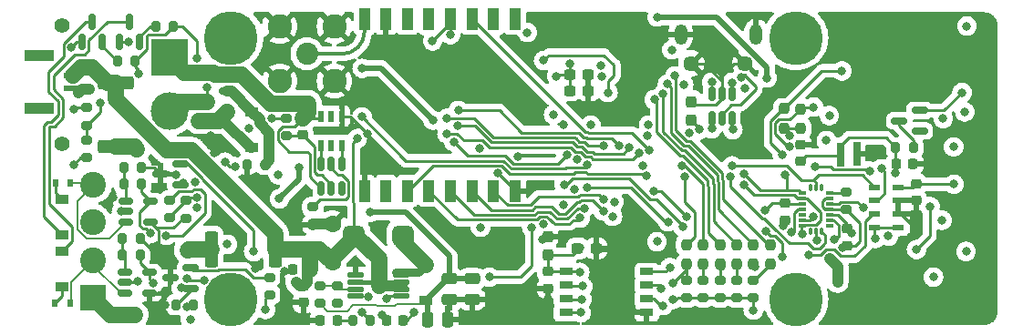
<source format=gbr>
%TF.GenerationSoftware,KiCad,Pcbnew,(6.0.2)*%
%TF.CreationDate,2022-11-13T17:15:13+11:00*%
%TF.ProjectId,Strelka_Flight_Computer,53747265-6c6b-4615-9f46-6c696768745f,rev?*%
%TF.SameCoordinates,Original*%
%TF.FileFunction,Copper,L4,Bot*%
%TF.FilePolarity,Positive*%
%FSLAX46Y46*%
G04 Gerber Fmt 4.6, Leading zero omitted, Abs format (unit mm)*
G04 Created by KiCad (PCBNEW (6.0.2)) date 2022-11-13 17:15:13*
%MOMM*%
%LPD*%
G01*
G04 APERTURE LIST*
G04 Aperture macros list*
%AMRoundRect*
0 Rectangle with rounded corners*
0 $1 Rounding radius*
0 $2 $3 $4 $5 $6 $7 $8 $9 X,Y pos of 4 corners*
0 Add a 4 corners polygon primitive as box body*
4,1,4,$2,$3,$4,$5,$6,$7,$8,$9,$2,$3,0*
0 Add four circle primitives for the rounded corners*
1,1,$1+$1,$2,$3*
1,1,$1+$1,$4,$5*
1,1,$1+$1,$6,$7*
1,1,$1+$1,$8,$9*
0 Add four rect primitives between the rounded corners*
20,1,$1+$1,$2,$3,$4,$5,0*
20,1,$1+$1,$4,$5,$6,$7,0*
20,1,$1+$1,$6,$7,$8,$9,0*
20,1,$1+$1,$8,$9,$2,$3,0*%
G04 Aperture macros list end*
%TA.AperFunction,ComponentPad*%
%ADD10R,2.400000X2.400000*%
%TD*%
%TA.AperFunction,ComponentPad*%
%ADD11C,2.400000*%
%TD*%
%TA.AperFunction,ComponentPad*%
%ADD12C,5.000000*%
%TD*%
%TA.AperFunction,ComponentPad*%
%ADD13C,1.400000*%
%TD*%
%TA.AperFunction,ComponentPad*%
%ADD14R,3.500000X3.500000*%
%TD*%
%TA.AperFunction,ComponentPad*%
%ADD15C,3.500000*%
%TD*%
%TA.AperFunction,ComponentPad*%
%ADD16O,1.200000X1.900000*%
%TD*%
%TA.AperFunction,ComponentPad*%
%ADD17C,1.450000*%
%TD*%
%TA.AperFunction,ComponentPad*%
%ADD18C,2.050000*%
%TD*%
%TA.AperFunction,ComponentPad*%
%ADD19C,2.250000*%
%TD*%
%TA.AperFunction,ComponentPad*%
%ADD20C,1.600000*%
%TD*%
%TA.AperFunction,SMDPad,CuDef*%
%ADD21RoundRect,0.150000X0.587500X0.150000X-0.587500X0.150000X-0.587500X-0.150000X0.587500X-0.150000X0*%
%TD*%
%TA.AperFunction,SMDPad,CuDef*%
%ADD22RoundRect,0.200000X0.275000X-0.200000X0.275000X0.200000X-0.275000X0.200000X-0.275000X-0.200000X0*%
%TD*%
%TA.AperFunction,SMDPad,CuDef*%
%ADD23RoundRect,0.225000X-0.250000X0.225000X-0.250000X-0.225000X0.250000X-0.225000X0.250000X0.225000X0*%
%TD*%
%TA.AperFunction,SMDPad,CuDef*%
%ADD24RoundRect,0.237500X0.237500X-0.250000X0.237500X0.250000X-0.237500X0.250000X-0.237500X-0.250000X0*%
%TD*%
%TA.AperFunction,SMDPad,CuDef*%
%ADD25RoundRect,0.200000X-0.275000X0.200000X-0.275000X-0.200000X0.275000X-0.200000X0.275000X0.200000X0*%
%TD*%
%TA.AperFunction,SMDPad,CuDef*%
%ADD26RoundRect,0.150000X0.150000X-0.587500X0.150000X0.587500X-0.150000X0.587500X-0.150000X-0.587500X0*%
%TD*%
%TA.AperFunction,SMDPad,CuDef*%
%ADD27R,1.200000X0.900000*%
%TD*%
%TA.AperFunction,SMDPad,CuDef*%
%ADD28RoundRect,0.225000X0.225000X0.250000X-0.225000X0.250000X-0.225000X-0.250000X0.225000X-0.250000X0*%
%TD*%
%TA.AperFunction,SMDPad,CuDef*%
%ADD29RoundRect,0.250000X-0.250000X-0.475000X0.250000X-0.475000X0.250000X0.475000X-0.250000X0.475000X0*%
%TD*%
%TA.AperFunction,SMDPad,CuDef*%
%ADD30RoundRect,0.005000X-0.332500X-0.120000X0.332500X-0.120000X0.332500X0.120000X-0.332500X0.120000X0*%
%TD*%
%TA.AperFunction,SMDPad,CuDef*%
%ADD31RoundRect,0.005000X-0.120000X0.270000X-0.120000X-0.270000X0.120000X-0.270000X0.120000X0.270000X0*%
%TD*%
%TA.AperFunction,SMDPad,CuDef*%
%ADD32RoundRect,0.200000X-0.200000X-0.275000X0.200000X-0.275000X0.200000X0.275000X-0.200000X0.275000X0*%
%TD*%
%TA.AperFunction,SMDPad,CuDef*%
%ADD33RoundRect,0.150000X-0.512500X-0.150000X0.512500X-0.150000X0.512500X0.150000X-0.512500X0.150000X0*%
%TD*%
%TA.AperFunction,SMDPad,CuDef*%
%ADD34RoundRect,0.028800X-0.706200X-0.211200X0.706200X-0.211200X0.706200X0.211200X-0.706200X0.211200X0*%
%TD*%
%TA.AperFunction,SMDPad,CuDef*%
%ADD35RoundRect,0.150000X-0.150000X0.512500X-0.150000X-0.512500X0.150000X-0.512500X0.150000X0.512500X0*%
%TD*%
%TA.AperFunction,SMDPad,CuDef*%
%ADD36RoundRect,0.250000X-1.425000X0.362500X-1.425000X-0.362500X1.425000X-0.362500X1.425000X0.362500X0*%
%TD*%
%TA.AperFunction,SMDPad,CuDef*%
%ADD37RoundRect,0.200000X0.200000X0.275000X-0.200000X0.275000X-0.200000X-0.275000X0.200000X-0.275000X0*%
%TD*%
%TA.AperFunction,SMDPad,CuDef*%
%ADD38RoundRect,0.237500X-0.300000X-0.237500X0.300000X-0.237500X0.300000X0.237500X-0.300000X0.237500X0*%
%TD*%
%TA.AperFunction,SMDPad,CuDef*%
%ADD39R,1.700000X0.600000*%
%TD*%
%TA.AperFunction,SMDPad,CuDef*%
%ADD40R,2.700000X1.000000*%
%TD*%
%TA.AperFunction,SMDPad,CuDef*%
%ADD41RoundRect,0.237500X-0.237500X0.250000X-0.237500X-0.250000X0.237500X-0.250000X0.237500X0.250000X0*%
%TD*%
%TA.AperFunction,SMDPad,CuDef*%
%ADD42RoundRect,0.250000X0.362500X1.425000X-0.362500X1.425000X-0.362500X-1.425000X0.362500X-1.425000X0*%
%TD*%
%TA.AperFunction,SMDPad,CuDef*%
%ADD43R,1.000000X2.000000*%
%TD*%
%TA.AperFunction,SMDPad,CuDef*%
%ADD44R,0.600000X0.700000*%
%TD*%
%TA.AperFunction,SMDPad,CuDef*%
%ADD45R,1.250000X0.650000*%
%TD*%
%TA.AperFunction,SMDPad,CuDef*%
%ADD46RoundRect,0.237500X0.237500X-0.300000X0.237500X0.300000X-0.237500X0.300000X-0.237500X-0.300000X0*%
%TD*%
%TA.AperFunction,SMDPad,CuDef*%
%ADD47R,0.650000X2.200000*%
%TD*%
%TA.AperFunction,SMDPad,CuDef*%
%ADD48R,0.650000X2.300000*%
%TD*%
%TA.AperFunction,SMDPad,CuDef*%
%ADD49R,0.558800X1.003300*%
%TD*%
%TA.AperFunction,SMDPad,CuDef*%
%ADD50RoundRect,0.250000X-0.475000X0.250000X-0.475000X-0.250000X0.475000X-0.250000X0.475000X0.250000X0*%
%TD*%
%TA.AperFunction,SMDPad,CuDef*%
%ADD51RoundRect,0.225000X-0.225000X-0.250000X0.225000X-0.250000X0.225000X0.250000X-0.225000X0.250000X0*%
%TD*%
%TA.AperFunction,SMDPad,CuDef*%
%ADD52RoundRect,0.450000X-0.550000X-0.450000X0.550000X-0.450000X0.550000X0.450000X-0.550000X0.450000X0*%
%TD*%
%TA.AperFunction,SMDPad,CuDef*%
%ADD53RoundRect,0.225000X0.250000X-0.225000X0.250000X0.225000X-0.250000X0.225000X-0.250000X-0.225000X0*%
%TD*%
%TA.AperFunction,SMDPad,CuDef*%
%ADD54R,1.092200X0.609600*%
%TD*%
%TA.AperFunction,ViaPad*%
%ADD55C,0.800000*%
%TD*%
%TA.AperFunction,ViaPad*%
%ADD56C,1.200000*%
%TD*%
%TA.AperFunction,Conductor*%
%ADD57C,0.349582*%
%TD*%
%TA.AperFunction,Conductor*%
%ADD58C,0.250000*%
%TD*%
%TA.AperFunction,Conductor*%
%ADD59C,1.000000*%
%TD*%
%TA.AperFunction,Conductor*%
%ADD60C,1.500000*%
%TD*%
%TA.AperFunction,Conductor*%
%ADD61C,0.400000*%
%TD*%
%TA.AperFunction,Conductor*%
%ADD62C,0.200000*%
%TD*%
%TA.AperFunction,Conductor*%
%ADD63C,0.500000*%
%TD*%
%TA.AperFunction,Conductor*%
%ADD64C,0.800000*%
%TD*%
G04 APERTURE END LIST*
D10*
%TO.P,J3,1,Pin_1*%
%TO.N,/Actuators/Ematch_Main/EMATCH-*%
X102770000Y-98552000D03*
D11*
%TO.P,J3,2,Pin_2*%
%TO.N,/Actuators/Ematch_Main/EMATCH+*%
X102770000Y-95052000D03*
%TO.P,J3,3,Pin_3*%
%TO.N,/Actuators/Ematch_Drogue1/EMATCH-*%
X102770000Y-91552000D03*
%TO.P,J3,4,Pin_4*%
%TO.N,/Actuators/Ematch_Drogue1/EMATCH+*%
X102770000Y-88052000D03*
%TD*%
D12*
%TO.P,H1,1*%
%TO.N,N/C*%
X168000000Y-98755200D03*
%TD*%
%TO.P,H2,1*%
%TO.N,N/C*%
X115550000Y-74400000D03*
%TD*%
D13*
%TO.P,J1,*%
%TO.N,*%
X99815000Y-84240000D03*
X99815000Y-73240000D03*
D14*
%TO.P,J1,1,Pin_1*%
%TO.N,-BATT*%
X109815000Y-76240000D03*
D15*
%TO.P,J1,2,Pin_2*%
%TO.N,+BATT*%
X109815000Y-81240000D03*
%TD*%
D16*
%TO.P,J6,6,Shield*%
%TO.N,GND*%
X157302400Y-74069300D03*
X164302400Y-74069300D03*
D17*
X163302400Y-76769300D03*
X158302400Y-76769300D03*
%TD*%
D18*
%TO.P,AE1,1,A*%
%TO.N,Net-(AE1-Pad1)*%
X122600000Y-75875000D03*
D19*
%TO.P,AE1,2,Shield*%
%TO.N,GND*%
X125140000Y-73335000D03*
X120060000Y-73335000D03*
X125140000Y-78415000D03*
X120060000Y-78415000D03*
%TD*%
D12*
%TO.P,H4,1*%
%TO.N,N/C*%
X168000000Y-74400000D03*
%TD*%
D20*
%TO.P,C41,1*%
%TO.N,VDC*%
X124960000Y-95235000D03*
%TO.P,C41,2*%
%TO.N,GND*%
X124960000Y-91735000D03*
%TD*%
D12*
%TO.P,H3,1*%
%TO.N,N/C*%
X115550000Y-98755200D03*
%TD*%
D21*
%TO.P,Q6,1,B*%
%TO.N,Net-(Q6-Pad1)*%
X110868700Y-86121200D03*
%TO.P,Q6,2,C*%
%TO.N,Net-(Q4-Pad1)*%
X110868700Y-88021200D03*
%TO.P,Q6,3,E*%
%TO.N,GND*%
X108993700Y-87071200D03*
%TD*%
D22*
%TO.P,R63,1*%
%TO.N,GND*%
X125425200Y-99072200D03*
%TO.P,R63,2*%
%TO.N,Net-(R62-Pad1)*%
X125425200Y-97422200D03*
%TD*%
D23*
%TO.P,C28,1*%
%TO.N,+3V3*%
X166950000Y-89775000D03*
%TO.P,C28,2*%
%TO.N,GND*%
X166950000Y-91325000D03*
%TD*%
D24*
%TO.P,R19,1*%
%TO.N,/Data_Logging/CMD*%
X165600000Y-95462500D03*
%TO.P,R19,2*%
%TO.N,/STM32F405/SDIO_CMD*%
X165600000Y-93637500D03*
%TD*%
D25*
%TO.P,R64,1*%
%TO.N,/Actuators/CONT_TEST_EN*%
X102108000Y-83897200D03*
%TO.P,R64,2*%
%TO.N,+3V3*%
X102108000Y-85547200D03*
%TD*%
D26*
%TO.P,Q8,1,G*%
%TO.N,Net-(Q8-Pad1)*%
X107045800Y-74749900D03*
%TO.P,Q8,2,S*%
%TO.N,+3V3*%
X105145800Y-74749900D03*
%TO.P,Q8,3,D*%
%TO.N,Net-(I2-Pad1)*%
X106095800Y-72874900D03*
%TD*%
D27*
%TO.P,D1,1,K*%
%TO.N,Net-(D1-Pad1)*%
X117500400Y-84606400D03*
%TO.P,D1,2,A*%
%TO.N,Net-(D1-Pad2)*%
X117500400Y-81306400D03*
%TD*%
D24*
%TO.P,R16,1*%
%TO.N,/Data_Logging/SD2*%
X160950000Y-95462500D03*
%TO.P,R16,2*%
%TO.N,/STM32F405/SDIO_D2*%
X160950000Y-93637500D03*
%TD*%
D25*
%TO.P,R7,1*%
%TO.N,+BATT*%
X120700800Y-81877400D03*
%TO.P,R7,2*%
%TO.N,Net-(C6-Pad1)*%
X120700800Y-83527400D03*
%TD*%
D28*
%TO.P,C48,1*%
%TO.N,Net-(C48-Pad1)*%
X131534200Y-100634800D03*
%TO.P,C48,2*%
%TO.N,GND*%
X129984200Y-100634800D03*
%TD*%
D22*
%TO.P,R39,1*%
%TO.N,+3V3*%
X157850000Y-98575000D03*
%TO.P,R39,2*%
%TO.N,/Data_Logging/SD0*%
X157850000Y-96925000D03*
%TD*%
D29*
%TO.P,C55,1*%
%TO.N,+5VA*%
X133771600Y-100563600D03*
%TO.P,C55,2*%
%TO.N,GND*%
X135671600Y-100563600D03*
%TD*%
D30*
%TO.P,U11,1,INT2*%
%TO.N,/Sensors/INT_2_ACCEL*%
X171100200Y-91852400D03*
%TO.P,U11,2,DRDYM*%
%TO.N,/STM32F405/INT_IN3*%
X171100200Y-91352400D03*
%TO.P,U11,3,VDD*%
%TO.N,+3V3*%
X171100200Y-90852400D03*
%TO.P,U11,4,GNDA*%
%TO.N,GND*%
X171100200Y-90352400D03*
%TO.P,U11,5,CSB2*%
%TO.N,/STM32F405/SPI2_NSS3*%
X171100200Y-89852400D03*
%TO.P,U11,6,GNDIO*%
%TO.N,GND*%
X171100200Y-89352400D03*
%TO.P,U11,7,PS*%
%TO.N,Net-(R40-Pad1)*%
X171100200Y-88852400D03*
D31*
%TO.P,U11,8*%
%TO.N,N/C*%
X170337700Y-88302400D03*
%TO.P,U11,9,SCX*%
%TO.N,/STM32F405/SPI2_SCK*%
X169837700Y-88302400D03*
%TO.P,U11,10,INT5*%
%TO.N,/Sensors/INT_1_MAG*%
X169337700Y-88302400D03*
D30*
%TO.P,U11,11,SDX*%
%TO.N,/STM32F405/SPI2_MOSI*%
X168575200Y-88852400D03*
%TO.P,U11,12,SDO2*%
%TO.N,/STM32F405/SPI2_MISO*%
X168575200Y-89352400D03*
%TO.P,U11,13,VDDIO*%
%TO.N,+3V3*%
X168575200Y-89852400D03*
%TO.P,U11,14,INT3*%
%TO.N,/STM32F405/INT_IN2*%
X168575200Y-90352400D03*
%TO.P,U11,15,INT4*%
%TO.N,/Sensors/INT_2_GYRO*%
X168575200Y-90852400D03*
%TO.P,U11,16,CSB1*%
%TO.N,/STM32F405/SPI2_NSS2*%
X168575200Y-91352400D03*
%TO.P,U11,17,SDO1*%
%TO.N,/STM32F405/SPI2_MISO*%
X168575200Y-91852400D03*
D31*
%TO.P,U11,18*%
%TO.N,N/C*%
X169337700Y-92402400D03*
%TO.P,U11,19,INT1*%
%TO.N,/STM32F405/INT_IN1*%
X169837700Y-92402400D03*
%TO.P,U11,20,CSB3*%
%TO.N,/STM32F405/SPI2_NSS4*%
X170337700Y-92402400D03*
%TD*%
D32*
%TO.P,R61,1*%
%TO.N,Net-(C51-Pad1)*%
X126847600Y-100634800D03*
%TO.P,R61,2*%
%TO.N,Net-(R61-Pad2)*%
X128497600Y-100634800D03*
%TD*%
D24*
%TO.P,R14,1*%
%TO.N,/Data_Logging/SD0*%
X157850000Y-95462500D03*
%TO.P,R14,2*%
%TO.N,/STM32F405/SDIO_D0*%
X157850000Y-93637500D03*
%TD*%
D33*
%TO.P,U15,1,+*%
%TO.N,/Actuators/Ematch_Main/EMATCH+*%
X105669500Y-98105000D03*
%TO.P,U15,2,V-*%
%TO.N,+3V3*%
X105669500Y-97155000D03*
%TO.P,U15,3,-*%
%TO.N,Net-(R52-Pad2)*%
X105669500Y-96205000D03*
%TO.P,U15,4*%
%TO.N,/Actuators/MAIN_CONT*%
X107944500Y-96205000D03*
%TO.P,U15,5,V+*%
%TO.N,GND*%
X107944500Y-98105000D03*
%TD*%
D22*
%TO.P,R36,1*%
%TO.N,+3V3*%
X162500000Y-98575000D03*
%TO.P,R36,2*%
%TO.N,/Data_Logging/SD3*%
X162500000Y-96925000D03*
%TD*%
D34*
%TO.P,U16,1,COMP*%
%TO.N,Net-(R61-Pad2)*%
X127085200Y-98409400D03*
%TO.P,U16,2,FB*%
%TO.N,Net-(R62-Pad1)*%
X127085200Y-97759400D03*
%TO.P,U16,3,EN*%
%TO.N,VDC*%
X127085200Y-97109400D03*
%TO.P,U16,4,PGND*%
%TO.N,GND*%
X127085200Y-96459400D03*
%TO.P,U16,5,SW*%
%TO.N,Net-(D14-Pad2)*%
X131385200Y-96459400D03*
%TO.P,U16,6,IN*%
%TO.N,VDC*%
X131385200Y-97109400D03*
%TO.P,U16,7,FREQ*%
X131385200Y-97759400D03*
%TO.P,U16,8,SS*%
%TO.N,Net-(C48-Pad1)*%
X131385200Y-98409400D03*
%TD*%
D28*
%TO.P,C46,1*%
%TO.N,VDC*%
X122847400Y-95910400D03*
%TO.P,C46,2*%
%TO.N,GND*%
X121297400Y-95910400D03*
%TD*%
D21*
%TO.P,D11,1*%
%TO.N,+3V3*%
X179487500Y-81150000D03*
%TO.P,D11,2*%
%TO.N,unconnected-(D11-Pad2)*%
X179487500Y-83050000D03*
%TO.P,D11,3*%
%TO.N,Net-(D11-Pad3)*%
X177612500Y-82100000D03*
%TD*%
D32*
%TO.P,R49,1*%
%TO.N,Net-(Q11-Pad2)*%
X110427000Y-99212400D03*
%TO.P,R49,2*%
%TO.N,VDC*%
X112077000Y-99212400D03*
%TD*%
D27*
%TO.P,D14,1,K*%
%TO.N,+5VA*%
X133632000Y-98813600D03*
%TO.P,D14,2,A*%
%TO.N,Net-(D14-Pad2)*%
X133632000Y-95513600D03*
%TD*%
D35*
%TO.P,U2,1,DO*%
%TO.N,Net-(MOSFET1-Pad6)*%
X123916400Y-86136900D03*
%TO.P,U2,2,VM*%
%TO.N,Net-(R9-Pad1)*%
X124866400Y-86136900D03*
%TO.P,U2,3,CO*%
%TO.N,Net-(MOSFET1-Pad4)*%
X125816400Y-86136900D03*
%TO.P,U2,4,NC*%
%TO.N,unconnected-(U2-Pad4)*%
X125816400Y-88411900D03*
%TO.P,U2,5,VDD*%
%TO.N,Net-(C6-Pad1)*%
X124866400Y-88411900D03*
%TO.P,U2,6,VSS*%
%TO.N,-BATT*%
X123916400Y-88411900D03*
%TD*%
D36*
%TO.P,R27,1*%
%TO.N,VDC*%
X104851200Y-78571500D03*
%TO.P,R27,2*%
%TO.N,Net-(Q4-Pad2)*%
X104851200Y-84496500D03*
%TD*%
D22*
%TO.P,R69,1*%
%TO.N,/Actuators/CONT_TEST_EN*%
X102108000Y-82523600D03*
%TO.P,R69,2*%
%TO.N,+3V3*%
X102108000Y-80873600D03*
%TD*%
D37*
%TO.P,R34,1*%
%TO.N,GND*%
X107251000Y-86487000D03*
%TO.P,R34,2*%
%TO.N,Net-(R32-Pad2)*%
X105601000Y-86487000D03*
%TD*%
D22*
%TO.P,R31,1*%
%TO.N,/Actuators/DROGUE_L*%
X109875000Y-91150000D03*
%TO.P,R31,2*%
%TO.N,Net-(Q5-Pad1)*%
X109875000Y-89500000D03*
%TD*%
D25*
%TO.P,R9,1*%
%TO.N,Net-(R9-Pad1)*%
X123139200Y-90107000D03*
%TO.P,R9,2*%
%TO.N,GND*%
X123139200Y-91757000D03*
%TD*%
D38*
%TO.P,C13,1*%
%TO.N,+3V3*%
X147727500Y-93980000D03*
%TO.P,C13,2*%
%TO.N,GND*%
X149452500Y-93980000D03*
%TD*%
D39*
%TO.P,SW3,1*%
%TO.N,Net-(D1-Pad1)*%
X100905000Y-79111000D03*
%TO.P,SW3,2*%
%TO.N,VDC*%
X100905000Y-77861000D03*
D40*
%TO.P,SW3,3*%
%TO.N,N/C*%
X97705000Y-76011000D03*
%TO.P,SW3,4*%
X97705000Y-80961000D03*
%TD*%
D37*
%TO.P,R54,1*%
%TO.N,GND*%
X107124000Y-93091000D03*
%TO.P,R54,2*%
%TO.N,Net-(R52-Pad2)*%
X105474000Y-93091000D03*
%TD*%
D28*
%TO.P,C51,1*%
%TO.N,Net-(C51-Pad1)*%
X125387400Y-100634800D03*
%TO.P,C51,2*%
%TO.N,GND*%
X123837400Y-100634800D03*
%TD*%
D22*
%TO.P,R37,1*%
%TO.N,+3V3*%
X160950000Y-98575000D03*
%TO.P,R37,2*%
%TO.N,/Data_Logging/SD2*%
X160950000Y-96925000D03*
%TD*%
D23*
%TO.P,C30,1*%
%TO.N,+3V3*%
X179170000Y-87960000D03*
%TO.P,C30,2*%
%TO.N,GND*%
X179170000Y-89510000D03*
%TD*%
D41*
%TO.P,R21,1*%
%TO.N,/STM32F405/I2C2_SDA*%
X168450000Y-81000000D03*
%TO.P,R21,2*%
%TO.N,+3V3*%
X168450000Y-82825000D03*
%TD*%
D21*
%TO.P,Q11,1,B*%
%TO.N,Net-(Q11-Pad1)*%
X111783100Y-95773200D03*
%TO.P,Q11,2,C*%
%TO.N,Net-(Q11-Pad2)*%
X111783100Y-97673200D03*
%TO.P,Q11,3,E*%
%TO.N,GND*%
X109908100Y-96723200D03*
%TD*%
D42*
%TO.P,R47,1*%
%TO.N,VDC*%
X119650100Y-94030800D03*
%TO.P,R47,2*%
%TO.N,Net-(Q9-Pad2)*%
X113725100Y-94030800D03*
%TD*%
D25*
%TO.P,R40,1*%
%TO.N,Net-(R40-Pad1)*%
X172675000Y-88725000D03*
%TO.P,R40,2*%
%TO.N,GND*%
X172675000Y-90375000D03*
%TD*%
D43*
%TO.P,U4,1,GND*%
%TO.N,GND*%
X141924800Y-88619600D03*
%TO.P,U4,2,MISO*%
%TO.N,/915MHz_Radio/SPI_MISO*%
X139924800Y-88619600D03*
%TO.P,U4,3,MOSI*%
%TO.N,/915MHz_Radio/SPI_MOSI*%
X137924800Y-88619600D03*
%TO.P,U4,4,SCK*%
%TO.N,/915MHz_Radio/SPI_CLK*%
X135924800Y-88619600D03*
%TO.P,U4,5,NSS*%
%TO.N,/915MHz_Radio/CS_RF*%
X133924800Y-88619600D03*
%TO.P,U4,6,RESET*%
%TO.N,/915MHz_Radio/RESET_RF*%
X131924800Y-88619600D03*
%TO.P,U4,7,DIO5*%
%TO.N,/915MHz_Radio/IO5_RF*%
X129924800Y-88619600D03*
%TO.P,U4,8,GND*%
%TO.N,GND*%
X127924800Y-88619600D03*
%TO.P,U4,9,ANT*%
%TO.N,Net-(AE1-Pad1)*%
X127924800Y-72619600D03*
%TO.P,U4,10,GND*%
%TO.N,GND*%
X129924800Y-72619600D03*
%TO.P,U4,11,DIO3*%
%TO.N,/915MHz_Radio/IO3_RF*%
X131924800Y-72619600D03*
%TO.P,U4,12,DIO4*%
%TO.N,/915MHz_Radio/IO4_RF*%
X133924800Y-72619600D03*
%TO.P,U4,13,3.3V*%
%TO.N,+3V3*%
X135924800Y-72619600D03*
%TO.P,U4,14,DIO0*%
%TO.N,/915MHz_Radio/IO0_RF*%
X137924800Y-72619600D03*
%TO.P,U4,15,DIO1*%
%TO.N,/915MHz_Radio/IO1_RF*%
X139924800Y-72619600D03*
%TO.P,U4,16,DIO2*%
%TO.N,/915MHz_Radio/IO2_RF*%
X141924800Y-72619600D03*
%TD*%
D38*
%TO.P,C18,1*%
%TO.N,+3V3*%
X147017500Y-79310000D03*
%TO.P,C18,2*%
%TO.N,GND*%
X148742500Y-79310000D03*
%TD*%
D32*
%TO.P,R56,1*%
%TO.N,/Sensors/MAX-M10S-00B/V_BKCP*%
X177275000Y-84600000D03*
%TO.P,R56,2*%
%TO.N,Net-(D11-Pad3)*%
X178925000Y-84600000D03*
%TD*%
D44*
%TO.P,D9,1,K*%
%TO.N,/Actuators/Ematch_Main/EMATCH+*%
X100584000Y-99060000D03*
%TO.P,D9,2,A*%
%TO.N,Net-(D9-Pad2)*%
X99184000Y-99060000D03*
%TD*%
D33*
%TO.P,U10,1,+*%
%TO.N,/Actuators/Ematch_Drogue1/EMATCH+*%
X105796500Y-91501000D03*
%TO.P,U10,2,V-*%
%TO.N,+3V3*%
X105796500Y-90551000D03*
%TO.P,U10,3,-*%
%TO.N,Net-(R32-Pad2)*%
X105796500Y-89601000D03*
%TO.P,U10,4*%
%TO.N,/Actuators/DROGUE_CONT*%
X108071500Y-89601000D03*
%TO.P,U10,5,V+*%
%TO.N,GND*%
X108071500Y-91501000D03*
%TD*%
D21*
%TO.P,Q1,1,G*%
%TO.N,Net-(D1-Pad2)*%
X115214400Y-79380000D03*
%TO.P,Q1,2,S*%
%TO.N,Net-(D1-Pad1)*%
X115214400Y-81280000D03*
%TO.P,Q1,3,D*%
%TO.N,+BATT*%
X113339400Y-80330000D03*
%TD*%
D45*
%TO.P,IC1,1,SD2\u002C_I/O_PIN*%
%TO.N,/Data_Logging/SD2*%
X154150000Y-96145000D03*
%TO.P,IC1,2,SD3\u002C_I/O_PIN*%
%TO.N,/Data_Logging/SD3*%
X154150000Y-97415000D03*
%TO.P,IC1,3,CLK\u002C_CLOCK_SIGNAL*%
%TO.N,/Data_Logging/CLK*%
X154150000Y-98685000D03*
%TO.P,IC1,4,VSS\u002C_GROUND*%
%TO.N,GND*%
X154150000Y-99955000D03*
%TO.P,IC1,5,CMD\u002C_COMMAND_SIGNAL*%
%TO.N,/Data_Logging/CMD*%
X146650000Y-99955000D03*
%TO.P,IC1,6,SD0\u002C_I/O_PIN*%
%TO.N,/Data_Logging/SD0*%
X146650000Y-98685000D03*
%TO.P,IC1,7,SD1\u002C_I/O_PIN*%
%TO.N,/Data_Logging/SD1*%
X146650000Y-97415000D03*
%TO.P,IC1,8,VDD\u002C_POWER_SUPPLY*%
%TO.N,+3V3*%
X146650000Y-96145000D03*
%TD*%
D46*
%TO.P,C17,1*%
%TO.N,+3V3*%
X144950000Y-94572500D03*
%TO.P,C17,2*%
%TO.N,GND*%
X144950000Y-92847500D03*
%TD*%
D27*
%TO.P,I1,1*%
%TO.N,Net-(I1-Pad1)*%
X99822000Y-92709000D03*
%TO.P,I1,2*%
%TO.N,Net-(D5-Pad2)*%
X99822000Y-89409000D03*
%TD*%
D37*
%TO.P,R52,1*%
%TO.N,/Actuators/MAIN_CONT*%
X107124000Y-94615000D03*
%TO.P,R52,2*%
%TO.N,Net-(R52-Pad2)*%
X105474000Y-94615000D03*
%TD*%
D27*
%TO.P,I2,1*%
%TO.N,Net-(I2-Pad1)*%
X99822000Y-94235000D03*
%TO.P,I2,2*%
%TO.N,Net-(D9-Pad2)*%
X99822000Y-97535000D03*
%TD*%
D24*
%TO.P,R17,1*%
%TO.N,/Data_Logging/SD3*%
X162500000Y-95462500D03*
%TO.P,R17,2*%
%TO.N,/STM32F405/SDIO_D3*%
X162500000Y-93637500D03*
%TD*%
D47*
%TO.P,BT2,+,r~*%
%TO.N,/Sensors/MAX-M10S-00B/V_BKCP*%
X172150000Y-85225000D03*
D48*
%TO.P,BT2,-*%
%TO.N,GND*%
X173650000Y-85175000D03*
%TD*%
D26*
%TO.P,Q3,1,G*%
%TO.N,Net-(Q3-Pad1)*%
X103616800Y-74749900D03*
%TO.P,Q3,2,S*%
%TO.N,+3V3*%
X101716800Y-74749900D03*
%TO.P,Q3,3,D*%
%TO.N,Net-(I1-Pad1)*%
X102666800Y-72874900D03*
%TD*%
D38*
%TO.P,C15,1*%
%TO.N,+3V3*%
X147017500Y-77780000D03*
%TO.P,C15,2*%
%TO.N,GND*%
X148742500Y-77780000D03*
%TD*%
D23*
%TO.P,C31,1*%
%TO.N,+3V3*%
X144950000Y-96125000D03*
%TO.P,C31,2*%
%TO.N,GND*%
X144950000Y-97675000D03*
%TD*%
D41*
%TO.P,R22,1*%
%TO.N,/STM32F405/I2C2_SCL*%
X166900000Y-80987500D03*
%TO.P,R22,2*%
%TO.N,+3V3*%
X166900000Y-82812500D03*
%TD*%
D49*
%TO.P,MOSFET1,1,S1*%
%TO.N,-BATT*%
X123901200Y-81673700D03*
%TO.P,MOSFET1,2,D1/D2*%
%TO.N,unconnected-(MOSFET1-Pad2)*%
X124851201Y-81673700D03*
%TO.P,MOSFET1,3,S2*%
%TO.N,GND*%
X125801202Y-81673700D03*
%TO.P,MOSFET1,4,G2*%
%TO.N,Net-(MOSFET1-Pad4)*%
X125801202Y-84378800D03*
%TO.P,MOSFET1,5,D1/D2*%
%TO.N,unconnected-(MOSFET1-Pad5)*%
X124851201Y-84378800D03*
%TO.P,MOSFET1,6,G1*%
%TO.N,Net-(MOSFET1-Pad6)*%
X123901200Y-84378800D03*
%TD*%
D32*
%TO.P,R28,1*%
%TO.N,Net-(Q3-Pad1)*%
X104991400Y-76555600D03*
%TO.P,R28,2*%
%TO.N,/Actuators/CONT_TEST_EN*%
X106641400Y-76555600D03*
%TD*%
D22*
%TO.P,R35,1*%
%TO.N,+3V3*%
X164050000Y-98575000D03*
%TO.P,R35,2*%
%TO.N,/Data_Logging/CMD*%
X164050000Y-96925000D03*
%TD*%
D50*
%TO.P,C56,1*%
%TO.N,+5VA*%
X137932000Y-96813600D03*
%TO.P,C56,2*%
%TO.N,GND*%
X137932000Y-98713600D03*
%TD*%
%TO.P,C57,1*%
%TO.N,+5VA*%
X135832000Y-96813600D03*
%TO.P,C57,2*%
%TO.N,GND*%
X135832000Y-98713600D03*
%TD*%
D32*
%TO.P,R3,1*%
%TO.N,GND*%
X117043200Y-86156800D03*
%TO.P,R3,2*%
%TO.N,Net-(D1-Pad2)*%
X118693200Y-86156800D03*
%TD*%
D46*
%TO.P,C16,1*%
%TO.N,Net-(C16-Pad1)*%
X158300000Y-82050000D03*
%TO.P,C16,2*%
%TO.N,GND*%
X158300000Y-80325000D03*
%TD*%
D25*
%TO.P,R62,1*%
%TO.N,Net-(R62-Pad1)*%
X123799600Y-97422200D03*
%TO.P,R62,2*%
%TO.N,+5VA*%
X123799600Y-99072200D03*
%TD*%
D35*
%TO.P,U8,1,I/O1*%
%TO.N,/Data_Interfaces/USB2_D+*%
X160175000Y-79625000D03*
%TO.P,U8,2,GND*%
%TO.N,GND*%
X161125000Y-79625000D03*
%TO.P,U8,3,I/O2*%
%TO.N,/Data_Interfaces/USB2_D-*%
X162075000Y-79625000D03*
%TO.P,U8,4,I/O2*%
%TO.N,/Data_Interfaces/USB_D-*%
X162075000Y-81900000D03*
%TO.P,U8,5,VBUS*%
%TO.N,VBUS*%
X161125000Y-81900000D03*
%TO.P,U8,6,I/O1*%
%TO.N,/Data_Interfaces/USB_D+*%
X160175000Y-81900000D03*
%TD*%
D51*
%TO.P,C38,1*%
%TO.N,/Sensors/MAX-M10S-00B/V_BKCP*%
X177325000Y-86100000D03*
%TO.P,C38,2*%
%TO.N,GND*%
X178875000Y-86100000D03*
%TD*%
D23*
%TO.P,C47,1*%
%TO.N,VDC*%
X122275600Y-97472200D03*
%TO.P,C47,2*%
%TO.N,GND*%
X122275600Y-99022200D03*
%TD*%
D52*
%TO.P,L2,1*%
%TO.N,VDC*%
X126982000Y-92763600D03*
%TO.P,L2,2*%
%TO.N,Net-(D14-Pad2)*%
X131482000Y-92763600D03*
%TD*%
D22*
%TO.P,R30,1*%
%TO.N,GND*%
X111400000Y-91159600D03*
%TO.P,R30,2*%
%TO.N,/Actuators/DROGUE_L*%
X111400000Y-89509600D03*
%TD*%
D37*
%TO.P,R32,1*%
%TO.N,/Actuators/DROGUE_CONT*%
X107251000Y-88011000D03*
%TO.P,R32,2*%
%TO.N,Net-(R32-Pad2)*%
X105601000Y-88011000D03*
%TD*%
D25*
%TO.P,R53,1*%
%TO.N,Net-(Q11-Pad1)*%
X119126000Y-96660200D03*
%TO.P,R53,2*%
%TO.N,/Actuators/MAIN_H*%
X119126000Y-98310200D03*
%TD*%
D32*
%TO.P,R48,1*%
%TO.N,Net-(Q8-Pad1)*%
X108547400Y-73304400D03*
%TO.P,R48,2*%
%TO.N,/Actuators/CONT_TEST_EN*%
X110197400Y-73304400D03*
%TD*%
D44*
%TO.P,D5,1,K*%
%TO.N,/Actuators/Ematch_Drogue1/EMATCH+*%
X100649000Y-87884000D03*
%TO.P,D5,2,A*%
%TO.N,Net-(D5-Pad2)*%
X99249000Y-87884000D03*
%TD*%
D24*
%TO.P,R15,1*%
%TO.N,/Data_Logging/SD1*%
X159400000Y-95462500D03*
%TO.P,R15,2*%
%TO.N,/STM32F405/SDIO_D1*%
X159400000Y-93637500D03*
%TD*%
D22*
%TO.P,R38,1*%
%TO.N,+3V3*%
X159400000Y-98575000D03*
%TO.P,R38,2*%
%TO.N,/Data_Logging/SD1*%
X159400000Y-96925000D03*
%TD*%
D53*
%TO.P,C6,1*%
%TO.N,Net-(C6-Pad1)*%
X122224800Y-83426600D03*
%TO.P,C6,2*%
%TO.N,-BATT*%
X122224800Y-81876600D03*
%TD*%
D23*
%TO.P,C29,1*%
%TO.N,+3V3*%
X172750000Y-92150000D03*
%TO.P,C29,2*%
%TO.N,GND*%
X172750000Y-93700000D03*
%TD*%
D53*
%TO.P,C36,1*%
%TO.N,/Sensors/MAX-M10S-00B/V_BKCP*%
X168450000Y-85850000D03*
%TO.P,C36,2*%
%TO.N,GND*%
X168450000Y-84300000D03*
%TD*%
D24*
%TO.P,R18,1*%
%TO.N,/Data_Logging/CLK*%
X164050000Y-95462500D03*
%TO.P,R18,2*%
%TO.N,/STM32F405/SDIO_CK*%
X164050000Y-93637500D03*
%TD*%
D54*
%TO.P,U12,1,VDD*%
%TO.N,+3V3*%
X177525600Y-88275000D03*
%TO.P,U12,2,PS*%
%TO.N,GND*%
X177525600Y-89525000D03*
%TO.P,U12,3,GND*%
X177525600Y-90775000D03*
%TO.P,U12,4,CSB*%
%TO.N,/STM32F405/SPI2_NSS1*%
X177525600Y-92025000D03*
%TO.P,U12,5,CSB*%
X175325600Y-92025000D03*
%TO.P,U12,6,SDO*%
%TO.N,/STM32F405/SPI2_MISO*%
X175325600Y-90775000D03*
%TO.P,U12,7,SDI/SDA*%
%TO.N,/STM32F405/SPI2_MOSI*%
X175325600Y-89525000D03*
%TO.P,U12,8,SCLK*%
%TO.N,/STM32F405/SPI2_SCK*%
X175325600Y-88275000D03*
%TD*%
D55*
%TO.N,GND*%
X114675000Y-90900000D03*
X147450000Y-88450000D03*
X180125000Y-76575000D03*
X178320000Y-76250000D03*
X179550000Y-73825000D03*
X109427500Y-99275000D03*
X181575000Y-78575000D03*
X181650000Y-79475000D03*
X178275000Y-79000000D03*
X152500000Y-99175000D03*
X132675000Y-75150000D03*
X142175000Y-79100000D03*
X178250000Y-78100000D03*
X133900000Y-90599500D03*
X144950000Y-98675000D03*
X129600000Y-100150000D03*
X146401206Y-82476726D03*
X129590000Y-92920000D03*
X135875000Y-92750000D03*
X113650000Y-83475000D03*
X108650000Y-94000000D03*
X125400000Y-99100000D03*
X114017159Y-85068041D03*
X151825000Y-94175000D03*
X139110000Y-93950000D03*
X110439200Y-87121700D03*
X178660000Y-92855000D03*
X140352111Y-86994529D03*
X144450000Y-93175000D03*
X142200000Y-85400000D03*
X104559879Y-89257608D03*
X181375000Y-77675000D03*
X166806228Y-91901109D03*
X149452500Y-93980000D03*
X120512728Y-96142475D03*
X135050000Y-91350000D03*
X112356604Y-90219922D03*
X113615640Y-84424006D03*
X138588232Y-84646506D03*
X180275000Y-77450000D03*
X172363761Y-93914163D03*
X175036247Y-85249500D03*
X128250000Y-83350000D03*
X129310000Y-91820000D03*
X127125000Y-95275000D03*
X117812500Y-95837500D03*
X178300000Y-77210000D03*
X179550000Y-72874500D03*
%TO.N,VDC*%
X111450000Y-99375000D03*
X104851200Y-80094577D03*
X121600000Y-97125000D03*
X127270000Y-83750000D03*
X119608049Y-93833454D03*
%TO.N,+5VA*%
X128480000Y-90620000D03*
%TO.N,+3V3*%
X165250000Y-92400000D03*
X114985800Y-85953600D03*
X171150000Y-94950000D03*
X115900200Y-86385400D03*
X106875000Y-97050000D03*
X158105723Y-83250500D03*
X156575000Y-98725000D03*
X165145205Y-90458336D03*
X100914200Y-86182200D03*
X106070400Y-74752200D03*
X147925000Y-96200000D03*
X165325000Y-78125000D03*
X147901911Y-93925500D03*
X100736400Y-75234800D03*
X183425000Y-79475000D03*
X170825000Y-83950000D03*
X183805194Y-94254792D03*
X182675000Y-88000000D03*
X145500000Y-81525000D03*
X135925000Y-74100000D03*
X173150500Y-92539697D03*
X134300000Y-82050000D03*
X127725000Y-77225000D03*
X143050000Y-73900000D03*
X182650000Y-84525000D03*
X164050000Y-99725000D03*
X166696052Y-94756676D03*
X138716041Y-92017143D03*
X163225000Y-79075000D03*
X145775000Y-77950000D03*
X146925500Y-79280188D03*
X167436737Y-83477375D03*
X155125000Y-72450000D03*
X171875000Y-97100000D03*
X155100000Y-93350000D03*
X147025000Y-76800000D03*
X181575000Y-91350000D03*
X100914200Y-81026000D03*
X134264400Y-74676000D03*
X117170200Y-82778600D03*
X105375000Y-90525000D03*
%TO.N,Net-(C12-Pad2)*%
X147651922Y-85702005D03*
X183875000Y-73300000D03*
%TO.N,Net-(C16-Pad1)*%
X159050742Y-82925016D03*
%TO.N,VBUS*%
X119947055Y-87125500D03*
X156495957Y-75500500D03*
X162960196Y-78048832D03*
%TO.N,+BATT*%
X119285234Y-81848304D03*
X113334800Y-78994000D03*
%TO.N,/Data_Interfaces/SWCLK*%
X181675000Y-81900000D03*
X157575000Y-78750000D03*
%TO.N,/Data_Interfaces/SWDIO*%
X180775000Y-96650000D03*
X154318818Y-82510898D03*
%TO.N,/Data_Interfaces/USB2_D-*%
X162050000Y-78550000D03*
%TO.N,/Data_Interfaces/USB2_D+*%
X160175000Y-78525000D03*
%TO.N,/STM32F405/GPIO_PA10*%
X180450000Y-90075000D03*
X153775000Y-86250000D03*
X179200000Y-94075000D03*
%TO.N,/Sensors/MAX-M10S-00B/V_BKCP*%
X177200000Y-87000000D03*
%TO.N,+5VD*%
X121868816Y-86425989D03*
X120040400Y-89357200D03*
%TO.N,Net-(C48-Pad1)*%
X132569736Y-99925500D03*
X129997200Y-98650500D03*
%TO.N,Net-(D1-Pad1)*%
X102412800Y-79146400D03*
X112522000Y-82092800D03*
%TO.N,Net-(Q4-Pad1)*%
X111107048Y-87875574D03*
%TO.N,Net-(Q5-Pad1)*%
X109531809Y-92774500D03*
%TO.N,Net-(Q6-Pad1)*%
X117648020Y-94272618D03*
%TO.N,Net-(Q10-Pad1)*%
X115200000Y-93600000D03*
X111750000Y-100600000D03*
%TO.N,/Data_Interfaces/USB_D-*%
X162142302Y-82930142D03*
%TO.N,/Data_Interfaces/USB_D+*%
X160175000Y-82849998D03*
%TO.N,/915MHz_Radio/SPI_MISO*%
X150138820Y-89440295D03*
%TO.N,/915MHz_Radio/SPI_MOSI*%
X150115572Y-90488142D03*
%TO.N,/915MHz_Radio/SPI_CLK*%
X148347473Y-90220528D03*
%TO.N,/915MHz_Radio/CS_RF*%
X147955619Y-91140014D03*
%TO.N,/915MHz_Radio/RESET_RF*%
X154125000Y-87200000D03*
%TO.N,/915MHz_Radio/IO0_RF*%
X154357497Y-84835092D03*
%TO.N,/Power/BATT_VOLT*%
X148652233Y-86177445D03*
X127705835Y-81733796D03*
%TO.N,/Sensors/MAX-M10S-00B/PPS*%
X174850099Y-86774901D03*
X169805824Y-86409075D03*
%TO.N,/STM32F405/I2C2_SDA*%
X167375500Y-84475000D03*
X169650000Y-80825500D03*
%TO.N,/STM32F405/I2C2_SCL*%
X166725000Y-85275000D03*
X172275000Y-77475000D03*
D56*
%TO.N,/Actuators/Ematch_Main/EMATCH-*%
X106600000Y-100100000D03*
%TO.N,Net-(Q4-Pad2)*%
X106832400Y-84734400D03*
D55*
%TO.N,Net-(Q11-Pad2)*%
X110944615Y-97651972D03*
D56*
%TO.N,Net-(Q9-Pad2)*%
X111506000Y-94132400D03*
D55*
%TO.N,Net-(R10-Pad1)*%
X183675000Y-81275000D03*
X149965413Y-77998147D03*
%TO.N,/Data_Logging/SD0*%
X156600839Y-97200999D03*
X148150000Y-98700000D03*
%TO.N,/STM32F405/SDIO_D0*%
X157679441Y-87329842D03*
%TO.N,/Data_Logging/SD1*%
X159400000Y-96950000D03*
X148200000Y-97500000D03*
%TO.N,/STM32F405/SDIO_D1*%
X157450000Y-86325000D03*
%TO.N,/Data_Logging/SD2*%
X156299886Y-95751998D03*
X161092451Y-95698522D03*
%TO.N,/STM32F405/SDIO_D2*%
X154841060Y-80135331D03*
%TO.N,/Data_Logging/SD3*%
X162500000Y-96925000D03*
X155485501Y-97674010D03*
%TO.N,/STM32F405/SDIO_D3*%
X155672932Y-79581260D03*
%TO.N,/Data_Logging/CLK*%
X164191804Y-95698522D03*
X155650000Y-99300000D03*
%TO.N,/STM32F405/SDIO_CK*%
X156084806Y-78670565D03*
%TO.N,/Data_Logging/CMD*%
X164036331Y-96914069D03*
X148050000Y-99950000D03*
%TO.N,/STM32F405/SDIO_CMD*%
X156749635Y-77924235D03*
%TO.N,/Actuators/CONT_TEST_EN*%
X146748382Y-85274664D03*
X103378000Y-80416400D03*
X106998230Y-77690500D03*
X136250000Y-84075000D03*
X112400000Y-76250000D03*
%TO.N,/Actuators/DROGUE_L*%
X150550000Y-79475000D03*
X112205700Y-87772045D03*
X144575000Y-76500000D03*
X112392009Y-89221046D03*
%TO.N,/Actuators/DROGUE_CONT*%
X108082808Y-92559820D03*
X150974701Y-90998928D03*
%TO.N,/Actuators/MAIN_L*%
X111421736Y-96773700D03*
X139550000Y-96650000D03*
X113024500Y-96946527D03*
X143475000Y-92050000D03*
%TO.N,/Actuators/MAIN_CONT*%
X108350000Y-97205500D03*
X151117408Y-89643697D03*
%TO.N,/Actuators/MAIN_H*%
X118750000Y-99650000D03*
X146387299Y-89962299D03*
%TO.N,Net-(R61-Pad2)*%
X127715692Y-99920648D03*
X128272741Y-98512900D03*
%TO.N,/Actuators/EXT_SPI_MISO*%
X136641053Y-81144610D03*
X151574500Y-84409502D03*
%TO.N,/Actuators/EXT_SPI_MOSI*%
X150100000Y-84450000D03*
X135597874Y-81866876D03*
%TO.N,/Actuators/EXT_SPI_SCK*%
X136597732Y-82593611D03*
X152553427Y-84611260D03*
%TO.N,/Actuators/EXT_SPI_CS*%
X135599816Y-83315877D03*
X153403165Y-85137522D03*
%TO.N,/STM32F405/SPI2_MISO*%
X163159768Y-88054929D03*
X169150500Y-94591291D03*
X156125000Y-91500000D03*
X148599489Y-88294724D03*
X168609859Y-92670463D03*
%TO.N,/STM32F405/SPI2_MOSI*%
X146470588Y-88075010D03*
X167000000Y-87150000D03*
X163145278Y-87055532D03*
X157516276Y-91986285D03*
X175925000Y-86575000D03*
%TO.N,/STM32F405/INT_IN1*%
X169925000Y-93250000D03*
%TO.N,/STM32F405/INT_IN2*%
X167625000Y-92500000D03*
%TO.N,/STM32F405/SPI2_NSS4*%
X161897400Y-87269444D03*
%TO.N,/STM32F405/SPI2_SCK*%
X162082116Y-86287158D03*
%TO.N,/STM32F405/INT_IN3*%
X171550000Y-93175000D03*
X154764822Y-88685252D03*
X157813326Y-91024011D03*
%TO.N,/STM32F405/SPI2_NSS3*%
X154175000Y-83500000D03*
X174235497Y-90218284D03*
%TO.N,/STM32F405/SPI2_NSS1*%
X175375000Y-93050000D03*
X148963981Y-82506768D03*
%TO.N,/STM32F405/SPI2_NSS2*%
X171100000Y-81626489D03*
X149924062Y-76999500D03*
X169575000Y-91025500D03*
%TO.N,/STM32F405/USART2_TX*%
X176600000Y-92828500D03*
X144520936Y-91732716D03*
%TD*%
D57*
%TO.N,Net-(AE1-Pad1)*%
X127339013Y-75260987D02*
X127310786Y-75289214D01*
X125896573Y-75875000D02*
X122600000Y-75875000D01*
X127924800Y-72619600D02*
X127924800Y-73846773D01*
X127339013Y-75260987D02*
G75*
G03*
X127924800Y-73846773I-1414213J1414214D01*
G01*
X127310786Y-75289214D02*
G75*
G02*
X125896573Y-75875000I-1414213J1414214D01*
G01*
D58*
%TO.N,GND*%
X161125000Y-79625000D02*
X161125000Y-77921396D01*
X160521552Y-80612020D02*
X158587020Y-80612020D01*
X161125000Y-78450386D02*
X159443914Y-76769300D01*
X108825000Y-93092063D02*
X108825000Y-93625000D01*
X127085200Y-95314800D02*
X127125000Y-95275000D01*
X108807308Y-93074371D02*
X108825000Y-93092063D01*
X170438180Y-90108891D02*
X170681689Y-90352400D01*
X172750000Y-93700000D02*
X172577924Y-93700000D01*
X177766900Y-90775000D02*
X178660000Y-91668100D01*
X149647500Y-94175000D02*
X149452500Y-93980000D01*
X170681689Y-90352400D02*
X171100200Y-90352400D01*
X161125000Y-80008572D02*
X160521552Y-80612020D01*
X173900000Y-93275000D02*
X173475000Y-93700000D01*
X141924800Y-88567218D02*
X140352111Y-86994529D01*
X173900000Y-91600000D02*
X173900000Y-93275000D01*
X111400000Y-91159600D02*
X111082183Y-91159600D01*
X177540600Y-89510000D02*
X177525600Y-89525000D01*
X120512728Y-96142475D02*
X121065325Y-96142475D01*
X108825000Y-92254500D02*
X108825000Y-92448013D01*
X108033000Y-94000000D02*
X108650000Y-94000000D01*
X125425200Y-99074800D02*
X125400000Y-99100000D01*
X129984200Y-100634800D02*
X129984200Y-100534200D01*
X144950000Y-97675000D02*
X144950000Y-98675000D01*
X107124000Y-93091000D02*
X108033000Y-94000000D01*
X108807710Y-92470938D02*
X108807449Y-92471199D01*
X161125000Y-79625000D02*
X161125000Y-80008572D01*
X125425200Y-99072200D02*
X125425200Y-99074800D01*
D59*
X124960000Y-91735000D02*
X123161200Y-91735000D01*
D58*
X108808174Y-92464839D02*
X108808174Y-92467971D01*
X108807449Y-92473001D02*
X108807335Y-92473115D01*
X129984200Y-100534200D02*
X129600000Y-100150000D01*
X151825000Y-94175000D02*
X149647500Y-94175000D01*
X153280000Y-99955000D02*
X152500000Y-99175000D01*
X144950000Y-92847500D02*
X144777500Y-92847500D01*
X111082183Y-91159600D02*
X110191783Y-92050000D01*
X154150000Y-99955000D02*
X153280000Y-99955000D01*
X171122800Y-90375000D02*
X171100200Y-90352400D01*
X171100200Y-89352400D02*
X170681689Y-89352400D01*
X166950000Y-91757337D02*
X166806228Y-91901109D01*
X162277096Y-76769300D02*
X163302400Y-76769300D01*
X108808174Y-92467971D02*
X108807710Y-92468435D01*
X172675000Y-90375000D02*
X171122800Y-90375000D01*
X121065325Y-96142475D02*
X121297400Y-95910400D01*
X172675000Y-90375000D02*
X173900000Y-91600000D01*
X173475000Y-93700000D02*
X172750000Y-93700000D01*
X108807710Y-92468435D02*
X108807710Y-92470938D01*
X166950000Y-91325000D02*
X166950000Y-91757337D01*
D59*
X123161200Y-91735000D02*
X123139200Y-91757000D01*
D58*
X144777500Y-92847500D02*
X144450000Y-93175000D01*
X177525600Y-90775000D02*
X177525600Y-89525000D01*
X170438180Y-89595909D02*
X170438180Y-90108891D01*
X108807308Y-92474173D02*
X108807308Y-93074371D01*
X108071500Y-91501000D02*
X108825000Y-92254500D01*
X107251000Y-86487000D02*
X108409500Y-86487000D01*
X141924800Y-88619600D02*
X141924800Y-88567218D01*
X172577924Y-93700000D02*
X172363761Y-93914163D01*
X177525600Y-90775000D02*
X177766900Y-90775000D01*
X170681689Y-89352400D02*
X170438180Y-89595909D01*
X114017159Y-85068041D02*
X114017159Y-84825525D01*
X161125000Y-79625000D02*
X161125000Y-78450386D01*
X108807335Y-92474146D02*
X108807308Y-92474173D01*
X109044200Y-87121700D02*
X110439200Y-87121700D01*
X158587020Y-80612020D02*
X158300000Y-80325000D01*
X126573700Y-81673700D02*
X128250000Y-83350000D01*
X108409500Y-86487000D02*
X108993700Y-87071200D01*
X108807335Y-92473115D02*
X108807335Y-92474146D01*
X173650000Y-85175000D02*
X174961747Y-85175000D01*
X125801202Y-81673700D02*
X126573700Y-81673700D01*
X179170000Y-89510000D02*
X177540600Y-89510000D01*
X161125000Y-77921396D02*
X162277096Y-76769300D01*
X178660000Y-91668100D02*
X178660000Y-92855000D01*
X108807449Y-92471199D02*
X108807449Y-92473001D01*
X108993700Y-87071200D02*
X109044200Y-87121700D01*
X108620500Y-92050000D02*
X108071500Y-91501000D01*
X159443914Y-76769300D02*
X158302400Y-76769300D01*
X114017159Y-84825525D02*
X113615640Y-84424006D01*
X110191783Y-92050000D02*
X108620500Y-92050000D01*
X108825000Y-92448013D02*
X108808174Y-92464839D01*
X174961747Y-85175000D02*
X175036247Y-85249500D01*
X127085200Y-96459400D02*
X127085200Y-95314800D01*
D59*
%TO.N,VDC*%
X122847400Y-95910400D02*
X122624600Y-96133200D01*
D60*
X122377200Y-94030800D02*
X122847400Y-94501000D01*
D58*
X119650100Y-94030800D02*
X119608049Y-93988749D01*
D60*
X119650100Y-92610144D02*
X111911636Y-84871680D01*
D58*
X112077000Y-99212400D02*
X111914400Y-99375000D01*
X111914400Y-99375000D02*
X111450000Y-99375000D01*
D59*
X121947200Y-97472200D02*
X121600000Y-97125000D01*
D60*
X102666800Y-77114400D02*
X101651600Y-77114400D01*
D61*
X128910200Y-97109400D02*
X127085200Y-97109400D01*
D60*
X124960000Y-94933500D02*
X127122800Y-92770700D01*
X124960000Y-95235000D02*
X124960000Y-94933500D01*
X119650100Y-94030800D02*
X122377200Y-94030800D01*
X101651600Y-77114400D02*
X100905000Y-77861000D01*
X122377200Y-94030800D02*
X123755800Y-94030800D01*
D58*
X126890431Y-87516655D02*
X126890431Y-89609569D01*
D59*
X129286000Y-97485200D02*
X129336800Y-97434400D01*
D58*
X126890000Y-87516224D02*
X126890431Y-87516655D01*
D59*
X122275600Y-97472200D02*
X121947200Y-97472200D01*
D60*
X122847400Y-94501000D02*
X122847400Y-95910400D01*
X127122800Y-92770700D02*
X129286000Y-94933900D01*
X129286000Y-94933900D02*
X129286000Y-97485200D01*
X104851200Y-78571500D02*
X104123900Y-78571500D01*
X109628303Y-84871680D02*
X104851200Y-80094577D01*
D59*
X129336800Y-97434400D02*
X131470400Y-97434400D01*
X122624600Y-96133200D02*
X122624600Y-97123200D01*
D58*
X126890000Y-84130000D02*
X126890000Y-87516224D01*
D59*
X122624600Y-97123200D02*
X122275600Y-97472200D01*
D60*
X119650100Y-94030800D02*
X119650100Y-92610144D01*
D58*
X119608049Y-93988749D02*
X119608049Y-93833454D01*
X126860000Y-89640000D02*
X126982000Y-89762000D01*
D60*
X104851200Y-80094577D02*
X104851200Y-78571500D01*
X111911636Y-84871680D02*
X109628303Y-84871680D01*
D58*
X126890431Y-89609569D02*
X126860000Y-89640000D01*
X127270000Y-83750000D02*
X126890000Y-84130000D01*
D61*
X129286000Y-97485200D02*
X128910200Y-97109400D01*
D60*
X123755800Y-94030800D02*
X124960000Y-95235000D01*
D58*
X126982000Y-89762000D02*
X126982000Y-92763600D01*
D60*
X104123900Y-78571500D02*
X102666800Y-77114400D01*
D62*
%TO.N,+5VA*%
X133632000Y-98813600D02*
X133259600Y-99186000D01*
D63*
X133771600Y-98953200D02*
X133632000Y-98813600D01*
X135832000Y-94707108D02*
X131744892Y-90620000D01*
D62*
X129118800Y-99350000D02*
X128981200Y-99212400D01*
X124526901Y-99799501D02*
X123799600Y-99072200D01*
X126311299Y-99799501D02*
X124526901Y-99799501D01*
D63*
X135632000Y-96813600D02*
X133632000Y-98813600D01*
D62*
X130887200Y-99186000D02*
X130723200Y-99350000D01*
D63*
X135832000Y-96813600D02*
X135832000Y-94707108D01*
X131744892Y-90620000D02*
X128480000Y-90620000D01*
X133771600Y-100563600D02*
X133771600Y-98953200D01*
D62*
X128981200Y-99212400D02*
X126898400Y-99212400D01*
X130723200Y-99350000D02*
X129118800Y-99350000D01*
X126898400Y-99212400D02*
X126311299Y-99799501D01*
D63*
X135832000Y-96813600D02*
X137932000Y-96813600D01*
D62*
X133259600Y-99186000D02*
X130887200Y-99186000D01*
D63*
X135832000Y-96813600D02*
X135632000Y-96813600D01*
D58*
%TO.N,Net-(C6-Pad1)*%
X123963151Y-87124400D02*
X124866400Y-88027649D01*
X120700800Y-83527400D02*
X122124000Y-83527400D01*
X122124000Y-83527400D02*
X122224800Y-83426600D01*
X123291400Y-84493200D02*
X123291400Y-86846151D01*
X123291400Y-86846151D02*
X123569649Y-87124400D01*
X122224800Y-83426600D02*
X123291400Y-84493200D01*
X124866400Y-88027649D02*
X124866400Y-88411900D01*
X123569649Y-87124400D02*
X123963151Y-87124400D01*
D60*
%TO.N,-BATT*%
X114099284Y-77850000D02*
X116560506Y-77850000D01*
D58*
X123698300Y-81876600D02*
X123901200Y-81673700D01*
X119907012Y-83104405D02*
X119901280Y-83110137D01*
X122841899Y-85199099D02*
X122841899Y-87337399D01*
D60*
X111219499Y-77644499D02*
X113893783Y-77644499D01*
D58*
X122841899Y-87337399D02*
X123916400Y-88411900D01*
D60*
X109815000Y-76240000D02*
X111219499Y-77644499D01*
D58*
X119907012Y-83950395D02*
X119907012Y-83951074D01*
D60*
X122717500Y-81383900D02*
X122224800Y-81876600D01*
X119200506Y-80490000D02*
X122717500Y-80490000D01*
D58*
X122631200Y-84988400D02*
X122841899Y-85199099D01*
D60*
X116560506Y-77850000D02*
X119200506Y-80490000D01*
X122717500Y-80490000D02*
X122717500Y-81383900D01*
D58*
X119901280Y-83110137D02*
X119901280Y-83944663D01*
X120334138Y-82676600D02*
X119907012Y-83103726D01*
X122224800Y-81876600D02*
X121424800Y-82676600D01*
X119907012Y-83951074D02*
X120944338Y-84988400D01*
D60*
X113893783Y-77644499D02*
X114099284Y-77850000D01*
D58*
X119901280Y-83944663D02*
X119907012Y-83950395D01*
X122224800Y-81876600D02*
X123698300Y-81876600D01*
X120944338Y-84988400D02*
X122631200Y-84988400D01*
X121424800Y-82676600D02*
X120334138Y-82676600D01*
X119907012Y-83103726D02*
X119907012Y-83104405D01*
%TO.N,+3V3*%
X179170000Y-87960000D02*
X179210000Y-88000000D01*
X166900000Y-82940638D02*
X167436737Y-83477375D01*
X105401000Y-90551000D02*
X105375000Y-90525000D01*
X162500000Y-98575000D02*
X160950000Y-98575000D01*
X156875000Y-98725000D02*
X156575000Y-98725000D01*
X167027400Y-89852400D02*
X168575200Y-89852400D01*
X160950000Y-98575000D02*
X159400000Y-98575000D01*
X147017500Y-79188188D02*
X146925500Y-79280188D01*
X147727500Y-93980000D02*
X147847411Y-93980000D01*
D63*
X165325000Y-78125000D02*
X165325000Y-77130890D01*
D58*
X101221300Y-74749900D02*
X100736400Y-75234800D01*
X145945000Y-77780000D02*
X145775000Y-77950000D01*
X147017500Y-76807500D02*
X147025000Y-76800000D01*
X101549200Y-85547200D02*
X100914200Y-86182200D01*
X157025000Y-98575000D02*
X157000000Y-98600000D01*
D59*
X171875000Y-95675000D02*
X171150000Y-94950000D01*
D58*
X105796500Y-90551000D02*
X105401000Y-90551000D01*
X147017500Y-77780000D02*
X147017500Y-79188188D01*
X165250000Y-92400000D02*
X165675480Y-92825480D01*
X144950000Y-96125000D02*
X146630000Y-96125000D01*
X157000000Y-98600000D02*
X156875000Y-98725000D01*
X147847411Y-93980000D02*
X147901911Y-93925500D01*
X165675480Y-92825480D02*
X166070296Y-92825480D01*
X135924800Y-73015600D02*
X135924800Y-72619600D01*
X146630000Y-96125000D02*
X146650000Y-96145000D01*
X115900200Y-86385400D02*
X115417600Y-86385400D01*
X147870000Y-96145000D02*
X147925000Y-96200000D01*
X164050000Y-98575000D02*
X164050000Y-99725000D01*
X105669500Y-97155000D02*
X106770000Y-97155000D01*
X178855000Y-88275000D02*
X179170000Y-87960000D01*
X157850000Y-98575000D02*
X157025000Y-98575000D01*
X102108000Y-85547200D02*
X101549200Y-85547200D01*
X102108000Y-80873600D02*
X101066600Y-80873600D01*
X164050000Y-98575000D02*
X162500000Y-98575000D01*
X144950000Y-94572500D02*
X147254911Y-94572500D01*
X106770000Y-97155000D02*
X106875000Y-97050000D01*
X179487500Y-81150000D02*
X181750000Y-81150000D01*
X166950000Y-89775000D02*
X167027400Y-89852400D01*
X106068100Y-74749900D02*
X106070400Y-74752200D01*
X147017500Y-77780000D02*
X145945000Y-77780000D01*
X177525600Y-88275000D02*
X178855000Y-88275000D01*
D59*
X171875000Y-97100000D02*
X171875000Y-95675000D01*
D58*
X166070296Y-92825480D02*
X166696052Y-93451236D01*
X144950000Y-96125000D02*
X144950000Y-94572500D01*
X147017500Y-77780000D02*
X147017500Y-76807500D01*
X105145800Y-74749900D02*
X106068100Y-74749900D01*
X101066600Y-80873600D02*
X100914200Y-81026000D01*
X168437500Y-82812500D02*
X168450000Y-82825000D01*
X172750000Y-91666783D02*
X172750000Y-92150000D01*
X171935617Y-90852400D02*
X172750000Y-91666783D01*
X181750000Y-81150000D02*
X183425000Y-79475000D01*
X179210000Y-88000000D02*
X182675000Y-88000000D01*
X172750000Y-92150000D02*
X172760803Y-92150000D01*
X166950000Y-89775000D02*
X165828541Y-89775000D01*
X166900000Y-82812500D02*
X166900000Y-82940638D01*
X101716800Y-74749900D02*
X101221300Y-74749900D01*
X171100200Y-90852400D02*
X171935617Y-90852400D01*
D63*
X129475000Y-77225000D02*
X134300000Y-82050000D01*
D58*
X147254911Y-94572500D02*
X147901911Y-93925500D01*
D63*
X127725000Y-77225000D02*
X129475000Y-77225000D01*
D58*
X146650000Y-96145000D02*
X147870000Y-96145000D01*
X166696052Y-93451236D02*
X166696052Y-94756676D01*
X159400000Y-98575000D02*
X157850000Y-98575000D01*
X165828541Y-89775000D02*
X165145205Y-90458336D01*
X135925000Y-74100000D02*
X135925000Y-72619800D01*
D63*
X160644110Y-72450000D02*
X155125000Y-72450000D01*
D58*
X172760803Y-92150000D02*
X173150500Y-92539697D01*
D63*
X165325000Y-77130890D02*
X160644110Y-72450000D01*
D58*
X134264400Y-74676000D02*
X135924800Y-73015600D01*
X115417600Y-86385400D02*
X114985800Y-85953600D01*
X135925000Y-72619800D02*
X135924800Y-72619600D01*
X166900000Y-82812500D02*
X168437500Y-82812500D01*
%TO.N,Net-(C16-Pad1)*%
X159050742Y-82800742D02*
X159050742Y-82925016D01*
X158300000Y-82050000D02*
X159050742Y-82800742D01*
D59*
%TO.N,Net-(D1-Pad2)*%
X117500400Y-81306400D02*
X118185733Y-81991733D01*
X119076769Y-85773231D02*
X118693200Y-86156800D01*
X118185733Y-81991733D02*
X118185733Y-82303733D01*
X117500400Y-81306400D02*
X115574000Y-79380000D01*
X118185733Y-82303733D02*
X119076769Y-83194769D01*
X115574000Y-79380000D02*
X115214400Y-79380000D01*
X119076769Y-83194769D02*
X119076769Y-85773231D01*
D58*
%TO.N,VBUS*%
X162029408Y-80612020D02*
X162837980Y-80612020D01*
X161125000Y-81516428D02*
X162029408Y-80612020D01*
X163159028Y-77850000D02*
X162960196Y-78048832D01*
X163225000Y-77850000D02*
X163159028Y-77850000D01*
X162837980Y-80612020D02*
X164275000Y-79175000D01*
X161125000Y-81900000D02*
X161125000Y-81516428D01*
X164275000Y-79175000D02*
X164275000Y-78900000D01*
X163475000Y-78100000D02*
X163225000Y-77850000D01*
X164275000Y-78900000D02*
X163475000Y-78100000D01*
%TO.N,+BATT*%
X119314330Y-81877400D02*
X119285234Y-81848304D01*
D60*
X109815000Y-81240000D02*
X110725000Y-80330000D01*
D58*
X113339400Y-80330000D02*
X113339400Y-78998600D01*
D60*
X110725000Y-80330000D02*
X113339400Y-80330000D01*
D58*
X113339400Y-78998600D02*
X113334800Y-78994000D01*
X120700800Y-81877400D02*
X119314330Y-81877400D01*
D60*
%TO.N,Net-(D14-Pad2)*%
X131482000Y-92763600D02*
X131482000Y-93363600D01*
D64*
X132982000Y-96163600D02*
X133632000Y-95513600D01*
X130832000Y-96163600D02*
X132982000Y-96163600D01*
D60*
X131482000Y-93363600D02*
X133632000Y-95513600D01*
D62*
%TO.N,/Data_Interfaces/USB2_D-*%
X162075000Y-78575000D02*
X162050000Y-78550000D01*
X162075000Y-79625000D02*
X162075000Y-78575000D01*
%TO.N,/Data_Interfaces/USB2_D+*%
X160175000Y-79625000D02*
X160175000Y-78525000D01*
D58*
%TO.N,/STM32F405/GPIO_PA10*%
X180450000Y-92825000D02*
X180450000Y-90075000D01*
X179200000Y-94075000D02*
X180450000Y-92825000D01*
%TO.N,/Sensors/MAX-M10S-00B/V_BKCP*%
X177325000Y-86875000D02*
X177200000Y-87000000D01*
X177325000Y-86100000D02*
X177325000Y-86875000D01*
X168450000Y-85850000D02*
X168975499Y-85324501D01*
X176375489Y-83700489D02*
X177275000Y-84600000D01*
X168975499Y-85324501D02*
X172050499Y-85324501D01*
X177275000Y-84600000D02*
X177275000Y-86050000D01*
X177275000Y-86050000D02*
X177325000Y-86100000D01*
X172150000Y-85225000D02*
X172150000Y-84450000D01*
X172899511Y-83700489D02*
X176375489Y-83700489D01*
X172150000Y-84450000D02*
X172899511Y-83700489D01*
X172050499Y-85324501D02*
X172150000Y-85225000D01*
D63*
%TO.N,+5VD*%
X120040400Y-89357200D02*
X121868816Y-87528784D01*
X121868816Y-87528784D02*
X121868816Y-86425989D01*
D58*
%TO.N,Net-(C48-Pad1)*%
X131534200Y-100634800D02*
X131860436Y-100634800D01*
X130238300Y-98409400D02*
X129997200Y-98650500D01*
X131385200Y-98409400D02*
X130238300Y-98409400D01*
X131860436Y-100634800D02*
X132569736Y-99925500D01*
%TO.N,Net-(Q3-Pad1)*%
X103616800Y-74749900D02*
X103616800Y-75181000D01*
X103616800Y-75181000D02*
X104991400Y-76555600D01*
%TO.N,Net-(C51-Pad1)*%
X125387400Y-100634800D02*
X126847600Y-100634800D01*
D60*
%TO.N,Net-(D1-Pad1)*%
X115214400Y-81280000D02*
X114401600Y-82092800D01*
D59*
X102412800Y-79146400D02*
X101701600Y-79146400D01*
X101701600Y-79146400D02*
X101346000Y-79502000D01*
X117350400Y-84606400D02*
X114836800Y-82092800D01*
D60*
X114401600Y-82092800D02*
X112522000Y-82092800D01*
D59*
X114836800Y-82092800D02*
X114401600Y-82092800D01*
X117500400Y-84606400D02*
X117350400Y-84606400D01*
D58*
%TO.N,Net-(Q4-Pad1)*%
X110868700Y-88021200D02*
X111014326Y-87875574D01*
X111014326Y-87875574D02*
X111107048Y-87875574D01*
D62*
%TO.N,/Actuators/Ematch_Drogue1/EMATCH+*%
X101270489Y-92173119D02*
X102148881Y-93051511D01*
X104245989Y-93051511D02*
X105796500Y-91501000D01*
X100649000Y-87884000D02*
X102602000Y-87884000D01*
X102602000Y-87884000D02*
X102770000Y-88052000D01*
X102148881Y-93051511D02*
X104245989Y-93051511D01*
X102770000Y-88052000D02*
X101270489Y-89551511D01*
X101270489Y-89551511D02*
X101270489Y-92173119D01*
D58*
%TO.N,Net-(Q5-Pad1)*%
X113111886Y-89552142D02*
X113112902Y-89551126D01*
X113112902Y-89524753D02*
X113116510Y-89521145D01*
X113112902Y-89551126D02*
X113112902Y-89524753D01*
X109531809Y-92774500D02*
X111001883Y-92774500D01*
X113111769Y-90664614D02*
X113111769Y-89577663D01*
X113111886Y-89577546D02*
X113111886Y-89552142D01*
X112091910Y-88496545D02*
X111912966Y-88675489D01*
X113116510Y-88920947D02*
X112692108Y-88496545D01*
X111912966Y-88675489D02*
X110699511Y-88675489D01*
X112692108Y-88496545D02*
X112091910Y-88496545D01*
X111001883Y-92774500D02*
X113111769Y-90664614D01*
X113116510Y-89521145D02*
X113116510Y-88920947D01*
X110699511Y-88675489D02*
X109875000Y-89500000D01*
X113111769Y-89577663D02*
X113111886Y-89577546D01*
%TO.N,Net-(D5-Pad2)*%
X99249000Y-87884000D02*
X99249000Y-88836000D01*
X99249000Y-88836000D02*
X99822000Y-89409000D01*
%TO.N,Net-(Q6-Pad1)*%
X112505799Y-87047544D02*
X112930201Y-87471946D01*
X112451845Y-87047544D02*
X112505799Y-87047544D01*
X110868700Y-86121200D02*
X111525501Y-86121200D01*
X112930201Y-87471946D02*
X112930201Y-87574901D01*
X111525501Y-86121200D02*
X112451845Y-87047544D01*
X117648020Y-92292720D02*
X117648020Y-94272618D01*
X112930201Y-87574901D02*
X117648020Y-92292720D01*
%TO.N,Net-(Q8-Pad1)*%
X108025510Y-73304400D02*
X108547400Y-73304400D01*
X107045800Y-74284110D02*
X108025510Y-73304400D01*
X107045800Y-74749900D02*
X107045800Y-74284110D01*
%TO.N,Net-(Q11-Pad1)*%
X113730800Y-96030800D02*
X112040700Y-96030800D01*
X117610600Y-96660200D02*
X116860800Y-95910400D01*
X119126000Y-96660200D02*
X117610600Y-96660200D01*
X114325773Y-96030800D02*
X113730800Y-96030800D01*
X114446173Y-95910400D02*
X114325773Y-96030800D01*
X116860800Y-95910400D02*
X114446173Y-95910400D01*
X112040700Y-96030800D02*
X111783100Y-95773200D01*
D62*
%TO.N,/Actuators/Ematch_Main/EMATCH+*%
X102770000Y-95554396D02*
X105320604Y-98105000D01*
X100722000Y-98922000D02*
X100722000Y-97100000D01*
X100584000Y-99060000D02*
X100722000Y-98922000D01*
X105320604Y-98105000D02*
X105669500Y-98105000D01*
X100722000Y-97100000D02*
X102770000Y-95052000D01*
X102770000Y-95052000D02*
X102770000Y-95554396D01*
D58*
%TO.N,Net-(D9-Pad2)*%
X99822000Y-98422000D02*
X99184000Y-99060000D01*
X99822000Y-97535000D02*
X99822000Y-98422000D01*
%TO.N,Net-(R9-Pad1)*%
X126163151Y-89399400D02*
X126440920Y-89121631D01*
X125862472Y-87124400D02*
X125469649Y-87124400D01*
X123846800Y-89399400D02*
X126163151Y-89399400D01*
X124866400Y-86521151D02*
X124866400Y-86136900D01*
X123139200Y-90107000D02*
X123846800Y-89399400D01*
X126440920Y-89121631D02*
X126440920Y-87702848D01*
X125469649Y-87124400D02*
X124866400Y-86521151D01*
X126440920Y-87702848D02*
X125862472Y-87124400D01*
D62*
%TO.N,/Data_Interfaces/USB_D-*%
X162142302Y-81967302D02*
X162075000Y-81900000D01*
X162142302Y-82930142D02*
X162142302Y-81967302D01*
%TO.N,/Data_Interfaces/USB_D+*%
X160175000Y-81900000D02*
X160175000Y-82849998D01*
D58*
%TO.N,Net-(MOSFET1-Pad6)*%
X123901200Y-84378800D02*
X123901200Y-86121700D01*
X123901200Y-86121700D02*
X123916400Y-86136900D01*
%TO.N,Net-(MOSFET1-Pad4)*%
X125816400Y-84393998D02*
X125801202Y-84378800D01*
X125816400Y-86136900D02*
X125816400Y-84393998D01*
%TO.N,/915MHz_Radio/SPI_MISO*%
X141249310Y-89944110D02*
X143355890Y-89944110D01*
X147875099Y-89049501D02*
X147900099Y-89049501D01*
X139924800Y-88619600D02*
X141249310Y-89944110D01*
X149735213Y-89025000D02*
X150138820Y-89428607D01*
X149723526Y-89025001D02*
X150138820Y-89440295D01*
X147900099Y-89049501D02*
X147924599Y-89025001D01*
X143355890Y-89944110D02*
X144125499Y-89174501D01*
X147924599Y-89025001D02*
X149723526Y-89025001D01*
X144125499Y-89174501D02*
X147750099Y-89174501D01*
X150138820Y-89428607D02*
X150138820Y-89440295D01*
X147750099Y-89174501D02*
X147875099Y-89049501D01*
%TO.N,/915MHz_Radio/SPI_MOSI*%
X148085793Y-89474511D02*
X149101941Y-89474511D01*
X147725588Y-89649012D02*
X147886293Y-89649011D01*
X147936293Y-89624011D02*
X148085793Y-89474511D01*
X145309595Y-90109195D02*
X145974901Y-90774501D01*
X137924800Y-88619600D02*
X139698821Y-90393621D01*
X147886293Y-89649011D02*
X147911292Y-89624012D01*
X146600099Y-90774501D02*
X147725588Y-89649012D01*
X147911292Y-89624012D02*
X147936293Y-89624011D01*
X145974901Y-90774501D02*
X146600099Y-90774501D01*
X143826509Y-90109195D02*
X145309595Y-90109195D01*
X149101941Y-89474511D02*
X150115572Y-90488142D01*
X139698821Y-90393621D02*
X143542084Y-90393620D01*
X143542084Y-90393620D02*
X143826509Y-90109195D01*
%TO.N,/915MHz_Radio/SPI_CLK*%
X145788708Y-91224012D02*
X146786293Y-91224011D01*
X143728277Y-90843131D02*
X144012703Y-90558705D01*
X146786293Y-91224011D02*
X147789776Y-90220528D01*
X135924800Y-88619600D02*
X138148332Y-90843132D01*
X147789776Y-90220528D02*
X148347473Y-90220528D01*
X145123401Y-90558705D02*
X145788708Y-91224012D01*
X144012703Y-90558705D02*
X145123401Y-90558705D01*
X138148332Y-90843132D02*
X143728277Y-90843131D01*
%TO.N,/915MHz_Radio/CS_RF*%
X147365392Y-91341320D02*
X147754313Y-91341320D01*
X145502514Y-91573522D02*
X145602517Y-91673523D01*
X145602517Y-91673523D02*
X146972487Y-91673521D01*
X145135931Y-91292643D02*
X145416810Y-91573522D01*
X143936409Y-91292643D02*
X144220837Y-91008215D01*
X147072974Y-91573034D02*
X147133679Y-91573033D01*
X147133679Y-91573033D02*
X147365392Y-91341320D01*
X144821035Y-91008215D02*
X145105463Y-91292643D01*
X147754313Y-91341320D02*
X147955619Y-91140014D01*
X145105463Y-91292643D02*
X145135931Y-91292643D01*
X133924800Y-88619600D02*
X136597843Y-91292643D01*
X136597843Y-91292643D02*
X143936409Y-91292643D01*
X144220837Y-91008215D02*
X144821035Y-91008215D01*
X145416810Y-91573522D02*
X145502514Y-91573522D01*
X146972487Y-91673521D02*
X147072974Y-91573034D01*
%TO.N,/915MHz_Radio/RESET_RF*%
X131924800Y-88619600D02*
X134274372Y-86270028D01*
X148631319Y-87021013D02*
X153946014Y-87021014D01*
X147513680Y-86876016D02*
X148326204Y-86876016D01*
X148352134Y-86901946D02*
X148512252Y-86901946D01*
X141406683Y-87024501D02*
X147365193Y-87024501D01*
X147365193Y-87024501D02*
X147513680Y-86876016D01*
X153946014Y-87021014D02*
X154125000Y-87200000D01*
X148512252Y-86901946D02*
X148631319Y-87021013D01*
X134274372Y-86270028D02*
X140652210Y-86270028D01*
X148326204Y-86876016D02*
X148352134Y-86901946D01*
X140652210Y-86270028D02*
X141406683Y-87024501D01*
%TO.N,/915MHz_Radio/IO0_RF*%
X148744880Y-83202463D02*
X148744890Y-83202464D01*
X148744915Y-83202479D02*
X148744926Y-83202479D01*
X148694865Y-83179433D02*
X148694868Y-83179436D01*
X148717898Y-83202459D02*
X148744875Y-83202459D01*
X148744890Y-83202464D02*
X148744897Y-83202471D01*
X148744907Y-83202471D02*
X148744915Y-83202479D01*
X148817440Y-83274999D02*
X152797405Y-83275000D01*
X152797405Y-83275000D02*
X154357497Y-84835092D01*
X137924800Y-72619600D02*
X148484632Y-83179432D01*
X148694855Y-83179428D02*
X148694860Y-83179433D01*
X148744875Y-83202459D02*
X148744880Y-83202463D01*
X148694860Y-83179433D02*
X148694865Y-83179433D01*
X148694868Y-83179436D02*
X148694876Y-83179437D01*
X148694876Y-83179437D02*
X148717898Y-83202459D01*
X148484632Y-83179432D02*
X148694855Y-83179428D01*
X148744926Y-83202479D02*
X148817440Y-83274999D01*
X148744897Y-83202471D02*
X148744907Y-83202471D01*
%TO.N,Net-(D11-Pad3)*%
X177612500Y-82583572D02*
X178925000Y-83896072D01*
X177612500Y-82100000D02*
X177612500Y-82583572D01*
X178925000Y-83896072D02*
X178925000Y-84600000D01*
%TO.N,/Power/BATT_VOLT*%
X146554981Y-86574011D02*
X146702486Y-86426506D01*
X140838404Y-85820518D02*
X141591897Y-86574011D01*
X141591897Y-86574011D02*
X146554981Y-86574011D01*
X127705835Y-81733796D02*
X131792556Y-85820517D01*
X148403172Y-86426506D02*
X148652233Y-86177445D01*
X131792556Y-85820517D02*
X140838404Y-85820518D01*
X146702486Y-86426506D02*
X148403172Y-86426506D01*
%TO.N,/Sensors/MAX-M10S-00B/PPS*%
X171260053Y-86409075D02*
X169805824Y-86409075D01*
X174850000Y-86775000D02*
X174850099Y-86774901D01*
X171500489Y-86649511D02*
X171260053Y-86409075D01*
X174850000Y-86775000D02*
X174724511Y-86649511D01*
X174724511Y-86649511D02*
X171500489Y-86649511D01*
%TO.N,/STM32F405/I2C2_SDA*%
X168450000Y-81000000D02*
X167449520Y-82000480D01*
X166100000Y-83294816D02*
X167280184Y-84475000D01*
X168624500Y-80825500D02*
X169650000Y-80825500D01*
X166100000Y-82330184D02*
X166100000Y-83294816D01*
X167280184Y-84475000D02*
X167375500Y-84475000D01*
X167449520Y-82000480D02*
X166429704Y-82000480D01*
X166429704Y-82000480D02*
X166100000Y-82330184D01*
X168450000Y-81000000D02*
X168624500Y-80825500D01*
%TO.N,/STM32F405/I2C2_SCL*%
X166900000Y-80987500D02*
X166806980Y-80987500D01*
X166806980Y-80987500D02*
X165650480Y-82144000D01*
X165650480Y-84200480D02*
X166725000Y-85275000D01*
X165650480Y-82144000D02*
X165650480Y-84200480D01*
X170412500Y-77475000D02*
X172275000Y-77475000D01*
X166900000Y-80987500D02*
X170412500Y-77475000D01*
D60*
%TO.N,/Actuators/Ematch_Main/EMATCH-*%
X106625000Y-100150000D02*
X104368000Y-100150000D01*
X104368000Y-100150000D02*
X102770000Y-98552000D01*
%TO.N,Net-(Q4-Pad2)*%
X104851200Y-84496500D02*
X106594500Y-84496500D01*
X106594500Y-84496500D02*
X106832400Y-84734400D01*
D58*
%TO.N,Net-(I1-Pad1)*%
X98610499Y-79383389D02*
X98610499Y-77537811D01*
X98823011Y-82202099D02*
X99474099Y-81551011D01*
X98174499Y-82545811D02*
X98518211Y-82202099D01*
X99822000Y-92709000D02*
X98174499Y-91061499D01*
X98174499Y-91061499D02*
X98174499Y-82545811D01*
X99474099Y-80246989D02*
X98610499Y-79383389D01*
X100011899Y-74934701D02*
X102071700Y-72874900D01*
X100011899Y-76136411D02*
X100011899Y-74934701D01*
X99474099Y-81551011D02*
X99474099Y-80246989D01*
X98610499Y-77537811D02*
X100011899Y-76136411D01*
X102071700Y-72874900D02*
X102666800Y-72874900D01*
X98518211Y-82202099D02*
X98823011Y-82202099D01*
%TO.N,Net-(Q11-Pad2)*%
X111783100Y-97673200D02*
X111761872Y-97651972D01*
X111761872Y-97651972D02*
X110944615Y-97651972D01*
X111783100Y-97673200D02*
X111783100Y-97856300D01*
X111783100Y-97856300D02*
X110427000Y-99212400D01*
D60*
%TO.N,Net-(Q9-Pad2)*%
X111607600Y-94030800D02*
X111506000Y-94132400D01*
X113725100Y-94030800D02*
X111607600Y-94030800D01*
D58*
%TO.N,Net-(R32-Pad2)*%
X105601000Y-86487000D02*
X105601000Y-88011000D01*
X105796500Y-89601000D02*
X105796500Y-88206500D01*
X105796500Y-88206500D02*
X105601000Y-88011000D01*
%TO.N,/Data_Logging/SD0*%
X146665000Y-98700000D02*
X146650000Y-98685000D01*
X157850000Y-95462500D02*
X157850000Y-95951838D01*
X157850000Y-95951838D02*
X156600839Y-97200999D01*
X148150000Y-98700000D02*
X146665000Y-98700000D01*
X157850000Y-96925000D02*
X157850000Y-95462500D01*
%TO.N,/STM32F405/SDIO_D0*%
X158612366Y-90574910D02*
X157679441Y-89641985D01*
X157850000Y-93637500D02*
X158612366Y-92875134D01*
X157679441Y-89641985D02*
X157679441Y-87329842D01*
X158612366Y-92875134D02*
X158612366Y-90574910D01*
%TO.N,/Data_Logging/SD1*%
X148200000Y-97500000D02*
X146735000Y-97500000D01*
X159400000Y-96925000D02*
X159400000Y-95462500D01*
X159400000Y-96925000D02*
X159400000Y-96950000D01*
X146735000Y-97500000D02*
X146650000Y-97415000D01*
%TO.N,/STM32F405/SDIO_D1*%
X159400000Y-93637500D02*
X159400000Y-88339458D01*
X159374855Y-88000656D02*
X157699199Y-86325000D01*
X159400000Y-88339458D02*
X159374855Y-88314313D01*
X159374855Y-88314313D02*
X159374855Y-88000656D01*
X157699199Y-86325000D02*
X157450000Y-86325000D01*
%TO.N,/Data_Logging/SD2*%
X155906884Y-96145000D02*
X156299886Y-95751998D01*
X160950000Y-96925000D02*
X160950000Y-95840973D01*
X160950000Y-95840973D02*
X161092451Y-95698522D01*
X154150000Y-96145000D02*
X155906884Y-96145000D01*
%TO.N,/STM32F405/SDIO_D2*%
X157477124Y-85323532D02*
X157247042Y-85323531D01*
X159824367Y-87670773D02*
X157477124Y-85323532D01*
X155074501Y-83150990D02*
X155074501Y-80368772D01*
X159894569Y-88198324D02*
X159824366Y-88128120D01*
X155074501Y-80368772D02*
X154841060Y-80135331D01*
X157247042Y-85323531D02*
X155074501Y-83150990D01*
X159824366Y-88128120D02*
X159824366Y-87982152D01*
X159824368Y-87755730D02*
X159824367Y-87670773D01*
X159894569Y-92582069D02*
X159894569Y-88198324D01*
X160950000Y-93637500D02*
X159894569Y-92582069D01*
X159824366Y-87982152D02*
X159824368Y-87755730D01*
%TO.N,/Data_Logging/SD3*%
X155226491Y-97415000D02*
X155485501Y-97674010D01*
X154150000Y-97415000D02*
X155226491Y-97415000D01*
X162500000Y-95462500D02*
X162500000Y-96925000D01*
%TO.N,/STM32F405/SDIO_D3*%
X162500000Y-93637500D02*
X160344080Y-91481580D01*
X160273878Y-87484582D02*
X157663318Y-84874022D01*
X160344080Y-91481580D02*
X160344080Y-88012132D01*
X160273877Y-87941928D02*
X160273878Y-87484582D01*
X155675989Y-83116774D02*
X155675989Y-79584317D01*
X155675989Y-79584317D02*
X155672932Y-79581260D01*
X157433236Y-84874021D02*
X155675989Y-83116774D01*
X160344080Y-88012132D02*
X160273877Y-87941928D01*
X157663318Y-84874022D02*
X157433236Y-84874021D01*
%TO.N,/Data_Logging/CLK*%
X154150000Y-98685000D02*
X154835000Y-98685000D01*
X155450000Y-99300000D02*
X155650000Y-99300000D01*
X154835000Y-98685000D02*
X155450000Y-99300000D01*
%TO.N,/STM32F405/SDIO_CK*%
X164050000Y-93637500D02*
X160793591Y-90381091D01*
X160723388Y-87755736D02*
X160723389Y-87383349D01*
X156400489Y-78986248D02*
X156084806Y-78670565D01*
X160793591Y-87825939D02*
X160723388Y-87755736D01*
X156400489Y-83205570D02*
X156400489Y-78986248D01*
X160723388Y-87131149D02*
X158016751Y-84424512D01*
X157619430Y-84424511D02*
X156400489Y-83205570D01*
X160793591Y-90381091D02*
X160793591Y-87825939D01*
X160723389Y-87383349D02*
X160723388Y-87131149D01*
X158016751Y-84424512D02*
X157619430Y-84424511D01*
%TO.N,/Data_Logging/CMD*%
X164148431Y-96914069D02*
X164036331Y-96914069D01*
X165600000Y-95462500D02*
X164148431Y-96914069D01*
X148045000Y-99955000D02*
X148050000Y-99950000D01*
X146650000Y-99955000D02*
X148045000Y-99955000D01*
%TO.N,/STM32F405/SDIO_CMD*%
X161250498Y-89450098D02*
X161250498Y-87647142D01*
X157805624Y-83975001D02*
X156850000Y-83019377D01*
X165437900Y-93637500D02*
X161250498Y-89450098D01*
X158202944Y-83975001D02*
X157805624Y-83975001D01*
X156850000Y-83019377D02*
X156850000Y-78024600D01*
X161250498Y-87647142D02*
X161172899Y-87569543D01*
X161172899Y-87569543D02*
X161172899Y-86944956D01*
X161172899Y-86944956D02*
X158202944Y-83975001D01*
X156850000Y-78024600D02*
X156749635Y-77924235D01*
X165600000Y-93637500D02*
X165437900Y-93637500D01*
%TO.N,/Actuators/CONT_TEST_EN*%
X106641400Y-76555600D02*
X106641400Y-77025000D01*
X136250000Y-84075000D02*
X137546006Y-85371006D01*
X107848400Y-74117200D02*
X109384600Y-74117200D01*
X112400000Y-74675978D02*
X112400000Y-76250000D01*
X107740500Y-75464451D02*
X107740500Y-74225100D01*
X103378000Y-81253600D02*
X103378000Y-80416400D01*
X111028422Y-73304400D02*
X112400000Y-74675978D01*
X106641400Y-76555600D02*
X106649351Y-76555600D01*
X137546006Y-85371006D02*
X141024598Y-85371006D01*
X141778092Y-86124500D02*
X145898546Y-86124500D01*
X141024598Y-85371006D02*
X141778092Y-86124500D01*
X106641400Y-77025000D02*
X106998230Y-77381830D01*
X102108000Y-83897200D02*
X102108000Y-82523600D01*
X110197400Y-73304400D02*
X111028422Y-73304400D01*
X106649351Y-76555600D02*
X107740500Y-75464451D01*
X102108000Y-82523600D02*
X103378000Y-81253600D01*
X107740500Y-74225100D02*
X107848400Y-74117200D01*
X106998230Y-77381830D02*
X106998230Y-77690500D01*
X145898546Y-86124500D02*
X146748382Y-85274664D01*
X109384600Y-74117200D02*
X110197400Y-73304400D01*
%TO.N,/Actuators/DROGUE_L*%
X111353600Y-89509600D02*
X111591042Y-89272158D01*
X111591042Y-89272158D02*
X112340897Y-89272158D01*
X150175000Y-76000000D02*
X145075000Y-76000000D01*
X150550000Y-79475000D02*
X150550000Y-78438160D01*
X109829600Y-91147400D02*
X109829600Y-91033600D01*
X109829600Y-91033600D02*
X111353600Y-89509600D01*
X112340897Y-89272158D02*
X112392009Y-89221046D01*
X150550000Y-78438160D02*
X151100000Y-77888160D01*
X151100000Y-76925000D02*
X150175000Y-76000000D01*
X145075000Y-76000000D02*
X144575000Y-76500000D01*
X151100000Y-77888160D02*
X151100000Y-76925000D01*
%TO.N,/Actuators/DROGUE_CONT*%
X107251000Y-88780500D02*
X108071500Y-89601000D01*
X107084480Y-90588020D02*
X107084480Y-91847552D01*
X107251000Y-88011000D02*
X107251000Y-88780500D01*
X107362448Y-92125520D02*
X107648508Y-92125520D01*
X108071500Y-89601000D02*
X107084480Y-90588020D01*
X107084480Y-91847552D02*
X107362448Y-92125520D01*
X107648508Y-92125520D02*
X108082808Y-92559820D01*
%TO.N,Net-(R40-Pad1)*%
X172547600Y-88852400D02*
X172675000Y-88725000D01*
X171100200Y-88852400D02*
X172547600Y-88852400D01*
%TO.N,/Actuators/MAIN_L*%
X111421736Y-96773700D02*
X111594563Y-96946527D01*
X142400000Y-96650000D02*
X143350000Y-95700000D01*
X143475000Y-95575000D02*
X143475000Y-92050000D01*
X139550000Y-96650000D02*
X142400000Y-96650000D01*
X111594563Y-96946527D02*
X113024500Y-96946527D01*
X143350000Y-95700000D02*
X143475000Y-95575000D01*
%TO.N,/Actuators/MAIN_CONT*%
X107124000Y-95384500D02*
X107944500Y-96205000D01*
X107944500Y-96800000D02*
X108350000Y-97205500D01*
X107944500Y-96205000D02*
X107944500Y-96800000D01*
X107124000Y-94615000D02*
X107124000Y-95384500D01*
%TO.N,Net-(R52-Pad2)*%
X105669500Y-96205000D02*
X105669500Y-94810500D01*
X105474000Y-94615000D02*
X105474000Y-93091000D01*
X105669500Y-94810500D02*
X105474000Y-94615000D01*
%TO.N,/Actuators/MAIN_H*%
X118750000Y-99650000D02*
X118750000Y-98686200D01*
X118750000Y-98686200D02*
X119126000Y-98310200D01*
D62*
%TO.N,Net-(R61-Pad2)*%
X127085200Y-98409400D02*
X127188700Y-98512900D01*
D58*
X128429844Y-100634800D02*
X127715692Y-99920648D01*
X128497600Y-100634800D02*
X128429844Y-100634800D01*
D62*
X127188700Y-98512900D02*
X128272741Y-98512900D01*
%TO.N,Net-(R62-Pad1)*%
X125425200Y-97422200D02*
X125762400Y-97759400D01*
X125762400Y-97759400D02*
X127085200Y-97759400D01*
X123799600Y-97422200D02*
X125425200Y-97422200D01*
D58*
%TO.N,/Actuators/EXT_SPI_MISO*%
X147620684Y-83203244D02*
X147634513Y-83217095D01*
X146075346Y-83201631D02*
X146336810Y-83201632D01*
X145884558Y-83217095D02*
X145900023Y-83201631D01*
X145900027Y-83201631D02*
X145900031Y-83201627D01*
X147620333Y-83203099D02*
X147620478Y-83203244D01*
X147620128Y-83203099D02*
X147620333Y-83203099D01*
X148558681Y-83651969D02*
X148558686Y-83651974D01*
X147634513Y-83217095D02*
X147886591Y-83217095D01*
X147620478Y-83203244D02*
X147620684Y-83203244D01*
X148558686Y-83651974D02*
X148558696Y-83651974D01*
X148508675Y-83628947D02*
X148508682Y-83628947D01*
X147618701Y-83202955D02*
X147619985Y-83202956D01*
X145900023Y-83201631D02*
X145900027Y-83201631D01*
X142552799Y-83217095D02*
X145884558Y-83217095D01*
X148298442Y-83628946D02*
X148356231Y-83628946D01*
X148356231Y-83628946D02*
X148508671Y-83628943D01*
X148558696Y-83651974D02*
X148558704Y-83651982D01*
X145900040Y-83201627D02*
X145900044Y-83201623D01*
X145900044Y-83201623D02*
X146075346Y-83201631D01*
X148508671Y-83628943D02*
X148508675Y-83628947D01*
X146336810Y-83201632D02*
X147617380Y-83201634D01*
X136641053Y-81144610D02*
X140480314Y-81144610D01*
X148558704Y-83651982D02*
X148558714Y-83651982D01*
X148558714Y-83651982D02*
X148631236Y-83724510D01*
X147886591Y-83217095D02*
X148298442Y-83628946D01*
X147617380Y-83201634D02*
X147618701Y-83202955D01*
X150889508Y-83724510D02*
X151574500Y-84409502D01*
X140480314Y-81144610D02*
X142552799Y-83217095D01*
X148631236Y-83724510D02*
X150889508Y-83724510D01*
X147619985Y-83202956D02*
X147620128Y-83203099D01*
X148508682Y-83628947D02*
X148531703Y-83651968D01*
X148531703Y-83651968D02*
X148558681Y-83651969D01*
X145900031Y-83201627D02*
X145900040Y-83201627D01*
%TO.N,/Actuators/EXT_SPI_MOSI*%
X148372493Y-84101485D02*
X148372503Y-84101485D01*
X147565697Y-83784372D02*
X147859780Y-84078455D01*
X147432508Y-83652466D02*
X147433791Y-83652466D01*
X139918357Y-83672349D02*
X146065007Y-83672349D01*
X147859780Y-84078455D02*
X148322487Y-84078457D01*
X138115118Y-81869110D02*
X139918357Y-83672349D01*
X148345510Y-84101479D02*
X148372487Y-84101479D01*
X148322487Y-84078457D02*
X148345510Y-84101479D01*
X148372487Y-84101479D02*
X148372493Y-84101485D01*
X146086216Y-83651142D02*
X147431186Y-83651144D01*
X148721008Y-84450000D02*
X150100000Y-84450000D01*
X148372503Y-84101485D02*
X148504157Y-84233149D01*
X148504157Y-84233149D02*
X148721008Y-84450000D01*
X135597874Y-81866876D02*
X135600108Y-81869110D01*
X147433935Y-83652610D02*
X147434140Y-83652610D01*
X147433791Y-83652466D02*
X147433935Y-83652610D01*
X146065007Y-83672349D02*
X146086216Y-83651142D01*
X135600108Y-81869110D02*
X138115118Y-81869110D01*
X147434140Y-83652610D02*
X147565697Y-83784372D01*
X147431186Y-83651144D02*
X147432508Y-83652466D01*
%TO.N,/Actuators/EXT_SPI_SCK*%
X148159314Y-84550988D02*
X148186293Y-84550989D01*
X148637793Y-85002489D02*
X149137056Y-85002490D01*
X147247597Y-84101976D02*
X147673587Y-84527966D01*
X148136293Y-84527967D02*
X148159314Y-84550988D01*
X148186293Y-84550989D02*
X148637793Y-85002489D01*
X151965187Y-85199500D02*
X152553427Y-84611260D01*
X147244992Y-84100654D02*
X147246313Y-84101975D01*
X147246313Y-84101975D02*
X147247597Y-84101976D01*
X146272407Y-84100653D02*
X147244992Y-84100654D01*
X138203915Y-82593611D02*
X139733327Y-84123023D01*
X149137056Y-85002490D02*
X149334066Y-85199500D01*
X147673587Y-84527966D02*
X148136293Y-84527967D01*
X149334066Y-85199500D02*
X151965187Y-85199500D01*
X146250036Y-84123024D02*
X146272407Y-84100653D01*
X139733327Y-84123023D02*
X146250036Y-84123024D01*
X136597732Y-82593611D02*
X138203915Y-82593611D01*
%TO.N,/Actuators/EXT_SPI_CS*%
X152891676Y-85649011D02*
X153403165Y-85137522D01*
X137147005Y-83922005D02*
X138896605Y-83922005D01*
X146458600Y-84550164D02*
X147058798Y-84550164D01*
X135599816Y-83315877D02*
X136540877Y-83315877D01*
X147060120Y-84551486D02*
X147061403Y-84551486D01*
X149147873Y-85649011D02*
X152891676Y-85649011D01*
X147974983Y-85000499D02*
X148000099Y-85000499D01*
X148451600Y-85452000D02*
X148950862Y-85452000D01*
X146436230Y-84572534D02*
X146458600Y-84550164D01*
X139547134Y-84572534D02*
X146436230Y-84572534D01*
X148000099Y-85000499D02*
X148451600Y-85452000D01*
X147951959Y-84977475D02*
X147974983Y-85000499D01*
X138896605Y-83922005D02*
X139547134Y-84572534D01*
X147487392Y-84977475D02*
X147951959Y-84977475D01*
X136540877Y-83315877D02*
X137147005Y-83922005D01*
X147058798Y-84550164D02*
X147060120Y-84551486D01*
X148950862Y-85452000D02*
X149147873Y-85649011D01*
X147061403Y-84551486D02*
X147487392Y-84977475D01*
%TO.N,/STM32F405/SPI2_MISO*%
X168156689Y-89352400D02*
X167804769Y-89000480D01*
X169871720Y-91802880D02*
X170299501Y-91375099D01*
X174450000Y-93700000D02*
X174450000Y-91450000D01*
X174450000Y-91450000D02*
X175125000Y-90775000D01*
X170299501Y-91375099D02*
X170299501Y-90605916D01*
X170825000Y-94100000D02*
X171525000Y-94100000D01*
X173450000Y-94700000D02*
X174450000Y-93700000D01*
X169045985Y-89352400D02*
X168575200Y-89352400D01*
X170299501Y-90605916D02*
X169045985Y-89352400D01*
X171525000Y-94100000D02*
X172125000Y-94700000D01*
X167804769Y-89000480D02*
X164105319Y-89000480D01*
X175125000Y-90775000D02*
X175325600Y-90775000D01*
X156125000Y-91500000D02*
X155919266Y-91500000D01*
X172125000Y-94700000D02*
X173450000Y-94700000D01*
X148604765Y-88300000D02*
X148599489Y-88294724D01*
X168500000Y-91927600D02*
X168500000Y-92560604D01*
X168575200Y-91852400D02*
X168624720Y-91802880D01*
X152719266Y-88300000D02*
X148604765Y-88300000D01*
X168575200Y-89352400D02*
X168156689Y-89352400D01*
X169150500Y-94591291D02*
X170333709Y-94591291D01*
X155919266Y-91500000D02*
X152719266Y-88300000D01*
X164105319Y-89000480D02*
X163159768Y-88054929D01*
X168575200Y-91852400D02*
X168500000Y-91927600D01*
X170333709Y-94591291D02*
X170825000Y-94100000D01*
X168624720Y-91802880D02*
X169871720Y-91802880D01*
X168500000Y-92560604D02*
X168609859Y-92670463D01*
%TO.N,/STM32F405/SPI2_MOSI*%
X146750499Y-88049901D02*
X146725390Y-88075010D01*
X163180132Y-87055532D02*
X163145278Y-87055532D01*
X163884269Y-87754830D02*
X163459867Y-87330428D01*
X167125969Y-88550969D02*
X164675569Y-88550969D01*
X168575200Y-88852400D02*
X168273769Y-88550969D01*
X155060153Y-89409753D02*
X154464723Y-89409753D01*
X147174901Y-87575499D02*
X146750499Y-87999901D01*
X157516276Y-91865876D02*
X155060153Y-89409753D01*
X163884269Y-87759669D02*
X163884269Y-87754830D01*
X157516276Y-91986285D02*
X157516276Y-91865876D01*
X147199901Y-87575499D02*
X147174901Y-87575499D01*
X168273769Y-88550969D02*
X167125969Y-88550969D01*
X152530469Y-87475499D02*
X147299901Y-87475499D01*
X167125969Y-87275969D02*
X167000000Y-87150000D01*
X175566900Y-89525000D02*
X176196211Y-88895689D01*
X163459867Y-87330428D02*
X163455028Y-87330428D01*
X146725390Y-88075010D02*
X146470588Y-88075010D01*
X167125969Y-88550969D02*
X167125969Y-87275969D01*
X176196211Y-86846211D02*
X175925000Y-86575000D01*
X164675569Y-88550969D02*
X163884269Y-87759669D01*
X176196211Y-88895689D02*
X176196211Y-86846211D01*
X146750499Y-87999901D02*
X146750499Y-88049901D01*
X175325600Y-89525000D02*
X175566900Y-89525000D01*
X154464723Y-89409753D02*
X152530469Y-87475499D01*
X163455028Y-87330428D02*
X163180132Y-87055532D01*
X147299901Y-87475499D02*
X147199901Y-87575499D01*
%TO.N,/STM32F405/INT_IN1*%
X169925000Y-93250000D02*
X169837700Y-93162700D01*
X169837700Y-93162700D02*
X169837700Y-92402400D01*
%TO.N,/STM32F405/INT_IN2*%
X167850000Y-90659089D02*
X168156689Y-90352400D01*
X167850000Y-92275000D02*
X167850000Y-90659089D01*
X167625000Y-92500000D02*
X167850000Y-92275000D01*
X168156689Y-90352400D02*
X168575200Y-90352400D01*
%TO.N,/STM32F405/SPI2_NSS4*%
X169624901Y-93974501D02*
X169144390Y-93493990D01*
X170700000Y-92764700D02*
X170700000Y-93450000D01*
X165980421Y-92099901D02*
X165974501Y-92099901D01*
X170649501Y-93550099D02*
X170225099Y-93974501D01*
X167374510Y-93493990D02*
X165980421Y-92099901D01*
X161897400Y-88235131D02*
X161897400Y-87269444D01*
X170700000Y-93450000D02*
X170649501Y-93500499D01*
X164845106Y-91182837D02*
X161897400Y-88235131D01*
X165974501Y-92099901D02*
X165057437Y-91182837D01*
X170337700Y-92402400D02*
X170700000Y-92764700D01*
X170649501Y-93500499D02*
X170649501Y-93550099D01*
X165057437Y-91182837D02*
X164845106Y-91182837D01*
X170225099Y-93974501D02*
X169624901Y-93974501D01*
X169144390Y-93493990D02*
X167374510Y-93493990D01*
%TO.N,/STM32F405/SPI2_SCK*%
X168487100Y-87612500D02*
X167199600Y-86325000D01*
X175325600Y-88275000D02*
X174149622Y-87099022D01*
X174149622Y-87099022D02*
X170125978Y-87099022D01*
X169837700Y-87837700D02*
X169837700Y-88302400D01*
X170125978Y-87099022D02*
X169612500Y-87612500D01*
X169612500Y-87612500D02*
X168487100Y-87612500D01*
X167199600Y-86325000D02*
X162119958Y-86325000D01*
X162119958Y-86325000D02*
X162082116Y-86287158D01*
X169612500Y-87612500D02*
X169837700Y-87837700D01*
%TO.N,/STM32F405/INT_IN3*%
X171100200Y-91352400D02*
X171518711Y-91352400D01*
X157813326Y-91024011D02*
X155474567Y-88685252D01*
X171950480Y-92900480D02*
X171824520Y-92900480D01*
X171950480Y-91784169D02*
X171950480Y-92900480D01*
X155474567Y-88685252D02*
X154764822Y-88685252D01*
X171518711Y-91352400D02*
X171950480Y-91784169D01*
X171824520Y-92900480D02*
X171550000Y-93175000D01*
%TO.N,/STM32F405/SPI2_NSS3*%
X173667693Y-89650480D02*
X174235497Y-90218284D01*
X171100200Y-89852400D02*
X171980817Y-89852400D01*
X171980817Y-89852400D02*
X172182737Y-89650480D01*
X172182737Y-89650480D02*
X173667693Y-89650480D01*
%TO.N,/STM32F405/SPI2_NSS1*%
X175325600Y-93000600D02*
X175375000Y-93050000D01*
X175325600Y-92025000D02*
X175325600Y-93000600D01*
X175325600Y-92025000D02*
X177525600Y-92025000D01*
%TO.N,/STM32F405/SPI2_NSS2*%
X168575200Y-91352400D02*
X169248100Y-91352400D01*
X169248100Y-91352400D02*
X169575000Y-91025500D01*
%TO.N,Net-(I2-Pad1)*%
X101002499Y-75933901D02*
X99060000Y-77876400D01*
X101942050Y-75933901D02*
X101002499Y-75933901D01*
X100747000Y-93310000D02*
X99822000Y-94235000D01*
X99974400Y-80111600D02*
X99974400Y-81827290D01*
X99060000Y-77876400D02*
X99060000Y-79197200D01*
X106095800Y-72874900D02*
X104076051Y-72874900D01*
X104076051Y-72874900D02*
X102341800Y-74609151D01*
X102341800Y-75534151D02*
X101942050Y-75933901D01*
X99150090Y-82651600D02*
X98704400Y-82651600D01*
X98624000Y-89811000D02*
X100747000Y-91934000D01*
X98704400Y-82651600D02*
X98624000Y-82732000D01*
X102341800Y-74609151D02*
X102341800Y-75534151D01*
X99974400Y-81827290D02*
X99150090Y-82651600D01*
X98624000Y-82732000D02*
X98624000Y-89811000D01*
X99060000Y-79197200D02*
X99974400Y-80111600D01*
X100747000Y-91934000D02*
X100747000Y-93310000D01*
%TD*%
%TA.AperFunction,Conductor*%
%TO.N,GND*%
G36*
X120304952Y-96251864D02*
G01*
X120351022Y-96314362D01*
X120401781Y-96466507D01*
X120407955Y-96479686D01*
X120490188Y-96612573D01*
X120499228Y-96623979D01*
X120598178Y-96722756D01*
X120632258Y-96785038D01*
X120629395Y-96849608D01*
X120608035Y-96917768D01*
X120607370Y-96923891D01*
X120607369Y-96923895D01*
X120590862Y-97075852D01*
X120586676Y-97114388D01*
X120603913Y-97311413D01*
X120605632Y-97317330D01*
X120605633Y-97317335D01*
X120639644Y-97434400D01*
X120659091Y-97501336D01*
X120750108Y-97676926D01*
X120846738Y-97797973D01*
X121020650Y-97971884D01*
X121190350Y-98141584D01*
X121199452Y-98151727D01*
X121223168Y-98181225D01*
X121227896Y-98185192D01*
X121261621Y-98213491D01*
X121265269Y-98216672D01*
X121267081Y-98218315D01*
X121269275Y-98220509D01*
X121302549Y-98247842D01*
X121303347Y-98248504D01*
X121351367Y-98288797D01*
X121390694Y-98347907D01*
X121391820Y-98418895D01*
X121377637Y-98451433D01*
X121360596Y-98479080D01*
X121354449Y-98492261D01*
X121305109Y-98641014D01*
X121302242Y-98654390D01*
X121292928Y-98745297D01*
X121292671Y-98750326D01*
X121297075Y-98765324D01*
X121298465Y-98766529D01*
X121306148Y-98768200D01*
X122403600Y-98768200D01*
X122471721Y-98788202D01*
X122518214Y-98841858D01*
X122529600Y-98894200D01*
X122529600Y-99962085D01*
X122534075Y-99977324D01*
X122535465Y-99978529D01*
X122543148Y-99980200D01*
X122571038Y-99980200D01*
X122577553Y-99979863D01*
X122669657Y-99970306D01*
X122683059Y-99967411D01*
X122776632Y-99936194D01*
X122847581Y-99933610D01*
X122908665Y-99969794D01*
X122940489Y-100033259D01*
X122936100Y-100095386D01*
X122891909Y-100228614D01*
X122889042Y-100241990D01*
X122879728Y-100332897D01*
X122879400Y-100339314D01*
X122879400Y-100362685D01*
X122883875Y-100377924D01*
X122885265Y-100379129D01*
X122892948Y-100380800D01*
X123965400Y-100380800D01*
X124033521Y-100400802D01*
X124080014Y-100454458D01*
X124091400Y-100506800D01*
X124091400Y-100762800D01*
X124071398Y-100830921D01*
X124017742Y-100877414D01*
X123965400Y-100888800D01*
X122897515Y-100888800D01*
X122882276Y-100893275D01*
X122881071Y-100894665D01*
X122879400Y-100902348D01*
X122879400Y-100930238D01*
X122879738Y-100936762D01*
X122881422Y-100952999D01*
X122868556Y-101022820D01*
X122819984Y-101074601D01*
X122756095Y-101092000D01*
X117774063Y-101092000D01*
X117705942Y-101071998D01*
X117659449Y-101018342D01*
X117649345Y-100948068D01*
X117678839Y-100883488D01*
X117687330Y-100874603D01*
X117717863Y-100845628D01*
X117746819Y-100818150D01*
X117969370Y-100551983D01*
X117981413Y-100533649D01*
X118050785Y-100428040D01*
X118104902Y-100382085D01*
X118175274Y-100372684D01*
X118230157Y-100395280D01*
X118293248Y-100441118D01*
X118299276Y-100443802D01*
X118299278Y-100443803D01*
X118461681Y-100516109D01*
X118467712Y-100518794D01*
X118561113Y-100538647D01*
X118648056Y-100557128D01*
X118648061Y-100557128D01*
X118654513Y-100558500D01*
X118845487Y-100558500D01*
X118851939Y-100557128D01*
X118851944Y-100557128D01*
X118938888Y-100538647D01*
X119032288Y-100518794D01*
X119038319Y-100516109D01*
X119200722Y-100443803D01*
X119200724Y-100443802D01*
X119206752Y-100441118D01*
X119361253Y-100328866D01*
X119367835Y-100321556D01*
X119484621Y-100191852D01*
X119484622Y-100191851D01*
X119489040Y-100186944D01*
X119570712Y-100045485D01*
X119581223Y-100027279D01*
X119581224Y-100027278D01*
X119584527Y-100021556D01*
X119643542Y-99839928D01*
X119647661Y-99800744D01*
X119662814Y-99656565D01*
X119663504Y-99650000D01*
X119659385Y-99610808D01*
X119644232Y-99466635D01*
X119644232Y-99466633D01*
X119643542Y-99460072D01*
X119599324Y-99323984D01*
X119598428Y-99292638D01*
X121292600Y-99292638D01*
X121292937Y-99299153D01*
X121302494Y-99391257D01*
X121305388Y-99404656D01*
X121354981Y-99553307D01*
X121361155Y-99566486D01*
X121443388Y-99699373D01*
X121452424Y-99710774D01*
X121563029Y-99821186D01*
X121574440Y-99830198D01*
X121707480Y-99912204D01*
X121720661Y-99918351D01*
X121869414Y-99967691D01*
X121882790Y-99970558D01*
X121973697Y-99979872D01*
X121980113Y-99980200D01*
X122003485Y-99980200D01*
X122018724Y-99975725D01*
X122019929Y-99974335D01*
X122021600Y-99966652D01*
X122021600Y-99294315D01*
X122017125Y-99279076D01*
X122015735Y-99277871D01*
X122008052Y-99276200D01*
X121310715Y-99276200D01*
X121295476Y-99280675D01*
X121294271Y-99282065D01*
X121292600Y-99289748D01*
X121292600Y-99292638D01*
X119598428Y-99292638D01*
X119597296Y-99253018D01*
X119633959Y-99192220D01*
X119681478Y-99164815D01*
X119694699Y-99160672D01*
X119841381Y-99071839D01*
X119962639Y-98950581D01*
X120051472Y-98803899D01*
X120057994Y-98783089D01*
X120084032Y-98700000D01*
X120102753Y-98640262D01*
X120109500Y-98566835D01*
X120109499Y-98053566D01*
X120109172Y-98050000D01*
X120103364Y-97986792D01*
X120102753Y-97980138D01*
X120081731Y-97913056D01*
X120053744Y-97823750D01*
X120053743Y-97823748D01*
X120051472Y-97816501D01*
X119962639Y-97669819D01*
X119867115Y-97574295D01*
X119833089Y-97511983D01*
X119838154Y-97441168D01*
X119867115Y-97396105D01*
X119962639Y-97300581D01*
X120051472Y-97153899D01*
X120055759Y-97140221D01*
X120079599Y-97064147D01*
X120102753Y-96990262D01*
X120109500Y-96916835D01*
X120109499Y-96403566D01*
X120106026Y-96365765D01*
X120119712Y-96296101D01*
X120168889Y-96244894D01*
X120237944Y-96228403D01*
X120304952Y-96251864D01*
G37*
%TD.AperFunction*%
%TA.AperFunction,Conductor*%
G36*
X185454549Y-72009000D02*
G01*
X185470905Y-72010066D01*
X185493480Y-72013022D01*
X185493483Y-72013022D01*
X185502381Y-72014187D01*
X185515848Y-72012093D01*
X185542449Y-72010805D01*
X185645584Y-72016746D01*
X185689543Y-72019278D01*
X185709933Y-72022137D01*
X185876767Y-72059642D01*
X185896418Y-72065784D01*
X186054910Y-72129956D01*
X186073299Y-72139217D01*
X186219229Y-72228348D01*
X186235859Y-72240476D01*
X186329376Y-72321166D01*
X186365322Y-72352182D01*
X186379760Y-72366861D01*
X186481822Y-72489195D01*
X186489306Y-72498166D01*
X186501155Y-72514994D01*
X186587855Y-72662391D01*
X186596803Y-72680919D01*
X186607531Y-72708734D01*
X186658340Y-72840465D01*
X186664154Y-72860213D01*
X186698726Y-73026887D01*
X186698883Y-73027645D01*
X186701403Y-73048075D01*
X186703685Y-73103794D01*
X186707147Y-73188316D01*
X186705857Y-73204987D01*
X186706117Y-73205001D01*
X186705640Y-73213968D01*
X186703899Y-73222770D01*
X186705539Y-73241118D01*
X186707900Y-73267525D01*
X186708400Y-73278744D01*
X186708400Y-99870849D01*
X186706898Y-99890243D01*
X186703214Y-99913892D01*
X186705024Y-99927740D01*
X186705686Y-99954109D01*
X186701511Y-100006321D01*
X186694318Y-100096268D01*
X186691130Y-100116081D01*
X186651654Y-100277927D01*
X186645362Y-100296982D01*
X186580688Y-100450519D01*
X186571450Y-100468334D01*
X186483215Y-100609661D01*
X186471273Y-100625771D01*
X186368260Y-100743803D01*
X186361725Y-100751291D01*
X186347367Y-100765312D01*
X186281416Y-100820166D01*
X186219279Y-100871847D01*
X186202879Y-100883409D01*
X186062581Y-100966435D01*
X186059507Y-100968254D01*
X186041480Y-100977066D01*
X185886444Y-101038076D01*
X185867253Y-101043912D01*
X185704502Y-101079533D01*
X185684623Y-101082249D01*
X185549228Y-101089843D01*
X185532441Y-101088817D01*
X185532434Y-101089020D01*
X185523459Y-101088698D01*
X185514625Y-101087107D01*
X185481216Y-101090673D01*
X185475454Y-101091288D01*
X185462081Y-101092000D01*
X170224063Y-101092000D01*
X170155942Y-101071998D01*
X170109449Y-101018342D01*
X170099345Y-100948068D01*
X170128839Y-100883488D01*
X170137330Y-100874603D01*
X170167863Y-100845628D01*
X170196819Y-100818150D01*
X170419370Y-100551983D01*
X170435975Y-100526705D01*
X170561199Y-100336068D01*
X170609853Y-100261999D01*
X170708379Y-100066101D01*
X170764117Y-99955280D01*
X170764120Y-99955272D01*
X170765744Y-99952044D01*
X170767034Y-99948518D01*
X170883729Y-99629637D01*
X170883730Y-99629633D01*
X170884977Y-99626226D01*
X170885822Y-99622704D01*
X170885825Y-99622696D01*
X170965124Y-99292391D01*
X170965125Y-99292387D01*
X170965971Y-99288862D01*
X170966408Y-99285252D01*
X171007316Y-98947204D01*
X171007316Y-98947197D01*
X171007652Y-98944425D01*
X171007781Y-98940344D01*
X171013511Y-98757997D01*
X171013599Y-98755200D01*
X171013318Y-98750326D01*
X170993836Y-98412446D01*
X170993835Y-98412441D01*
X170993627Y-98408826D01*
X170978599Y-98322721D01*
X170934600Y-98070615D01*
X170934598Y-98070608D01*
X170933976Y-98067042D01*
X170932406Y-98061739D01*
X170874209Y-97865271D01*
X170867991Y-97844280D01*
X170867822Y-97773285D01*
X170906063Y-97713467D01*
X170970573Y-97683821D01*
X171040871Y-97693757D01*
X171086445Y-97728859D01*
X171152040Y-97809287D01*
X171152043Y-97809290D01*
X171155935Y-97814062D01*
X171160682Y-97817989D01*
X171160684Y-97817991D01*
X171303575Y-97936201D01*
X171303579Y-97936203D01*
X171308325Y-97940130D01*
X171482299Y-98034198D01*
X171671232Y-98092682D01*
X171677357Y-98093326D01*
X171677358Y-98093326D01*
X171861796Y-98112711D01*
X171861798Y-98112711D01*
X171867925Y-98113355D01*
X171950424Y-98105847D01*
X172058749Y-98095989D01*
X172058752Y-98095988D01*
X172064888Y-98095430D01*
X172070794Y-98093692D01*
X172070798Y-98093691D01*
X172189185Y-98058848D01*
X172254619Y-98039590D01*
X172260077Y-98036737D01*
X172260081Y-98036735D01*
X172364801Y-97981988D01*
X172429890Y-97947960D01*
X172584025Y-97824032D01*
X172711154Y-97672526D01*
X172714121Y-97667128D01*
X172714125Y-97667123D01*
X172803467Y-97504608D01*
X172806433Y-97499213D01*
X172813735Y-97476196D01*
X172864373Y-97316564D01*
X172864373Y-97316563D01*
X172866235Y-97310694D01*
X172883500Y-97156773D01*
X172883500Y-96650000D01*
X179861496Y-96650000D01*
X179862186Y-96656565D01*
X179879906Y-96825157D01*
X179881458Y-96839928D01*
X179940473Y-97021556D01*
X179943776Y-97027278D01*
X179943777Y-97027279D01*
X179969954Y-97072618D01*
X180035960Y-97186944D01*
X180040378Y-97191851D01*
X180040379Y-97191852D01*
X180134904Y-97296833D01*
X180163747Y-97328866D01*
X180255361Y-97395428D01*
X180309002Y-97434400D01*
X180318248Y-97441118D01*
X180324276Y-97443802D01*
X180324278Y-97443803D01*
X180477414Y-97511983D01*
X180492712Y-97518794D01*
X180577908Y-97536903D01*
X180673056Y-97557128D01*
X180673061Y-97557128D01*
X180679513Y-97558500D01*
X180870487Y-97558500D01*
X180876939Y-97557128D01*
X180876944Y-97557128D01*
X180972092Y-97536903D01*
X181057288Y-97518794D01*
X181072586Y-97511983D01*
X181225722Y-97443803D01*
X181225724Y-97443802D01*
X181231752Y-97441118D01*
X181240999Y-97434400D01*
X181294639Y-97395428D01*
X181386253Y-97328866D01*
X181415096Y-97296833D01*
X181509621Y-97191852D01*
X181509622Y-97191851D01*
X181514040Y-97186944D01*
X181580046Y-97072618D01*
X181606223Y-97027279D01*
X181606224Y-97027278D01*
X181609527Y-97021556D01*
X181668542Y-96839928D01*
X181670095Y-96825157D01*
X181687814Y-96656565D01*
X181688504Y-96650000D01*
X181684570Y-96612573D01*
X181669232Y-96466635D01*
X181669232Y-96466633D01*
X181668542Y-96460072D01*
X181609527Y-96278444D01*
X181514040Y-96113056D01*
X181475579Y-96070340D01*
X181390675Y-95976045D01*
X181390674Y-95976044D01*
X181386253Y-95971134D01*
X181260133Y-95879502D01*
X181237094Y-95862763D01*
X181237093Y-95862762D01*
X181231752Y-95858882D01*
X181225724Y-95856198D01*
X181225722Y-95856197D01*
X181063319Y-95783891D01*
X181063318Y-95783891D01*
X181057288Y-95781206D01*
X180960416Y-95760615D01*
X180876944Y-95742872D01*
X180876939Y-95742872D01*
X180870487Y-95741500D01*
X180679513Y-95741500D01*
X180673061Y-95742872D01*
X180673056Y-95742872D01*
X180589584Y-95760615D01*
X180492712Y-95781206D01*
X180486682Y-95783891D01*
X180486681Y-95783891D01*
X180324278Y-95856197D01*
X180324276Y-95856198D01*
X180318248Y-95858882D01*
X180312907Y-95862762D01*
X180312906Y-95862763D01*
X180289867Y-95879502D01*
X180163747Y-95971134D01*
X180159326Y-95976044D01*
X180159325Y-95976045D01*
X180074422Y-96070340D01*
X180035960Y-96113056D01*
X179940473Y-96278444D01*
X179881458Y-96460072D01*
X179880768Y-96466633D01*
X179880768Y-96466635D01*
X179865430Y-96612573D01*
X179861496Y-96650000D01*
X172883500Y-96650000D01*
X172883500Y-95736843D01*
X172884237Y-95723236D01*
X172887659Y-95691738D01*
X172887659Y-95691733D01*
X172888324Y-95685612D01*
X172885921Y-95658148D01*
X172883950Y-95635612D01*
X172883621Y-95630786D01*
X172883500Y-95628314D01*
X172883500Y-95625231D01*
X172880316Y-95592758D01*
X172879310Y-95582494D01*
X172879188Y-95581181D01*
X172873333Y-95514257D01*
X172871087Y-95488587D01*
X172869600Y-95483468D01*
X172869453Y-95481968D01*
X172869509Y-95481411D01*
X172869153Y-95478912D01*
X172869079Y-95478157D01*
X172869844Y-95478082D01*
X172876483Y-95412080D01*
X172920651Y-95356496D01*
X172993219Y-95333500D01*
X173371233Y-95333500D01*
X173382416Y-95334027D01*
X173389909Y-95335702D01*
X173397835Y-95335453D01*
X173397836Y-95335453D01*
X173457986Y-95333562D01*
X173461945Y-95333500D01*
X173489856Y-95333500D01*
X173493791Y-95333003D01*
X173493856Y-95332995D01*
X173505693Y-95332062D01*
X173537951Y-95331048D01*
X173541970Y-95330922D01*
X173549889Y-95330673D01*
X173569343Y-95325021D01*
X173588700Y-95321013D01*
X173600930Y-95319468D01*
X173600931Y-95319468D01*
X173608797Y-95318474D01*
X173616168Y-95315555D01*
X173616170Y-95315555D01*
X173649912Y-95302196D01*
X173661142Y-95298351D01*
X173695983Y-95288229D01*
X173695984Y-95288229D01*
X173703593Y-95286018D01*
X173710412Y-95281985D01*
X173710417Y-95281983D01*
X173721028Y-95275707D01*
X173738776Y-95267012D01*
X173757617Y-95259552D01*
X173793387Y-95233564D01*
X173803307Y-95227048D01*
X173834535Y-95208580D01*
X173834538Y-95208578D01*
X173841362Y-95204542D01*
X173855683Y-95190221D01*
X173870717Y-95177380D01*
X173880694Y-95170131D01*
X173887107Y-95165472D01*
X173915298Y-95131395D01*
X173923288Y-95122616D01*
X174842247Y-94203657D01*
X174850537Y-94196113D01*
X174857018Y-94192000D01*
X174903659Y-94142332D01*
X174906413Y-94139491D01*
X174926135Y-94119769D01*
X174928612Y-94116576D01*
X174936317Y-94107555D01*
X174959666Y-94082690D01*
X174966586Y-94075321D01*
X174970407Y-94068371D01*
X174976346Y-94057568D01*
X174987202Y-94041041D01*
X174994757Y-94031302D01*
X174994758Y-94031300D01*
X174999614Y-94025040D01*
X175008603Y-94004268D01*
X175054015Y-93949695D01*
X175121722Y-93928336D01*
X175150436Y-93931064D01*
X175273056Y-93957128D01*
X175273061Y-93957128D01*
X175279513Y-93958500D01*
X175470487Y-93958500D01*
X175476939Y-93957128D01*
X175476944Y-93957128D01*
X175571297Y-93937072D01*
X175657288Y-93918794D01*
X175686397Y-93905834D01*
X175825722Y-93843803D01*
X175825724Y-93843802D01*
X175831752Y-93841118D01*
X175855729Y-93823698D01*
X175966060Y-93743537D01*
X175986253Y-93728866D01*
X175990664Y-93723967D01*
X175990673Y-93723959D01*
X176040143Y-93669016D01*
X176100589Y-93631776D01*
X176171572Y-93633128D01*
X176185020Y-93638216D01*
X176266929Y-93674684D01*
X176307906Y-93692928D01*
X176317712Y-93697294D01*
X176402287Y-93715271D01*
X176498056Y-93735628D01*
X176498061Y-93735628D01*
X176504513Y-93737000D01*
X176695487Y-93737000D01*
X176701939Y-93735628D01*
X176701944Y-93735628D01*
X176797713Y-93715271D01*
X176882288Y-93697294D01*
X176891194Y-93693329D01*
X177050722Y-93622303D01*
X177050724Y-93622302D01*
X177056752Y-93619618D01*
X177071612Y-93608822D01*
X177149913Y-93551932D01*
X177211253Y-93507366D01*
X177247099Y-93467555D01*
X177334621Y-93370352D01*
X177334622Y-93370351D01*
X177339040Y-93365444D01*
X177410516Y-93241644D01*
X177431223Y-93205779D01*
X177431224Y-93205778D01*
X177434527Y-93200056D01*
X177493542Y-93018428D01*
X177494741Y-93007026D01*
X177500615Y-92951130D01*
X177527628Y-92885473D01*
X177585849Y-92844843D01*
X177625925Y-92838300D01*
X178119834Y-92838300D01*
X178182016Y-92831545D01*
X178318405Y-92780415D01*
X178434961Y-92693061D01*
X178522315Y-92576505D01*
X178573445Y-92440116D01*
X178580200Y-92377934D01*
X178580200Y-91672066D01*
X178573445Y-91609884D01*
X178522315Y-91473495D01*
X178516929Y-91466309D01*
X178513467Y-91459985D01*
X178498297Y-91390628D01*
X178513467Y-91338963D01*
X178525023Y-91317856D01*
X178570178Y-91197406D01*
X178573805Y-91182151D01*
X178579331Y-91131286D01*
X178579700Y-91124472D01*
X178579700Y-91047115D01*
X178575225Y-91031876D01*
X178573835Y-91030671D01*
X178566152Y-91029000D01*
X177397600Y-91029000D01*
X177329479Y-91008998D01*
X177282986Y-90955342D01*
X177271600Y-90903000D01*
X177271600Y-90502885D01*
X177779600Y-90502885D01*
X177784075Y-90518124D01*
X177785465Y-90519329D01*
X177793148Y-90521000D01*
X178561584Y-90521000D01*
X178576823Y-90516525D01*
X178599088Y-90490830D01*
X178599112Y-90490850D01*
X178606867Y-90476646D01*
X178669178Y-90442618D01*
X178735635Y-90446144D01*
X178763814Y-90455491D01*
X178777190Y-90458358D01*
X178868097Y-90467672D01*
X178874513Y-90468000D01*
X178897885Y-90468000D01*
X178913124Y-90463525D01*
X178914329Y-90462135D01*
X178916000Y-90454452D01*
X178916000Y-89782115D01*
X178911525Y-89766876D01*
X178910135Y-89765671D01*
X178902452Y-89764000D01*
X178637815Y-89764000D01*
X178604112Y-89773896D01*
X178568614Y-89779000D01*
X177797715Y-89779000D01*
X177782476Y-89783475D01*
X177781271Y-89784865D01*
X177779600Y-89792548D01*
X177779600Y-90502885D01*
X177271600Y-90502885D01*
X177271600Y-89397000D01*
X177291602Y-89328879D01*
X177345258Y-89282386D01*
X177397600Y-89271000D01*
X178128885Y-89271000D01*
X178162588Y-89261104D01*
X178198086Y-89256000D01*
X179298000Y-89256000D01*
X179366121Y-89276002D01*
X179412614Y-89329658D01*
X179424000Y-89382000D01*
X179424000Y-90449885D01*
X179428475Y-90465124D01*
X179429865Y-90466329D01*
X179437548Y-90468000D01*
X179465438Y-90468000D01*
X179471953Y-90467663D01*
X179537588Y-90460852D01*
X179607409Y-90473716D01*
X179659711Y-90523178D01*
X179710960Y-90611944D01*
X179784137Y-90693215D01*
X179814853Y-90757221D01*
X179816500Y-90777524D01*
X179816500Y-92510405D01*
X179796498Y-92578526D01*
X179779595Y-92599501D01*
X179249499Y-93129596D01*
X179187187Y-93163621D01*
X179160404Y-93166500D01*
X179104513Y-93166500D01*
X179098061Y-93167872D01*
X179098056Y-93167872D01*
X179011113Y-93186353D01*
X178917712Y-93206206D01*
X178911682Y-93208891D01*
X178911681Y-93208891D01*
X178749278Y-93281197D01*
X178749276Y-93281198D01*
X178743248Y-93283882D01*
X178737907Y-93287762D01*
X178737906Y-93287763D01*
X178730880Y-93292868D01*
X178588747Y-93396134D01*
X178584326Y-93401044D01*
X178584325Y-93401045D01*
X178486232Y-93509989D01*
X178460960Y-93538056D01*
X178407741Y-93630234D01*
X178369687Y-93696146D01*
X178365473Y-93703444D01*
X178306458Y-93885072D01*
X178305768Y-93891633D01*
X178305768Y-93891635D01*
X178290772Y-94034318D01*
X178286496Y-94075000D01*
X178287186Y-94081565D01*
X178305393Y-94254792D01*
X178306458Y-94264928D01*
X178365473Y-94446556D01*
X178368776Y-94452278D01*
X178368777Y-94452279D01*
X178383009Y-94476929D01*
X178460960Y-94611944D01*
X178465378Y-94616851D01*
X178465379Y-94616852D01*
X178580696Y-94744925D01*
X178588747Y-94753866D01*
X178743248Y-94866118D01*
X178749276Y-94868802D01*
X178749278Y-94868803D01*
X178911681Y-94941109D01*
X178917712Y-94943794D01*
X179010421Y-94963500D01*
X179098056Y-94982128D01*
X179098061Y-94982128D01*
X179104513Y-94983500D01*
X179295487Y-94983500D01*
X179301939Y-94982128D01*
X179301944Y-94982128D01*
X179389579Y-94963500D01*
X179482288Y-94943794D01*
X179488319Y-94941109D01*
X179650722Y-94868803D01*
X179650724Y-94868802D01*
X179656752Y-94866118D01*
X179811253Y-94753866D01*
X179819304Y-94744925D01*
X179934621Y-94616852D01*
X179934622Y-94616851D01*
X179939040Y-94611944D01*
X180016991Y-94476929D01*
X180031223Y-94452279D01*
X180031224Y-94452278D01*
X180034527Y-94446556D01*
X180093542Y-94264928D01*
X180094608Y-94254792D01*
X182891690Y-94254792D01*
X182892380Y-94261357D01*
X182907699Y-94407105D01*
X182911652Y-94444720D01*
X182970667Y-94626348D01*
X183066154Y-94791736D01*
X183070572Y-94796643D01*
X183070573Y-94796644D01*
X183159205Y-94895080D01*
X183193941Y-94933658D01*
X183264231Y-94984727D01*
X183329107Y-95031862D01*
X183348442Y-95045910D01*
X183354470Y-95048594D01*
X183354472Y-95048595D01*
X183516875Y-95120901D01*
X183522906Y-95123586D01*
X183607970Y-95141667D01*
X183703250Y-95161920D01*
X183703255Y-95161920D01*
X183709707Y-95163292D01*
X183900681Y-95163292D01*
X183907133Y-95161920D01*
X183907138Y-95161920D01*
X184002418Y-95141667D01*
X184087482Y-95123586D01*
X184093513Y-95120901D01*
X184255916Y-95048595D01*
X184255918Y-95048594D01*
X184261946Y-95045910D01*
X184281282Y-95031862D01*
X184346157Y-94984727D01*
X184416447Y-94933658D01*
X184451183Y-94895080D01*
X184539815Y-94796644D01*
X184539816Y-94796643D01*
X184544234Y-94791736D01*
X184639721Y-94626348D01*
X184698736Y-94444720D01*
X184702690Y-94407105D01*
X184718008Y-94261357D01*
X184718698Y-94254792D01*
X184711152Y-94182992D01*
X184699426Y-94071427D01*
X184699426Y-94071425D01*
X184698736Y-94064864D01*
X184639721Y-93883236D01*
X184629451Y-93865447D01*
X184599170Y-93813000D01*
X184544234Y-93717848D01*
X184539376Y-93712452D01*
X184420869Y-93580837D01*
X184420868Y-93580836D01*
X184416447Y-93575926D01*
X184306524Y-93496062D01*
X184267288Y-93467555D01*
X184267287Y-93467554D01*
X184261946Y-93463674D01*
X184255918Y-93460990D01*
X184255916Y-93460989D01*
X184093513Y-93388683D01*
X184093512Y-93388683D01*
X184087482Y-93385998D01*
X183963883Y-93359726D01*
X183907138Y-93347664D01*
X183907133Y-93347664D01*
X183900681Y-93346292D01*
X183709707Y-93346292D01*
X183703255Y-93347664D01*
X183703250Y-93347664D01*
X183646505Y-93359726D01*
X183522906Y-93385998D01*
X183516876Y-93388683D01*
X183516875Y-93388683D01*
X183354472Y-93460989D01*
X183354470Y-93460990D01*
X183348442Y-93463674D01*
X183343101Y-93467554D01*
X183343100Y-93467555D01*
X183303864Y-93496062D01*
X183193941Y-93575926D01*
X183189520Y-93580836D01*
X183189519Y-93580837D01*
X183071013Y-93712452D01*
X183066154Y-93717848D01*
X183011218Y-93813000D01*
X182980938Y-93865447D01*
X182970667Y-93883236D01*
X182911652Y-94064864D01*
X182910962Y-94071425D01*
X182910962Y-94071427D01*
X182899236Y-94182992D01*
X182891690Y-94254792D01*
X180094608Y-94254792D01*
X180106963Y-94137237D01*
X180110907Y-94099708D01*
X180137920Y-94034051D01*
X180147122Y-94023782D01*
X180481176Y-93689729D01*
X180842258Y-93328647D01*
X180850537Y-93321113D01*
X180857018Y-93317000D01*
X180903644Y-93267348D01*
X180906398Y-93264507D01*
X180926135Y-93244770D01*
X180928615Y-93241573D01*
X180936320Y-93232551D01*
X180960188Y-93207134D01*
X180966586Y-93200321D01*
X180970405Y-93193375D01*
X180970407Y-93193372D01*
X180976348Y-93182566D01*
X180987199Y-93166047D01*
X180992305Y-93159464D01*
X180999614Y-93150041D01*
X181002759Y-93142772D01*
X181002762Y-93142768D01*
X181017174Y-93109463D01*
X181022391Y-93098813D01*
X181043695Y-93060060D01*
X181048733Y-93040437D01*
X181055137Y-93021734D01*
X181060033Y-93010420D01*
X181060033Y-93010419D01*
X181063181Y-93003145D01*
X181064420Y-92995322D01*
X181064423Y-92995312D01*
X181070099Y-92959476D01*
X181072505Y-92947856D01*
X181081528Y-92912711D01*
X181081528Y-92912710D01*
X181083500Y-92905030D01*
X181083500Y-92884776D01*
X181085051Y-92865065D01*
X181086980Y-92852886D01*
X181088220Y-92845057D01*
X181084059Y-92801038D01*
X181083500Y-92789181D01*
X181083500Y-92319670D01*
X181103502Y-92251549D01*
X181157158Y-92205056D01*
X181227432Y-92194952D01*
X181260748Y-92204563D01*
X181292712Y-92218794D01*
X181384842Y-92238377D01*
X181473056Y-92257128D01*
X181473061Y-92257128D01*
X181479513Y-92258500D01*
X181670487Y-92258500D01*
X181676939Y-92257128D01*
X181676944Y-92257128D01*
X181765158Y-92238377D01*
X181857288Y-92218794D01*
X181869518Y-92213349D01*
X182025722Y-92143803D01*
X182025724Y-92143802D01*
X182031752Y-92141118D01*
X182037111Y-92137225D01*
X182099207Y-92092109D01*
X182186253Y-92028866D01*
X182190675Y-92023955D01*
X182309621Y-91891852D01*
X182309622Y-91891851D01*
X182314040Y-91886944D01*
X182390316Y-91754831D01*
X182406223Y-91727279D01*
X182406224Y-91727278D01*
X182409527Y-91721556D01*
X182468542Y-91539928D01*
X182469888Y-91527128D01*
X182487814Y-91356565D01*
X182488504Y-91350000D01*
X182485126Y-91317856D01*
X182469232Y-91166635D01*
X182469232Y-91166633D01*
X182468542Y-91160072D01*
X182409527Y-90978444D01*
X182314040Y-90813056D01*
X182301470Y-90799095D01*
X182190675Y-90676045D01*
X182190674Y-90676044D01*
X182186253Y-90671134D01*
X182079331Y-90593450D01*
X182037094Y-90562763D01*
X182037093Y-90562762D01*
X182031752Y-90558882D01*
X182025724Y-90556198D01*
X182025722Y-90556197D01*
X181863319Y-90483891D01*
X181863318Y-90483891D01*
X181857288Y-90481206D01*
X181763888Y-90461353D01*
X181676944Y-90442872D01*
X181676939Y-90442872D01*
X181670487Y-90441500D01*
X181479513Y-90441500D01*
X181473060Y-90442872D01*
X181472057Y-90442977D01*
X181402219Y-90430203D01*
X181350374Y-90381700D01*
X181332981Y-90312867D01*
X181339057Y-90278730D01*
X181343542Y-90264928D01*
X181349262Y-90210511D01*
X181362814Y-90081565D01*
X181363504Y-90075000D01*
X181355481Y-89998669D01*
X181344232Y-89891635D01*
X181344232Y-89891633D01*
X181343542Y-89885072D01*
X181284527Y-89703444D01*
X181279966Y-89695543D01*
X181223766Y-89598203D01*
X181189040Y-89538056D01*
X181177836Y-89525612D01*
X181065675Y-89401045D01*
X181065674Y-89401044D01*
X181061253Y-89396134D01*
X180942403Y-89309784D01*
X180912094Y-89287763D01*
X180912093Y-89287762D01*
X180906752Y-89283882D01*
X180900724Y-89281198D01*
X180900722Y-89281197D01*
X180738319Y-89208891D01*
X180738318Y-89208891D01*
X180732288Y-89206206D01*
X180638887Y-89186353D01*
X180551944Y-89167872D01*
X180551939Y-89167872D01*
X180545487Y-89166500D01*
X180354513Y-89166500D01*
X180348061Y-89167872D01*
X180348056Y-89167872D01*
X180276638Y-89183053D01*
X180205847Y-89177651D01*
X180149215Y-89134834D01*
X180130917Y-89099682D01*
X180090619Y-88978893D01*
X180084445Y-88965714D01*
X179998358Y-88826599D01*
X180000957Y-88824991D01*
X179979489Y-88771964D01*
X179992654Y-88702199D01*
X180041448Y-88650626D01*
X180104871Y-88633500D01*
X181966800Y-88633500D01*
X182034921Y-88653502D01*
X182054147Y-88669843D01*
X182054420Y-88669540D01*
X182059332Y-88673963D01*
X182063747Y-88678866D01*
X182069774Y-88683245D01*
X182170305Y-88756285D01*
X182218248Y-88791118D01*
X182224276Y-88793802D01*
X182224278Y-88793803D01*
X182377933Y-88862214D01*
X182392712Y-88868794D01*
X182486112Y-88888647D01*
X182573056Y-88907128D01*
X182573061Y-88907128D01*
X182579513Y-88908500D01*
X182770487Y-88908500D01*
X182776939Y-88907128D01*
X182776944Y-88907128D01*
X182863888Y-88888647D01*
X182957288Y-88868794D01*
X182972067Y-88862214D01*
X183125722Y-88793803D01*
X183125724Y-88793802D01*
X183131752Y-88791118D01*
X183286253Y-88678866D01*
X183309126Y-88653463D01*
X183409621Y-88541852D01*
X183409622Y-88541851D01*
X183414040Y-88536944D01*
X183480146Y-88422446D01*
X183506223Y-88377279D01*
X183506224Y-88377278D01*
X183509527Y-88371556D01*
X183568542Y-88189928D01*
X183570207Y-88174093D01*
X183587814Y-88006565D01*
X183588504Y-88000000D01*
X183583044Y-87948055D01*
X183569232Y-87816635D01*
X183569232Y-87816633D01*
X183568542Y-87810072D01*
X183509527Y-87628444D01*
X183414040Y-87463056D01*
X183343793Y-87385038D01*
X183290675Y-87326045D01*
X183290674Y-87326044D01*
X183286253Y-87321134D01*
X183146724Y-87219760D01*
X183137094Y-87212763D01*
X183137093Y-87212762D01*
X183131752Y-87208882D01*
X183125724Y-87206198D01*
X183125722Y-87206197D01*
X182963319Y-87133891D01*
X182963318Y-87133891D01*
X182957288Y-87131206D01*
X182835872Y-87105398D01*
X182776944Y-87092872D01*
X182776939Y-87092872D01*
X182770487Y-87091500D01*
X182579513Y-87091500D01*
X182573061Y-87092872D01*
X182573056Y-87092872D01*
X182514128Y-87105398D01*
X182392712Y-87131206D01*
X182386682Y-87133891D01*
X182386681Y-87133891D01*
X182224278Y-87206197D01*
X182224276Y-87206198D01*
X182218248Y-87208882D01*
X182212907Y-87212762D01*
X182212906Y-87212763D01*
X182112443Y-87285754D01*
X182063747Y-87321134D01*
X182059332Y-87326037D01*
X182054420Y-87330460D01*
X182053295Y-87329211D01*
X181999986Y-87362051D01*
X181966800Y-87366500D01*
X180124781Y-87366500D01*
X180056660Y-87346498D01*
X180017637Y-87306803D01*
X180002606Y-87282513D01*
X180002600Y-87282506D01*
X179998752Y-87276287D01*
X179877702Y-87155448D01*
X179870757Y-87151167D01*
X179738331Y-87069538D01*
X179738329Y-87069537D01*
X179732101Y-87065698D01*
X179692250Y-87052480D01*
X179633889Y-87012050D01*
X179606652Y-86946486D01*
X179619185Y-86876604D01*
X179642742Y-86843870D01*
X179673985Y-86812572D01*
X179682998Y-86801160D01*
X179765004Y-86668120D01*
X179771151Y-86654939D01*
X179820491Y-86506186D01*
X179823358Y-86492810D01*
X179832672Y-86401903D01*
X179833000Y-86395487D01*
X179833000Y-86372115D01*
X179828525Y-86356876D01*
X179827135Y-86355671D01*
X179819452Y-86354000D01*
X178747000Y-86354000D01*
X178678879Y-86333998D01*
X178632386Y-86280342D01*
X178621000Y-86228000D01*
X178621000Y-85972000D01*
X178641002Y-85903879D01*
X178694658Y-85857386D01*
X178747000Y-85846000D01*
X179814885Y-85846000D01*
X179830124Y-85841525D01*
X179831329Y-85840135D01*
X179833000Y-85832452D01*
X179833000Y-85804562D01*
X179832663Y-85798047D01*
X179823106Y-85705943D01*
X179820212Y-85692544D01*
X179770619Y-85543893D01*
X179764445Y-85530714D01*
X179699806Y-85426258D01*
X179680968Y-85357806D01*
X179699174Y-85294684D01*
X179771537Y-85175197D01*
X179771538Y-85175195D01*
X179775472Y-85168699D01*
X179778556Y-85158860D01*
X179802727Y-85081728D01*
X179826753Y-85005062D01*
X179833500Y-84931635D01*
X179833499Y-84525000D01*
X181736496Y-84525000D01*
X181737186Y-84531565D01*
X181754075Y-84692251D01*
X181756458Y-84714928D01*
X181815473Y-84896556D01*
X181818776Y-84902278D01*
X181818777Y-84902279D01*
X181837381Y-84934501D01*
X181910960Y-85061944D01*
X181915378Y-85066851D01*
X181915379Y-85066852D01*
X182011959Y-85174115D01*
X182038747Y-85203866D01*
X182084070Y-85236795D01*
X182175193Y-85303000D01*
X182193248Y-85316118D01*
X182199276Y-85318802D01*
X182199278Y-85318803D01*
X182361681Y-85391109D01*
X182367712Y-85393794D01*
X182439241Y-85408998D01*
X182548056Y-85432128D01*
X182548061Y-85432128D01*
X182554513Y-85433500D01*
X182745487Y-85433500D01*
X182751939Y-85432128D01*
X182751944Y-85432128D01*
X182860759Y-85408998D01*
X182932288Y-85393794D01*
X182938319Y-85391109D01*
X183100722Y-85318803D01*
X183100724Y-85318802D01*
X183106752Y-85316118D01*
X183124808Y-85303000D01*
X183215930Y-85236795D01*
X183261253Y-85203866D01*
X183288041Y-85174115D01*
X183384621Y-85066852D01*
X183384622Y-85066851D01*
X183389040Y-85061944D01*
X183462619Y-84934501D01*
X183481223Y-84902279D01*
X183481224Y-84902278D01*
X183484527Y-84896556D01*
X183543542Y-84714928D01*
X183545926Y-84692251D01*
X183562814Y-84531565D01*
X183563504Y-84525000D01*
X183555690Y-84450655D01*
X183544232Y-84341635D01*
X183544232Y-84341633D01*
X183543542Y-84335072D01*
X183484527Y-84153444D01*
X183473055Y-84133573D01*
X183418197Y-84038558D01*
X183389040Y-83988056D01*
X183360686Y-83956565D01*
X183265675Y-83851045D01*
X183265674Y-83851044D01*
X183261253Y-83846134D01*
X183154940Y-83768893D01*
X183112094Y-83737763D01*
X183112093Y-83737762D01*
X183106752Y-83733882D01*
X183100724Y-83731198D01*
X183100722Y-83731197D01*
X182938319Y-83658891D01*
X182938318Y-83658891D01*
X182932288Y-83656206D01*
X182827338Y-83633898D01*
X182751944Y-83617872D01*
X182751939Y-83617872D01*
X182745487Y-83616500D01*
X182554513Y-83616500D01*
X182548061Y-83617872D01*
X182548056Y-83617872D01*
X182472662Y-83633898D01*
X182367712Y-83656206D01*
X182361682Y-83658891D01*
X182361681Y-83658891D01*
X182199278Y-83731197D01*
X182199276Y-83731198D01*
X182193248Y-83733882D01*
X182187907Y-83737762D01*
X182187906Y-83737763D01*
X182145060Y-83768893D01*
X182038747Y-83846134D01*
X182034326Y-83851044D01*
X182034325Y-83851045D01*
X181939315Y-83956565D01*
X181910960Y-83988056D01*
X181881803Y-84038558D01*
X181826946Y-84133573D01*
X181815473Y-84153444D01*
X181756458Y-84335072D01*
X181755768Y-84341633D01*
X181755768Y-84341635D01*
X181744310Y-84450655D01*
X181736496Y-84525000D01*
X179833499Y-84525000D01*
X179833499Y-84268366D01*
X179833184Y-84264928D01*
X179828655Y-84215641D01*
X179826753Y-84194938D01*
X179813750Y-84153444D01*
X179805550Y-84127279D01*
X179775472Y-84031301D01*
X179776022Y-84031129D01*
X179766947Y-83966037D01*
X179796715Y-83901583D01*
X179856604Y-83863454D01*
X179891587Y-83858500D01*
X180141502Y-83858500D01*
X180143950Y-83858307D01*
X180143958Y-83858307D01*
X180172421Y-83856067D01*
X180172426Y-83856066D01*
X180178831Y-83855562D01*
X180283717Y-83825090D01*
X180330988Y-83811357D01*
X180330990Y-83811356D01*
X180338601Y-83809145D01*
X180370825Y-83790088D01*
X180474980Y-83728491D01*
X180474983Y-83728489D01*
X180481807Y-83724453D01*
X180599453Y-83606807D01*
X180603489Y-83599983D01*
X180603491Y-83599980D01*
X180680108Y-83470427D01*
X180684145Y-83463601D01*
X180695152Y-83425716D01*
X180706843Y-83385472D01*
X180730562Y-83303831D01*
X180731117Y-83296790D01*
X180733307Y-83268958D01*
X180733307Y-83268950D01*
X180733500Y-83266502D01*
X180733500Y-82833498D01*
X180733307Y-82831042D01*
X180731067Y-82802579D01*
X180731066Y-82802574D01*
X180730562Y-82796169D01*
X180697931Y-82683850D01*
X180686357Y-82644012D01*
X180686356Y-82644010D01*
X180684145Y-82636399D01*
X180652649Y-82583142D01*
X180603491Y-82500020D01*
X180603489Y-82500017D01*
X180599453Y-82493193D01*
X180481807Y-82375547D01*
X180474983Y-82371511D01*
X180474980Y-82371509D01*
X180345427Y-82294892D01*
X180345428Y-82294892D01*
X180338601Y-82290855D01*
X180330990Y-82288644D01*
X180330988Y-82288643D01*
X180237036Y-82261348D01*
X180178831Y-82244438D01*
X180172426Y-82243934D01*
X180172421Y-82243933D01*
X180143958Y-82241693D01*
X180143950Y-82241693D01*
X180141502Y-82241500D01*
X178984500Y-82241500D01*
X178916379Y-82221498D01*
X178869886Y-82167842D01*
X178858500Y-82115500D01*
X178858500Y-82084500D01*
X178878502Y-82016379D01*
X178932158Y-81969886D01*
X178984500Y-81958500D01*
X180141502Y-81958500D01*
X180143950Y-81958307D01*
X180143958Y-81958307D01*
X180172421Y-81956067D01*
X180172426Y-81956066D01*
X180178831Y-81955562D01*
X180288419Y-81923724D01*
X180330988Y-81911357D01*
X180330990Y-81911356D01*
X180338601Y-81909145D01*
X180382439Y-81883219D01*
X180474980Y-81828491D01*
X180474983Y-81828489D01*
X180481807Y-81824453D01*
X180487415Y-81818845D01*
X180493675Y-81813989D01*
X180494844Y-81815496D01*
X180548167Y-81786379D01*
X180574950Y-81783500D01*
X180636186Y-81783500D01*
X180704307Y-81803502D01*
X180750800Y-81857158D01*
X180760150Y-81900141D01*
X180761496Y-81900000D01*
X180779482Y-82071124D01*
X180781458Y-82089928D01*
X180840473Y-82271556D01*
X180843776Y-82277278D01*
X180843777Y-82277279D01*
X180930380Y-82427279D01*
X180935960Y-82436944D01*
X180940378Y-82441851D01*
X180940379Y-82441852D01*
X181057299Y-82571705D01*
X181063747Y-82578866D01*
X181144485Y-82637526D01*
X181207737Y-82683481D01*
X181218248Y-82691118D01*
X181224276Y-82693802D01*
X181224278Y-82693803D01*
X181369398Y-82758414D01*
X181392712Y-82768794D01*
X181482481Y-82787875D01*
X181573056Y-82807128D01*
X181573061Y-82807128D01*
X181579513Y-82808500D01*
X181770487Y-82808500D01*
X181776939Y-82807128D01*
X181776944Y-82807128D01*
X181867519Y-82787875D01*
X181957288Y-82768794D01*
X181980602Y-82758414D01*
X182125722Y-82693803D01*
X182125724Y-82693802D01*
X182131752Y-82691118D01*
X182142264Y-82683481D01*
X182205515Y-82637526D01*
X182286253Y-82578866D01*
X182292701Y-82571705D01*
X182409621Y-82441852D01*
X182409622Y-82441851D01*
X182414040Y-82436944D01*
X182419620Y-82427279D01*
X182506223Y-82277279D01*
X182506224Y-82277278D01*
X182509527Y-82271556D01*
X182568542Y-82089928D01*
X182570519Y-82071124D01*
X182587814Y-81906565D01*
X182588504Y-81900000D01*
X182581877Y-81836943D01*
X182569232Y-81716635D01*
X182569232Y-81716633D01*
X182568542Y-81710072D01*
X182509527Y-81528444D01*
X182479090Y-81475726D01*
X182469265Y-81458708D01*
X182452528Y-81389713D01*
X182475749Y-81322621D01*
X182489290Y-81306614D01*
X182551821Y-81244083D01*
X182614133Y-81210057D01*
X182684948Y-81215122D01*
X182741784Y-81257669D01*
X182766226Y-81320007D01*
X182780768Y-81458365D01*
X182781458Y-81464928D01*
X182840473Y-81646556D01*
X182843776Y-81652278D01*
X182843777Y-81652279D01*
X182851402Y-81665486D01*
X182935960Y-81811944D01*
X182940378Y-81816851D01*
X182940379Y-81816852D01*
X183028513Y-81914735D01*
X183063747Y-81953866D01*
X183138190Y-82007952D01*
X183204720Y-82056289D01*
X183218248Y-82066118D01*
X183224276Y-82068802D01*
X183224278Y-82068803D01*
X183386681Y-82141109D01*
X183392712Y-82143794D01*
X183462350Y-82158596D01*
X183573056Y-82182128D01*
X183573061Y-82182128D01*
X183579513Y-82183500D01*
X183770487Y-82183500D01*
X183776939Y-82182128D01*
X183776944Y-82182128D01*
X183887650Y-82158596D01*
X183957288Y-82143794D01*
X183963319Y-82141109D01*
X184125722Y-82068803D01*
X184125724Y-82068802D01*
X184131752Y-82066118D01*
X184145281Y-82056289D01*
X184211810Y-82007952D01*
X184286253Y-81953866D01*
X184321487Y-81914735D01*
X184409621Y-81816852D01*
X184409622Y-81816851D01*
X184414040Y-81811944D01*
X184498598Y-81665486D01*
X184506223Y-81652279D01*
X184506224Y-81652278D01*
X184509527Y-81646556D01*
X184568542Y-81464928D01*
X184571500Y-81436789D01*
X184587814Y-81281565D01*
X184588504Y-81275000D01*
X184583826Y-81230494D01*
X184569232Y-81091635D01*
X184569232Y-81091633D01*
X184568542Y-81085072D01*
X184509527Y-80903444D01*
X184501761Y-80889992D01*
X184444831Y-80791388D01*
X184414040Y-80738056D01*
X184408532Y-80731938D01*
X184290675Y-80601045D01*
X184290674Y-80601044D01*
X184286253Y-80596134D01*
X184167093Y-80509559D01*
X184137094Y-80487763D01*
X184137093Y-80487762D01*
X184131752Y-80483882D01*
X184125724Y-80481198D01*
X184125722Y-80481197D01*
X183990271Y-80420891D01*
X183936176Y-80374911D01*
X183915526Y-80306984D01*
X183934878Y-80238676D01*
X183967459Y-80203848D01*
X183972277Y-80200348D01*
X184036253Y-80153866D01*
X184073921Y-80112031D01*
X184159621Y-80016852D01*
X184159622Y-80016851D01*
X184164040Y-80011944D01*
X184259527Y-79846556D01*
X184318542Y-79664928D01*
X184323545Y-79617333D01*
X184337814Y-79481565D01*
X184338504Y-79475000D01*
X184323301Y-79330353D01*
X184319232Y-79291635D01*
X184319232Y-79291633D01*
X184318542Y-79285072D01*
X184259527Y-79103444D01*
X184254877Y-79095389D01*
X184208038Y-79014263D01*
X184164040Y-78938056D01*
X184158730Y-78932158D01*
X184040675Y-78801045D01*
X184040674Y-78801044D01*
X184036253Y-78796134D01*
X183881752Y-78683882D01*
X183875724Y-78681198D01*
X183875722Y-78681197D01*
X183713319Y-78608891D01*
X183713318Y-78608891D01*
X183707288Y-78606206D01*
X183613888Y-78586353D01*
X183526944Y-78567872D01*
X183526939Y-78567872D01*
X183520487Y-78566500D01*
X183329513Y-78566500D01*
X183323061Y-78567872D01*
X183323056Y-78567872D01*
X183236112Y-78586353D01*
X183142712Y-78606206D01*
X183136682Y-78608891D01*
X183136681Y-78608891D01*
X182974278Y-78681197D01*
X182974276Y-78681198D01*
X182968248Y-78683882D01*
X182813747Y-78796134D01*
X182809326Y-78801044D01*
X182809325Y-78801045D01*
X182691271Y-78932158D01*
X182685960Y-78938056D01*
X182641962Y-79014263D01*
X182595124Y-79095389D01*
X182590473Y-79103444D01*
X182531458Y-79285072D01*
X182530768Y-79291633D01*
X182530768Y-79291635D01*
X182526699Y-79330353D01*
X182514249Y-79448813D01*
X182514093Y-79450293D01*
X182487080Y-79515950D01*
X182477887Y-79526209D01*
X181524498Y-80479597D01*
X181462188Y-80513621D01*
X181435405Y-80516500D01*
X180574950Y-80516500D01*
X180506829Y-80496498D01*
X180493729Y-80485941D01*
X180493675Y-80486011D01*
X180487415Y-80481155D01*
X180481807Y-80475547D01*
X180474983Y-80471511D01*
X180474980Y-80471509D01*
X180345427Y-80394892D01*
X180345428Y-80394892D01*
X180338601Y-80390855D01*
X180330990Y-80388644D01*
X180330988Y-80388643D01*
X180267357Y-80370157D01*
X180178831Y-80344438D01*
X180172426Y-80343934D01*
X180172421Y-80343933D01*
X180143958Y-80341693D01*
X180143950Y-80341693D01*
X180141502Y-80341500D01*
X178833498Y-80341500D01*
X178831050Y-80341693D01*
X178831042Y-80341693D01*
X178802579Y-80343933D01*
X178802574Y-80343934D01*
X178796169Y-80344438D01*
X178707643Y-80370157D01*
X178644012Y-80388643D01*
X178644010Y-80388644D01*
X178636399Y-80390855D01*
X178629572Y-80394892D01*
X178629573Y-80394892D01*
X178500020Y-80471509D01*
X178500017Y-80471511D01*
X178493193Y-80475547D01*
X178375547Y-80593193D01*
X178371511Y-80600017D01*
X178371509Y-80600020D01*
X178317723Y-80690967D01*
X178290855Y-80736399D01*
X178288644Y-80744010D01*
X178288643Y-80744012D01*
X178278380Y-80779339D01*
X178244438Y-80896169D01*
X178243934Y-80902574D01*
X178243933Y-80902579D01*
X178241693Y-80931042D01*
X178241500Y-80933498D01*
X178241500Y-81165500D01*
X178221498Y-81233621D01*
X178167842Y-81280114D01*
X178115500Y-81291500D01*
X176958498Y-81291500D01*
X176956050Y-81291693D01*
X176956042Y-81291693D01*
X176927579Y-81293933D01*
X176927574Y-81293934D01*
X176921169Y-81294438D01*
X176821231Y-81323472D01*
X176769012Y-81338643D01*
X176769010Y-81338644D01*
X176761399Y-81340855D01*
X176754572Y-81344892D01*
X176754573Y-81344892D01*
X176625020Y-81421509D01*
X176625017Y-81421511D01*
X176618193Y-81425547D01*
X176500547Y-81543193D01*
X176496511Y-81550017D01*
X176496509Y-81550020D01*
X176443135Y-81640271D01*
X176415855Y-81686399D01*
X176413644Y-81694010D01*
X176413643Y-81694012D01*
X176407357Y-81715650D01*
X176369438Y-81846169D01*
X176368934Y-81852574D01*
X176368933Y-81852579D01*
X176366693Y-81881042D01*
X176366500Y-81883498D01*
X176366500Y-82316502D01*
X176366693Y-82318950D01*
X176366693Y-82318958D01*
X176368348Y-82339977D01*
X176369438Y-82353831D01*
X176391063Y-82428265D01*
X176411963Y-82500203D01*
X176415855Y-82513601D01*
X176427710Y-82533646D01*
X176496509Y-82649980D01*
X176496511Y-82649983D01*
X176500547Y-82656807D01*
X176618193Y-82774453D01*
X176625017Y-82778489D01*
X176625020Y-82778491D01*
X176718032Y-82833498D01*
X176761399Y-82859145D01*
X176769010Y-82861356D01*
X176769012Y-82861357D01*
X176791816Y-82867982D01*
X176921169Y-82905562D01*
X176927574Y-82906066D01*
X176927579Y-82906067D01*
X176956042Y-82908307D01*
X176956050Y-82908307D01*
X176958498Y-82908500D01*
X176996800Y-82908500D01*
X177064921Y-82928502D01*
X177097910Y-82962740D01*
X177099063Y-82961845D01*
X177103920Y-82968106D01*
X177107958Y-82974934D01*
X177122279Y-82989255D01*
X177135119Y-83004288D01*
X177147028Y-83020679D01*
X177153134Y-83025730D01*
X177181105Y-83048870D01*
X177189884Y-83056860D01*
X177534429Y-83401405D01*
X177568455Y-83463717D01*
X177563390Y-83534532D01*
X177520843Y-83591368D01*
X177454323Y-83616179D01*
X177445335Y-83616500D01*
X177317131Y-83616501D01*
X177239596Y-83616501D01*
X177171476Y-83596499D01*
X177150500Y-83579596D01*
X177028371Y-83457466D01*
X176879136Y-83308231D01*
X176871602Y-83299952D01*
X176867489Y-83293471D01*
X176817837Y-83246845D01*
X176814996Y-83244091D01*
X176795259Y-83224354D01*
X176792062Y-83221874D01*
X176783040Y-83214169D01*
X176750810Y-83183903D01*
X176743864Y-83180084D01*
X176743861Y-83180082D01*
X176733055Y-83174141D01*
X176716536Y-83163290D01*
X176707310Y-83156134D01*
X176700530Y-83150875D01*
X176693261Y-83147730D01*
X176693257Y-83147727D01*
X176659952Y-83133315D01*
X176649302Y-83128098D01*
X176610549Y-83106794D01*
X176590926Y-83101756D01*
X176572223Y-83095352D01*
X176560909Y-83090456D01*
X176560908Y-83090456D01*
X176553634Y-83087308D01*
X176545811Y-83086069D01*
X176545801Y-83086066D01*
X176509965Y-83080390D01*
X176498345Y-83077984D01*
X176463200Y-83068961D01*
X176463199Y-83068961D01*
X176455519Y-83066989D01*
X176435265Y-83066989D01*
X176415554Y-83065438D01*
X176403375Y-83063509D01*
X176395546Y-83062269D01*
X176366275Y-83065036D01*
X176351528Y-83066430D01*
X176339670Y-83066989D01*
X172978279Y-83066989D01*
X172967096Y-83066462D01*
X172959603Y-83064787D01*
X172951677Y-83065036D01*
X172951676Y-83065036D01*
X172891513Y-83066927D01*
X172887555Y-83066989D01*
X172859655Y-83066989D01*
X172855665Y-83067493D01*
X172843831Y-83068425D01*
X172799622Y-83069815D01*
X172792006Y-83072028D01*
X172792004Y-83072028D01*
X172780163Y-83075468D01*
X172760804Y-83079477D01*
X172759494Y-83079643D01*
X172740714Y-83082015D01*
X172733348Y-83084931D01*
X172733342Y-83084933D01*
X172699609Y-83098289D01*
X172688379Y-83102134D01*
X172672339Y-83106794D01*
X172645918Y-83114470D01*
X172639095Y-83118505D01*
X172628477Y-83124784D01*
X172610724Y-83133481D01*
X172603079Y-83136508D01*
X172591894Y-83140937D01*
X172571532Y-83155731D01*
X172556123Y-83166926D01*
X172546206Y-83173440D01*
X172508149Y-83195947D01*
X172493828Y-83210268D01*
X172478795Y-83223108D01*
X172462404Y-83235017D01*
X172448037Y-83252384D01*
X172434223Y-83269082D01*
X172426233Y-83277863D01*
X172124499Y-83579596D01*
X172062187Y-83613621D01*
X172035404Y-83616500D01*
X171776866Y-83616500D01*
X171768786Y-83617378D01*
X171698904Y-83604851D01*
X171646058Y-83555115D01*
X171630902Y-83528864D01*
X171564040Y-83413056D01*
X171556488Y-83404668D01*
X171440675Y-83276045D01*
X171440674Y-83276044D01*
X171436253Y-83271134D01*
X171299089Y-83171478D01*
X171287094Y-83162763D01*
X171287093Y-83162762D01*
X171281752Y-83158882D01*
X171275724Y-83156198D01*
X171275722Y-83156197D01*
X171113319Y-83083891D01*
X171113318Y-83083891D01*
X171107288Y-83081206D01*
X171013888Y-83061353D01*
X170926944Y-83042872D01*
X170926939Y-83042872D01*
X170920487Y-83041500D01*
X170729513Y-83041500D01*
X170723061Y-83042872D01*
X170723056Y-83042872D01*
X170636112Y-83061353D01*
X170542712Y-83081206D01*
X170536682Y-83083891D01*
X170536681Y-83083891D01*
X170374278Y-83156197D01*
X170374276Y-83156198D01*
X170368248Y-83158882D01*
X170362907Y-83162762D01*
X170362906Y-83162763D01*
X170350911Y-83171478D01*
X170213747Y-83271134D01*
X170209326Y-83276044D01*
X170209325Y-83276045D01*
X170093513Y-83404668D01*
X170085960Y-83413056D01*
X170052837Y-83470427D01*
X169997001Y-83567138D01*
X169990473Y-83578444D01*
X169931458Y-83760072D01*
X169930768Y-83766633D01*
X169930768Y-83766635D01*
X169916585Y-83901583D01*
X169911496Y-83950000D01*
X169912186Y-83956565D01*
X169930129Y-84127279D01*
X169931458Y-84139928D01*
X169990473Y-84321556D01*
X170085960Y-84486944D01*
X170089821Y-84491232D01*
X170113575Y-84557805D01*
X170097496Y-84626957D01*
X170046583Y-84676438D01*
X169987781Y-84691001D01*
X169559000Y-84691001D01*
X169490879Y-84670999D01*
X169444386Y-84617343D01*
X169438315Y-84589436D01*
X169438104Y-84589498D01*
X169428525Y-84556876D01*
X169427135Y-84555671D01*
X169419452Y-84554000D01*
X168410758Y-84554000D01*
X168342637Y-84533998D01*
X168296144Y-84480342D01*
X168285448Y-84441170D01*
X168281743Y-84405911D01*
X168272216Y-84315271D01*
X168269732Y-84291635D01*
X168269732Y-84291633D01*
X168269042Y-84285072D01*
X168254397Y-84240000D01*
X168244954Y-84210936D01*
X168242927Y-84139968D01*
X168279589Y-84079170D01*
X168343302Y-84047845D01*
X168364787Y-84046000D01*
X169414885Y-84046000D01*
X169430124Y-84041525D01*
X169431329Y-84040135D01*
X169433000Y-84032452D01*
X169433000Y-84029562D01*
X169432663Y-84023047D01*
X169423106Y-83930943D01*
X169420212Y-83917544D01*
X169370619Y-83768893D01*
X169364445Y-83755715D01*
X169295093Y-83643643D01*
X169276255Y-83575191D01*
X169294977Y-83511224D01*
X169364369Y-83398650D01*
X169364370Y-83398648D01*
X169368209Y-83392420D01*
X169422974Y-83227309D01*
X169423849Y-83218774D01*
X169432604Y-83133315D01*
X169433500Y-83124572D01*
X169433500Y-82525428D01*
X169432722Y-82517925D01*
X169423419Y-82428265D01*
X169423418Y-82428261D01*
X169422707Y-82421407D01*
X169420145Y-82413726D01*
X169369972Y-82263341D01*
X169367654Y-82256393D01*
X169276116Y-82108469D01*
X169238706Y-82071124D01*
X169169214Y-82001753D01*
X169135135Y-81939470D01*
X169140138Y-81868650D01*
X169169058Y-81823563D01*
X169243223Y-81749268D01*
X169261903Y-81730556D01*
X169324185Y-81696476D01*
X169377272Y-81696326D01*
X169437312Y-81709088D01*
X169548056Y-81732628D01*
X169548061Y-81732628D01*
X169554513Y-81734000D01*
X169745487Y-81734000D01*
X169751939Y-81732628D01*
X169751944Y-81732628D01*
X169844448Y-81712965D01*
X169932288Y-81694294D01*
X169977077Y-81674353D01*
X170023509Y-81653680D01*
X170093876Y-81644246D01*
X170158173Y-81674353D01*
X170195987Y-81734441D01*
X170200068Y-81755617D01*
X170205101Y-81803502D01*
X170206458Y-81816417D01*
X170265473Y-81998045D01*
X170268776Y-82003767D01*
X170268777Y-82003768D01*
X170296469Y-82051732D01*
X170360960Y-82163433D01*
X170365378Y-82168340D01*
X170365379Y-82168341D01*
X170458314Y-82271556D01*
X170488747Y-82305355D01*
X170555468Y-82353831D01*
X170637798Y-82413647D01*
X170643248Y-82417607D01*
X170649276Y-82420291D01*
X170649278Y-82420292D01*
X170801792Y-82488195D01*
X170817712Y-82495283D01*
X170903891Y-82513601D01*
X170998056Y-82533617D01*
X170998061Y-82533617D01*
X171004513Y-82534989D01*
X171195487Y-82534989D01*
X171201939Y-82533617D01*
X171201944Y-82533617D01*
X171296109Y-82513601D01*
X171382288Y-82495283D01*
X171398208Y-82488195D01*
X171550722Y-82420292D01*
X171550724Y-82420291D01*
X171556752Y-82417607D01*
X171562203Y-82413647D01*
X171644532Y-82353831D01*
X171711253Y-82305355D01*
X171741686Y-82271556D01*
X171834621Y-82168341D01*
X171834622Y-82168340D01*
X171839040Y-82163433D01*
X171903531Y-82051732D01*
X171931223Y-82003768D01*
X171931224Y-82003767D01*
X171934527Y-81998045D01*
X171993542Y-81816417D01*
X171994900Y-81803502D01*
X172012814Y-81633054D01*
X172013504Y-81626489D01*
X172004211Y-81538073D01*
X171994232Y-81443124D01*
X171994232Y-81443122D01*
X171993542Y-81436561D01*
X171934527Y-81254933D01*
X171931202Y-81249173D01*
X171890702Y-81179026D01*
X171839040Y-81089545D01*
X171832383Y-81082151D01*
X171715675Y-80952534D01*
X171715674Y-80952533D01*
X171711253Y-80947623D01*
X171578785Y-80851379D01*
X171562094Y-80839252D01*
X171562093Y-80839251D01*
X171556752Y-80835371D01*
X171550724Y-80832687D01*
X171550722Y-80832686D01*
X171388319Y-80760380D01*
X171388318Y-80760380D01*
X171382288Y-80757695D01*
X171282099Y-80736399D01*
X171201944Y-80719361D01*
X171201939Y-80719361D01*
X171195487Y-80717989D01*
X171004513Y-80717989D01*
X170998061Y-80719361D01*
X170998056Y-80719361D01*
X170917901Y-80736399D01*
X170817712Y-80757695D01*
X170811682Y-80760380D01*
X170811681Y-80760380D01*
X170726491Y-80798309D01*
X170656124Y-80807743D01*
X170591827Y-80777636D01*
X170554013Y-80717548D01*
X170549932Y-80696372D01*
X170549075Y-80688212D01*
X170543542Y-80635572D01*
X170484527Y-80453944D01*
X170389040Y-80288556D01*
X170384201Y-80283181D01*
X170265675Y-80151545D01*
X170265674Y-80151544D01*
X170261253Y-80146634D01*
X170150883Y-80066445D01*
X170112094Y-80038263D01*
X170112093Y-80038262D01*
X170106752Y-80034382D01*
X170100724Y-80031698D01*
X170100722Y-80031697D01*
X169938319Y-79959391D01*
X169938318Y-79959391D01*
X169932288Y-79956706D01*
X169816320Y-79932056D01*
X169751944Y-79918372D01*
X169751939Y-79918372D01*
X169745487Y-79917000D01*
X169554513Y-79917000D01*
X169548061Y-79918372D01*
X169548056Y-79918372D01*
X169483680Y-79932056D01*
X169367712Y-79956706D01*
X169361682Y-79959391D01*
X169361681Y-79959391D01*
X169199278Y-80031697D01*
X169199276Y-80031698D01*
X169193248Y-80034382D01*
X169187907Y-80038262D01*
X169187906Y-80038263D01*
X169149117Y-80066445D01*
X169082249Y-80090304D01*
X169018713Y-80074239D01*
X169017787Y-80076226D01*
X169011149Y-80073131D01*
X169004920Y-80069291D01*
X168980371Y-80061148D01*
X168922012Y-80020720D01*
X168894774Y-79955157D01*
X168907306Y-79885275D01*
X168930943Y-79852461D01*
X170637999Y-78145405D01*
X170700311Y-78111379D01*
X170727094Y-78108500D01*
X171566800Y-78108500D01*
X171634921Y-78128502D01*
X171654147Y-78144843D01*
X171654420Y-78144540D01*
X171659332Y-78148963D01*
X171663747Y-78153866D01*
X171671817Y-78159729D01*
X171790184Y-78245728D01*
X171818248Y-78266118D01*
X171824276Y-78268802D01*
X171824278Y-78268803D01*
X171973122Y-78335072D01*
X171992712Y-78343794D01*
X172069294Y-78360072D01*
X172173056Y-78382128D01*
X172173061Y-78382128D01*
X172179513Y-78383500D01*
X172370487Y-78383500D01*
X172376939Y-78382128D01*
X172376944Y-78382128D01*
X172480706Y-78360072D01*
X172557288Y-78343794D01*
X172576878Y-78335072D01*
X172725722Y-78268803D01*
X172725724Y-78268802D01*
X172731752Y-78266118D01*
X172886253Y-78153866D01*
X172893871Y-78145405D01*
X173009621Y-78016852D01*
X173009622Y-78016851D01*
X173014040Y-78011944D01*
X173092088Y-77876762D01*
X173106223Y-77852279D01*
X173106224Y-77852278D01*
X173109527Y-77846556D01*
X173168542Y-77664928D01*
X173171005Y-77641500D01*
X173187814Y-77481565D01*
X173188504Y-77475000D01*
X173184569Y-77437557D01*
X173169232Y-77291635D01*
X173169232Y-77291633D01*
X173168542Y-77285072D01*
X173109527Y-77103444D01*
X173103589Y-77093158D01*
X173055304Y-77009528D01*
X173014040Y-76938056D01*
X172997882Y-76920110D01*
X172890675Y-76801045D01*
X172890674Y-76801044D01*
X172886253Y-76796134D01*
X172763789Y-76707158D01*
X172737094Y-76687763D01*
X172737093Y-76687762D01*
X172731752Y-76683882D01*
X172725724Y-76681198D01*
X172725722Y-76681197D01*
X172563319Y-76608891D01*
X172563318Y-76608891D01*
X172557288Y-76606206D01*
X172450828Y-76583577D01*
X172376944Y-76567872D01*
X172376939Y-76567872D01*
X172370487Y-76566500D01*
X172179513Y-76566500D01*
X172173061Y-76567872D01*
X172173056Y-76567872D01*
X172099172Y-76583577D01*
X171992712Y-76606206D01*
X171986682Y-76608891D01*
X171986681Y-76608891D01*
X171824278Y-76681197D01*
X171824276Y-76681198D01*
X171818248Y-76683882D01*
X171812907Y-76687762D01*
X171812906Y-76687763D01*
X171726263Y-76750713D01*
X171663747Y-76796134D01*
X171659332Y-76801037D01*
X171654420Y-76805460D01*
X171653295Y-76804211D01*
X171599986Y-76837051D01*
X171566800Y-76841500D01*
X170491267Y-76841500D01*
X170480084Y-76840973D01*
X170472591Y-76839298D01*
X170464665Y-76839547D01*
X170464664Y-76839547D01*
X170404514Y-76841438D01*
X170400555Y-76841500D01*
X170372644Y-76841500D01*
X170368710Y-76841997D01*
X170368709Y-76841997D01*
X170368644Y-76842005D01*
X170356807Y-76842938D01*
X170324990Y-76843938D01*
X170320529Y-76844078D01*
X170312610Y-76844327D01*
X170294954Y-76849456D01*
X170293158Y-76849978D01*
X170273806Y-76853986D01*
X170266735Y-76854880D01*
X170253703Y-76856526D01*
X170246334Y-76859443D01*
X170246332Y-76859444D01*
X170212597Y-76872800D01*
X170201369Y-76876645D01*
X170158907Y-76888982D01*
X170152084Y-76893017D01*
X170152082Y-76893018D01*
X170141472Y-76899293D01*
X170123724Y-76907988D01*
X170104883Y-76915448D01*
X170098467Y-76920110D01*
X170098466Y-76920110D01*
X170069113Y-76941436D01*
X170059193Y-76947952D01*
X170027965Y-76966420D01*
X170027962Y-76966422D01*
X170021138Y-76970458D01*
X170006817Y-76984779D01*
X169991784Y-76997619D01*
X169975393Y-77009528D01*
X169950596Y-77039502D01*
X169947202Y-77043605D01*
X169939212Y-77052384D01*
X167037000Y-79954595D01*
X166974688Y-79988621D01*
X166947905Y-79991500D01*
X166612928Y-79991500D01*
X166609682Y-79991837D01*
X166609678Y-79991837D01*
X166515765Y-80001581D01*
X166515761Y-80001582D01*
X166508907Y-80002293D01*
X166502371Y-80004474D01*
X166502369Y-80004474D01*
X166401092Y-80038263D01*
X166343893Y-80057346D01*
X166195969Y-80148884D01*
X166190796Y-80154066D01*
X166078242Y-80266816D01*
X166078238Y-80266821D01*
X166073071Y-80271997D01*
X166069231Y-80278227D01*
X166069230Y-80278228D01*
X165999806Y-80390855D01*
X165981791Y-80420080D01*
X165927026Y-80585191D01*
X165926326Y-80592027D01*
X165926325Y-80592030D01*
X165922507Y-80629294D01*
X165916500Y-80687928D01*
X165916500Y-80929885D01*
X165896498Y-80998006D01*
X165879595Y-81018981D01*
X165568643Y-81329932D01*
X165258222Y-81640353D01*
X165249943Y-81647887D01*
X165243462Y-81652000D01*
X165201697Y-81696476D01*
X165196837Y-81701651D01*
X165194082Y-81704493D01*
X165174345Y-81724230D01*
X165171865Y-81727427D01*
X165164162Y-81736447D01*
X165133894Y-81768679D01*
X165130075Y-81775625D01*
X165130073Y-81775628D01*
X165124132Y-81786434D01*
X165113281Y-81802953D01*
X165100866Y-81818959D01*
X165097721Y-81826228D01*
X165097718Y-81826232D01*
X165083306Y-81859537D01*
X165078089Y-81870187D01*
X165056785Y-81908940D01*
X165054814Y-81916615D01*
X165054814Y-81916616D01*
X165051747Y-81928562D01*
X165045343Y-81947266D01*
X165041535Y-81956067D01*
X165037299Y-81965855D01*
X165036060Y-81973678D01*
X165036057Y-81973688D01*
X165030381Y-82009524D01*
X165027975Y-82021144D01*
X165020340Y-82050882D01*
X165016980Y-82063970D01*
X165016980Y-82084224D01*
X165015429Y-82103934D01*
X165012260Y-82123943D01*
X165013006Y-82131835D01*
X165016421Y-82167961D01*
X165016980Y-82179819D01*
X165016980Y-84121713D01*
X165016453Y-84132896D01*
X165014778Y-84140389D01*
X165015027Y-84148315D01*
X165015027Y-84148316D01*
X165016918Y-84208466D01*
X165016980Y-84212425D01*
X165016980Y-84240336D01*
X165017477Y-84244270D01*
X165017477Y-84244271D01*
X165017485Y-84244336D01*
X165018418Y-84256173D01*
X165019807Y-84300369D01*
X165025458Y-84319819D01*
X165029467Y-84339180D01*
X165032006Y-84359277D01*
X165034925Y-84366648D01*
X165034925Y-84366650D01*
X165048284Y-84400392D01*
X165052129Y-84411622D01*
X165064462Y-84454073D01*
X165068495Y-84460892D01*
X165068497Y-84460897D01*
X165074773Y-84471508D01*
X165083468Y-84489256D01*
X165090928Y-84508097D01*
X165095590Y-84514513D01*
X165095590Y-84514514D01*
X165116916Y-84543867D01*
X165123432Y-84553787D01*
X165145938Y-84591842D01*
X165160259Y-84606163D01*
X165173099Y-84621196D01*
X165185008Y-84637587D01*
X165205948Y-84654910D01*
X165219085Y-84665778D01*
X165227864Y-84673768D01*
X165777878Y-85223782D01*
X165811904Y-85286094D01*
X165814093Y-85299707D01*
X165830217Y-85453116D01*
X165831458Y-85464928D01*
X165851172Y-85525599D01*
X165851485Y-85526563D01*
X165853513Y-85597531D01*
X165816850Y-85658329D01*
X165753138Y-85689655D01*
X165731652Y-85691500D01*
X162824389Y-85691500D01*
X162756268Y-85671498D01*
X162730753Y-85649811D01*
X162697784Y-85613195D01*
X162697782Y-85613194D01*
X162693369Y-85608292D01*
X162652056Y-85578276D01*
X162544210Y-85499921D01*
X162544209Y-85499920D01*
X162538868Y-85496040D01*
X162532840Y-85493356D01*
X162532838Y-85493355D01*
X162370435Y-85421049D01*
X162370434Y-85421049D01*
X162364404Y-85418364D01*
X162271003Y-85398511D01*
X162184060Y-85380030D01*
X162184055Y-85380030D01*
X162177603Y-85378658D01*
X161986629Y-85378658D01*
X161980177Y-85380030D01*
X161980172Y-85380030D01*
X161893229Y-85398511D01*
X161799828Y-85418364D01*
X161793798Y-85421049D01*
X161793797Y-85421049D01*
X161631394Y-85493355D01*
X161631392Y-85493356D01*
X161625364Y-85496040D01*
X161620023Y-85499920D01*
X161620022Y-85499921D01*
X161576325Y-85531669D01*
X161470863Y-85608292D01*
X161466442Y-85613202D01*
X161466441Y-85613203D01*
X161356415Y-85735400D01*
X161343076Y-85750214D01*
X161339777Y-85755927D01*
X161339774Y-85755932D01*
X161253507Y-85905351D01*
X161202124Y-85954344D01*
X161132411Y-85967780D01*
X161066500Y-85941393D01*
X161055293Y-85931446D01*
X159154565Y-84030717D01*
X159120539Y-83968405D01*
X159125604Y-83897589D01*
X159168151Y-83840754D01*
X159217463Y-83818376D01*
X159326564Y-83795185D01*
X159326569Y-83795183D01*
X159333030Y-83793810D01*
X159388995Y-83768893D01*
X159501464Y-83718819D01*
X159501466Y-83718818D01*
X159507494Y-83716134D01*
X159515958Y-83709985D01*
X159562790Y-83675959D01*
X159592761Y-83654184D01*
X159659627Y-83630326D01*
X159716974Y-83643978D01*
X159718248Y-83641116D01*
X159835007Y-83693100D01*
X159892712Y-83718792D01*
X159981963Y-83737763D01*
X160073056Y-83757126D01*
X160073061Y-83757126D01*
X160079513Y-83758498D01*
X160270487Y-83758498D01*
X160276939Y-83757126D01*
X160276944Y-83757126D01*
X160368037Y-83737763D01*
X160457288Y-83718792D01*
X160514868Y-83693156D01*
X160625722Y-83643801D01*
X160625724Y-83643800D01*
X160631752Y-83641116D01*
X160642315Y-83633442D01*
X160718012Y-83578444D01*
X160786253Y-83528864D01*
X160802136Y-83511224D01*
X160909621Y-83391850D01*
X160909622Y-83391849D01*
X160914040Y-83386942D01*
X160978067Y-83276045D01*
X161006223Y-83227277D01*
X161006224Y-83227276D01*
X161009527Y-83221554D01*
X161025798Y-83171477D01*
X161065872Y-83112872D01*
X161131269Y-83085235D01*
X161201226Y-83097342D01*
X161253531Y-83145349D01*
X161265463Y-83171475D01*
X161307775Y-83301698D01*
X161311078Y-83307420D01*
X161311079Y-83307421D01*
X161324246Y-83330226D01*
X161403262Y-83467086D01*
X161407680Y-83471993D01*
X161407681Y-83471994D01*
X161526627Y-83604097D01*
X161531049Y-83609008D01*
X161599012Y-83658386D01*
X161678495Y-83716134D01*
X161685550Y-83721260D01*
X161691578Y-83723944D01*
X161691580Y-83723945D01*
X161851589Y-83795185D01*
X161860014Y-83798936D01*
X161953414Y-83818789D01*
X162040358Y-83837270D01*
X162040363Y-83837270D01*
X162046815Y-83838642D01*
X162237789Y-83838642D01*
X162244241Y-83837270D01*
X162244246Y-83837270D01*
X162331190Y-83818789D01*
X162424590Y-83798936D01*
X162433015Y-83795185D01*
X162593024Y-83723945D01*
X162593026Y-83723944D01*
X162599054Y-83721260D01*
X162606110Y-83716134D01*
X162685592Y-83658386D01*
X162753555Y-83609008D01*
X162757977Y-83604097D01*
X162876923Y-83471994D01*
X162876924Y-83471993D01*
X162881342Y-83467086D01*
X162960358Y-83330226D01*
X162973525Y-83307421D01*
X162973526Y-83307420D01*
X162976829Y-83301698D01*
X163035844Y-83120070D01*
X163037240Y-83106794D01*
X163055116Y-82936707D01*
X163055806Y-82930142D01*
X163052424Y-82897966D01*
X163036534Y-82746777D01*
X163036534Y-82746775D01*
X163035844Y-82740214D01*
X162976829Y-82558586D01*
X162967831Y-82543000D01*
X162935016Y-82486164D01*
X162900381Y-82426174D01*
X162883500Y-82363175D01*
X162883500Y-81355888D01*
X162903502Y-81287767D01*
X162957158Y-81241274D01*
X162981469Y-81234361D01*
X162981237Y-81233458D01*
X162988910Y-81231488D01*
X162996777Y-81230494D01*
X163004148Y-81227575D01*
X163004150Y-81227575D01*
X163037892Y-81214216D01*
X163049122Y-81210371D01*
X163083963Y-81200249D01*
X163083964Y-81200249D01*
X163091573Y-81198038D01*
X163098392Y-81194005D01*
X163098397Y-81194003D01*
X163109008Y-81187727D01*
X163126756Y-81179032D01*
X163145597Y-81171572D01*
X163170549Y-81153444D01*
X163181367Y-81145584D01*
X163191287Y-81139068D01*
X163222515Y-81120600D01*
X163222518Y-81120598D01*
X163229342Y-81116562D01*
X163243663Y-81102241D01*
X163258697Y-81089400D01*
X163264654Y-81085072D01*
X163275087Y-81077492D01*
X163303278Y-81043415D01*
X163311268Y-81034636D01*
X164667247Y-79678657D01*
X164675537Y-79671113D01*
X164682018Y-79667000D01*
X164728659Y-79617332D01*
X164731413Y-79614491D01*
X164751134Y-79594770D01*
X164753612Y-79591575D01*
X164761318Y-79582553D01*
X164786158Y-79556101D01*
X164791586Y-79550321D01*
X164797732Y-79539142D01*
X164801346Y-79532568D01*
X164812199Y-79516045D01*
X164819753Y-79506306D01*
X164824613Y-79500041D01*
X164842176Y-79459457D01*
X164847383Y-79448827D01*
X164868695Y-79410060D01*
X164870666Y-79402383D01*
X164870668Y-79402378D01*
X164873732Y-79390442D01*
X164880138Y-79371730D01*
X164882305Y-79366724D01*
X164888181Y-79353145D01*
X164889421Y-79345317D01*
X164889423Y-79345310D01*
X164895099Y-79309476D01*
X164897505Y-79297856D01*
X164906528Y-79262711D01*
X164906528Y-79262710D01*
X164908500Y-79255030D01*
X164908500Y-79234776D01*
X164910051Y-79215065D01*
X164911980Y-79202886D01*
X164913220Y-79195057D01*
X164909059Y-79151038D01*
X164908500Y-79139181D01*
X164908500Y-79120864D01*
X164928502Y-79052743D01*
X164982158Y-79006250D01*
X165052432Y-78996146D01*
X165060697Y-78997617D01*
X165223056Y-79032128D01*
X165223061Y-79032128D01*
X165229513Y-79033500D01*
X165420487Y-79033500D01*
X165426939Y-79032128D01*
X165426944Y-79032128D01*
X165513887Y-79013647D01*
X165607288Y-78993794D01*
X165621205Y-78987598D01*
X165775722Y-78918803D01*
X165775724Y-78918802D01*
X165781752Y-78916118D01*
X165800642Y-78902394D01*
X165902603Y-78828314D01*
X165936253Y-78803866D01*
X165943994Y-78795269D01*
X166059621Y-78666852D01*
X166059622Y-78666851D01*
X166064040Y-78661944D01*
X166139315Y-78531565D01*
X166156223Y-78502279D01*
X166156224Y-78502278D01*
X166159527Y-78496556D01*
X166218542Y-78314928D01*
X166219467Y-78306133D01*
X166237814Y-78131565D01*
X166238504Y-78125000D01*
X166231512Y-78058478D01*
X166219232Y-77941635D01*
X166219232Y-77941633D01*
X166218542Y-77935072D01*
X166159527Y-77753444D01*
X166100381Y-77651000D01*
X166083500Y-77588001D01*
X166083500Y-77197959D01*
X166084933Y-77179008D01*
X166087099Y-77164773D01*
X166087099Y-77164771D01*
X166088199Y-77157541D01*
X166086800Y-77140332D01*
X166083915Y-77104872D01*
X166083500Y-77094657D01*
X166083500Y-77086597D01*
X166081151Y-77066447D01*
X166080209Y-77058365D01*
X166079776Y-77053989D01*
X166079646Y-77052384D01*
X166073860Y-76981253D01*
X166073860Y-76981252D01*
X166075527Y-76981116D01*
X166081003Y-76919273D01*
X166124504Y-76863165D01*
X166191434Y-76839482D01*
X166260543Y-76855744D01*
X166271818Y-76862969D01*
X166385233Y-76944466D01*
X166688388Y-77113200D01*
X167008928Y-77245972D01*
X167012422Y-77246967D01*
X167012424Y-77246968D01*
X167339103Y-77340025D01*
X167339108Y-77340026D01*
X167342604Y-77341022D01*
X167505793Y-77367745D01*
X167681412Y-77396504D01*
X167681419Y-77396505D01*
X167684993Y-77397090D01*
X167817415Y-77403335D01*
X168027931Y-77413263D01*
X168027932Y-77413263D01*
X168031558Y-77413434D01*
X168040415Y-77412830D01*
X168374073Y-77390084D01*
X168374081Y-77390083D01*
X168377704Y-77389836D01*
X168381279Y-77389173D01*
X168381282Y-77389173D01*
X168715279Y-77327270D01*
X168715283Y-77327269D01*
X168718844Y-77326609D01*
X168995541Y-77241486D01*
X169046978Y-77225662D01*
X169050456Y-77224592D01*
X169368145Y-77085136D01*
X169374871Y-77081206D01*
X169664560Y-76911926D01*
X169664562Y-76911925D01*
X169667700Y-76910091D01*
X169695815Y-76888982D01*
X169942244Y-76703958D01*
X169942248Y-76703955D01*
X169945151Y-76701775D01*
X170196819Y-76462950D01*
X170419370Y-76196783D01*
X170439741Y-76165772D01*
X170562660Y-75978644D01*
X170609853Y-75906799D01*
X170704326Y-75718961D01*
X170764117Y-75600080D01*
X170764120Y-75600072D01*
X170765744Y-75596844D01*
X170770763Y-75583128D01*
X170883729Y-75274437D01*
X170883730Y-75274433D01*
X170884977Y-75271026D01*
X170885822Y-75267504D01*
X170885825Y-75267496D01*
X170965124Y-74937191D01*
X170965125Y-74937187D01*
X170965971Y-74933662D01*
X170967671Y-74919616D01*
X171007316Y-74592004D01*
X171007316Y-74591997D01*
X171007652Y-74589225D01*
X171008381Y-74566049D01*
X171013511Y-74402797D01*
X171013599Y-74400000D01*
X171012656Y-74383642D01*
X170993836Y-74057246D01*
X170993835Y-74057241D01*
X170993627Y-74053626D01*
X170975661Y-73950683D01*
X170934600Y-73715415D01*
X170934598Y-73715408D01*
X170933976Y-73711842D01*
X170932549Y-73707022D01*
X170879651Y-73528444D01*
X170835437Y-73379180D01*
X170831508Y-73369969D01*
X170801664Y-73300000D01*
X182961496Y-73300000D01*
X182962186Y-73306565D01*
X182972960Y-73409070D01*
X182981458Y-73489928D01*
X183040473Y-73671556D01*
X183135960Y-73836944D01*
X183140378Y-73841851D01*
X183140379Y-73841852D01*
X183255278Y-73969460D01*
X183263747Y-73978866D01*
X183320055Y-74019776D01*
X183399242Y-74077309D01*
X183418248Y-74091118D01*
X183424276Y-74093802D01*
X183424278Y-74093803D01*
X183585102Y-74165406D01*
X183592712Y-74168794D01*
X183681013Y-74187563D01*
X183773056Y-74207128D01*
X183773061Y-74207128D01*
X183779513Y-74208500D01*
X183970487Y-74208500D01*
X183976939Y-74207128D01*
X183976944Y-74207128D01*
X184068987Y-74187563D01*
X184157288Y-74168794D01*
X184164898Y-74165406D01*
X184325722Y-74093803D01*
X184325724Y-74093802D01*
X184331752Y-74091118D01*
X184350759Y-74077309D01*
X184429945Y-74019776D01*
X184486253Y-73978866D01*
X184494722Y-73969460D01*
X184609621Y-73841852D01*
X184609622Y-73841851D01*
X184614040Y-73836944D01*
X184709527Y-73671556D01*
X184768542Y-73489928D01*
X184777041Y-73409070D01*
X184787814Y-73306565D01*
X184788504Y-73300000D01*
X184781620Y-73234504D01*
X184769232Y-73116635D01*
X184769232Y-73116633D01*
X184768542Y-73110072D01*
X184709527Y-72928444D01*
X184700719Y-72913187D01*
X184661372Y-72845037D01*
X184614040Y-72763056D01*
X184589410Y-72735701D01*
X184490675Y-72626045D01*
X184490674Y-72626044D01*
X184486253Y-72621134D01*
X184331752Y-72508882D01*
X184325724Y-72506198D01*
X184325722Y-72506197D01*
X184163319Y-72433891D01*
X184163318Y-72433891D01*
X184157288Y-72431206D01*
X184054831Y-72409428D01*
X183976944Y-72392872D01*
X183976939Y-72392872D01*
X183970487Y-72391500D01*
X183779513Y-72391500D01*
X183773061Y-72392872D01*
X183773056Y-72392872D01*
X183695169Y-72409428D01*
X183592712Y-72431206D01*
X183586682Y-72433891D01*
X183586681Y-72433891D01*
X183424278Y-72506197D01*
X183424276Y-72506198D01*
X183418248Y-72508882D01*
X183263747Y-72621134D01*
X183259326Y-72626044D01*
X183259325Y-72626045D01*
X183160591Y-72735701D01*
X183135960Y-72763056D01*
X183088628Y-72845037D01*
X183049282Y-72913187D01*
X183040473Y-72928444D01*
X182981458Y-73110072D01*
X182980768Y-73116633D01*
X182980768Y-73116635D01*
X182968380Y-73234504D01*
X182961496Y-73300000D01*
X170801664Y-73300000D01*
X170700740Y-73063386D01*
X170700738Y-73063383D01*
X170699316Y-73060048D01*
X170696779Y-73055599D01*
X170529208Y-72761816D01*
X170527417Y-72758676D01*
X170511661Y-72737226D01*
X170432114Y-72628937D01*
X170322018Y-72479060D01*
X170311519Y-72467761D01*
X170088312Y-72227562D01*
X170085842Y-72224904D01*
X170085938Y-72224815D01*
X170051211Y-72164276D01*
X170054788Y-72093370D01*
X170096132Y-72035653D01*
X170162117Y-72009451D01*
X170173743Y-72008914D01*
X185454549Y-72009000D01*
G37*
%TD.AperFunction*%
%TA.AperFunction,Conductor*%
G36*
X143884532Y-96165539D02*
G01*
X143941368Y-96208086D01*
X143966179Y-96274606D01*
X143966500Y-96283595D01*
X143966500Y-96398732D01*
X143966837Y-96401978D01*
X143966837Y-96401982D01*
X143968958Y-96422419D01*
X143977113Y-96501019D01*
X143979295Y-96507559D01*
X144024310Y-96642483D01*
X144031244Y-96663268D01*
X144035096Y-96669492D01*
X144035096Y-96669493D01*
X144092509Y-96762271D01*
X144121248Y-96808713D01*
X144126430Y-96813886D01*
X144130977Y-96819623D01*
X144129170Y-96821055D01*
X144157902Y-96873575D01*
X144152892Y-96944395D01*
X144129501Y-96980853D01*
X144130552Y-96981683D01*
X144117002Y-96998840D01*
X144034996Y-97131880D01*
X144028849Y-97145061D01*
X143979509Y-97293814D01*
X143976642Y-97307190D01*
X143967328Y-97398097D01*
X143967071Y-97403126D01*
X143971475Y-97418124D01*
X143972865Y-97419329D01*
X143980548Y-97421000D01*
X145078000Y-97421000D01*
X145146121Y-97441002D01*
X145192614Y-97494658D01*
X145204000Y-97547000D01*
X145204000Y-98614885D01*
X145208475Y-98630124D01*
X145209865Y-98631329D01*
X145217548Y-98633000D01*
X145245438Y-98633000D01*
X145251953Y-98632663D01*
X145344057Y-98623106D01*
X145363902Y-98618820D01*
X145434710Y-98623992D01*
X145491482Y-98666624D01*
X145516192Y-98733182D01*
X145516500Y-98741981D01*
X145516500Y-99058134D01*
X145523255Y-99120316D01*
X145531952Y-99143515D01*
X145568817Y-99241852D01*
X145574385Y-99256705D01*
X145577727Y-99261164D01*
X145592530Y-99328848D01*
X145577933Y-99378561D01*
X145574385Y-99383295D01*
X145571236Y-99391696D01*
X145571234Y-99391699D01*
X145545399Y-99460615D01*
X145523255Y-99519684D01*
X145516500Y-99581866D01*
X145516500Y-100328134D01*
X145523255Y-100390316D01*
X145574385Y-100526705D01*
X145661739Y-100643261D01*
X145778295Y-100730615D01*
X145914684Y-100781745D01*
X145976866Y-100788500D01*
X147323134Y-100788500D01*
X147385316Y-100781745D01*
X147499410Y-100738973D01*
X147570216Y-100733790D01*
X147594887Y-100741848D01*
X147641947Y-100762800D01*
X147716972Y-100796203D01*
X147767712Y-100818794D01*
X147870522Y-100840647D01*
X147880430Y-100842753D01*
X147942903Y-100876482D01*
X147977225Y-100938631D01*
X147972497Y-101009470D01*
X147930221Y-101066508D01*
X147863820Y-101091635D01*
X147854233Y-101092000D01*
X136805600Y-101092000D01*
X136737479Y-101071998D01*
X136690986Y-101018342D01*
X136679600Y-100966000D01*
X136679600Y-100835715D01*
X136675125Y-100820476D01*
X136673735Y-100819271D01*
X136666052Y-100817600D01*
X135543600Y-100817600D01*
X135475479Y-100797598D01*
X135428986Y-100743942D01*
X135417600Y-100691600D01*
X135417600Y-100291485D01*
X135925600Y-100291485D01*
X135930075Y-100306724D01*
X135931465Y-100307929D01*
X135939148Y-100309600D01*
X136661484Y-100309600D01*
X136676723Y-100305125D01*
X136677928Y-100303735D01*
X136679599Y-100296052D01*
X136679599Y-100041505D01*
X136679262Y-100034986D01*
X136669343Y-99939394D01*
X136666451Y-99926000D01*
X136616862Y-99777362D01*
X136614278Y-99706412D01*
X136650462Y-99645328D01*
X136670083Y-99630342D01*
X136774807Y-99565537D01*
X136786208Y-99556501D01*
X136792913Y-99549784D01*
X136855195Y-99515704D01*
X136926015Y-99520706D01*
X136971106Y-99549630D01*
X136978825Y-99557336D01*
X136990240Y-99566351D01*
X137128243Y-99651416D01*
X137141424Y-99657563D01*
X137295710Y-99708738D01*
X137309086Y-99711605D01*
X137403438Y-99721272D01*
X137409854Y-99721600D01*
X137659885Y-99721600D01*
X137675124Y-99717125D01*
X137676329Y-99715735D01*
X137678000Y-99708052D01*
X137678000Y-99703484D01*
X138186000Y-99703484D01*
X138190475Y-99718723D01*
X138191865Y-99719928D01*
X138199548Y-99721599D01*
X138454095Y-99721599D01*
X138460614Y-99721262D01*
X138556206Y-99711343D01*
X138569600Y-99708451D01*
X138723784Y-99657012D01*
X138736962Y-99650839D01*
X138874807Y-99565537D01*
X138886208Y-99556501D01*
X139000739Y-99441771D01*
X139009751Y-99430360D01*
X139094816Y-99292357D01*
X139100963Y-99279176D01*
X139152138Y-99124890D01*
X139155005Y-99111514D01*
X139164672Y-99017162D01*
X139165000Y-99010746D01*
X139165000Y-98985715D01*
X139160525Y-98970476D01*
X139159135Y-98969271D01*
X139151452Y-98967600D01*
X138204115Y-98967600D01*
X138188876Y-98972075D01*
X138187671Y-98973465D01*
X138186000Y-98981148D01*
X138186000Y-99703484D01*
X137678000Y-99703484D01*
X137678000Y-98985715D01*
X137673525Y-98970476D01*
X137672135Y-98969271D01*
X137664452Y-98967600D01*
X136104115Y-98967600D01*
X136088876Y-98972075D01*
X136087671Y-98973465D01*
X136086000Y-98981148D01*
X136086000Y-99635600D01*
X136065998Y-99703721D01*
X136012342Y-99750214D01*
X135960000Y-99761600D01*
X135943715Y-99761600D01*
X135928476Y-99766075D01*
X135927271Y-99767465D01*
X135925600Y-99775148D01*
X135925600Y-100291485D01*
X135417600Y-100291485D01*
X135417600Y-99416600D01*
X135437602Y-99348479D01*
X135491258Y-99301986D01*
X135543600Y-99290600D01*
X135559885Y-99290600D01*
X135575124Y-99286125D01*
X135576329Y-99284735D01*
X135578000Y-99277052D01*
X135578000Y-98585600D01*
X135598002Y-98517479D01*
X135651658Y-98470986D01*
X135704000Y-98459600D01*
X139146884Y-98459600D01*
X139162123Y-98455125D01*
X139163328Y-98453735D01*
X139164999Y-98446052D01*
X139164999Y-98416505D01*
X139164662Y-98409986D01*
X139154743Y-98314394D01*
X139151851Y-98301000D01*
X139100412Y-98146816D01*
X139094239Y-98133638D01*
X139008937Y-97995793D01*
X138999901Y-97984392D01*
X138960879Y-97945438D01*
X143967000Y-97945438D01*
X143967337Y-97951953D01*
X143976894Y-98044057D01*
X143979788Y-98057456D01*
X144029381Y-98206107D01*
X144035555Y-98219286D01*
X144117788Y-98352173D01*
X144126824Y-98363574D01*
X144237429Y-98473986D01*
X144248840Y-98482998D01*
X144381880Y-98565004D01*
X144395061Y-98571151D01*
X144543814Y-98620491D01*
X144557190Y-98623358D01*
X144648097Y-98632672D01*
X144654513Y-98633000D01*
X144677885Y-98633000D01*
X144693124Y-98628525D01*
X144694329Y-98627135D01*
X144696000Y-98619452D01*
X144696000Y-97947115D01*
X144691525Y-97931876D01*
X144690135Y-97930671D01*
X144682452Y-97929000D01*
X143985115Y-97929000D01*
X143969876Y-97933475D01*
X143968671Y-97934865D01*
X143967000Y-97942548D01*
X143967000Y-97945438D01*
X138960879Y-97945438D01*
X138885172Y-97869862D01*
X138876238Y-97862806D01*
X138835177Y-97804888D01*
X138831947Y-97733965D01*
X138867574Y-97672554D01*
X138875407Y-97665754D01*
X138881348Y-97662078D01*
X139006305Y-97536903D01*
X139013528Y-97525186D01*
X139066300Y-97477693D01*
X139136372Y-97466271D01*
X139172033Y-97476195D01*
X139231584Y-97502709D01*
X139248520Y-97510249D01*
X139267712Y-97518794D01*
X139352908Y-97536903D01*
X139448056Y-97557128D01*
X139448061Y-97557128D01*
X139454513Y-97558500D01*
X139645487Y-97558500D01*
X139651939Y-97557128D01*
X139651944Y-97557128D01*
X139747092Y-97536903D01*
X139832288Y-97518794D01*
X139847586Y-97511983D01*
X140000722Y-97443803D01*
X140000724Y-97443802D01*
X140006752Y-97441118D01*
X140015999Y-97434400D01*
X140153622Y-97334410D01*
X140161253Y-97328866D01*
X140165668Y-97323963D01*
X140170580Y-97319540D01*
X140171705Y-97320789D01*
X140225014Y-97287949D01*
X140258200Y-97283500D01*
X142321233Y-97283500D01*
X142332416Y-97284027D01*
X142339909Y-97285702D01*
X142347835Y-97285453D01*
X142347836Y-97285453D01*
X142407986Y-97283562D01*
X142411945Y-97283500D01*
X142439856Y-97283500D01*
X142443791Y-97283003D01*
X142443856Y-97282995D01*
X142455693Y-97282062D01*
X142487951Y-97281048D01*
X142491970Y-97280922D01*
X142499889Y-97280673D01*
X142519343Y-97275021D01*
X142538700Y-97271013D01*
X142550930Y-97269468D01*
X142550931Y-97269468D01*
X142558797Y-97268474D01*
X142566168Y-97265555D01*
X142566170Y-97265555D01*
X142599912Y-97252196D01*
X142611142Y-97248351D01*
X142645983Y-97238229D01*
X142645984Y-97238229D01*
X142653593Y-97236018D01*
X142660412Y-97231985D01*
X142660417Y-97231983D01*
X142671028Y-97225707D01*
X142688776Y-97217012D01*
X142707617Y-97209552D01*
X142743387Y-97183564D01*
X142753307Y-97177048D01*
X142784535Y-97158580D01*
X142784538Y-97158578D01*
X142791362Y-97154542D01*
X142805683Y-97140221D01*
X142820717Y-97127380D01*
X142837107Y-97115472D01*
X142842158Y-97109367D01*
X142842163Y-97109362D01*
X142865299Y-97081396D01*
X142873287Y-97072618D01*
X143751405Y-96194500D01*
X143813717Y-96160474D01*
X143884532Y-96165539D01*
G37*
%TD.AperFunction*%
%TA.AperFunction,Conductor*%
G36*
X108758709Y-93282762D02*
G01*
X108791825Y-93312294D01*
X108792769Y-93311444D01*
X108907271Y-93438611D01*
X108920556Y-93453366D01*
X109019652Y-93525364D01*
X109048821Y-93546556D01*
X109075057Y-93565618D01*
X109081085Y-93568302D01*
X109081087Y-93568303D01*
X109230982Y-93635040D01*
X109249521Y-93643294D01*
X109342921Y-93663147D01*
X109429865Y-93681628D01*
X109429870Y-93681628D01*
X109436322Y-93683000D01*
X109627296Y-93683000D01*
X109633748Y-93681628D01*
X109633753Y-93681628D01*
X109720697Y-93663147D01*
X109814097Y-93643294D01*
X109832636Y-93635040D01*
X109982531Y-93568303D01*
X109982533Y-93568302D01*
X109988561Y-93565618D01*
X110014798Y-93546556D01*
X110137016Y-93457759D01*
X110143062Y-93453366D01*
X110147477Y-93448463D01*
X110152389Y-93444040D01*
X110153514Y-93445289D01*
X110206823Y-93412449D01*
X110240009Y-93408000D01*
X110253337Y-93408000D01*
X110321458Y-93428002D01*
X110367951Y-93481658D01*
X110378055Y-93551932D01*
X110362784Y-93596428D01*
X110359881Y-93601518D01*
X110359878Y-93601524D01*
X110357101Y-93606393D01*
X110355232Y-93611670D01*
X110355230Y-93611675D01*
X110284223Y-93812194D01*
X110282111Y-93818159D01*
X110272098Y-93879302D01*
X110246895Y-94033210D01*
X110245806Y-94039857D01*
X110245894Y-94045470D01*
X110245894Y-94045473D01*
X110247397Y-94141118D01*
X110249335Y-94264481D01*
X110250415Y-94269986D01*
X110289689Y-94470166D01*
X110292585Y-94484929D01*
X110294623Y-94490155D01*
X110294624Y-94490160D01*
X110336613Y-94597856D01*
X110374190Y-94694235D01*
X110491570Y-94885782D01*
X110495305Y-94889975D01*
X110495308Y-94889978D01*
X110566112Y-94969446D01*
X110641015Y-95053515D01*
X110645431Y-95056978D01*
X110649004Y-95060333D01*
X110684969Y-95121547D01*
X110682130Y-95192486D01*
X110669727Y-95215553D01*
X110671147Y-95216393D01*
X110586455Y-95359599D01*
X110584244Y-95367210D01*
X110584243Y-95367212D01*
X110574938Y-95399241D01*
X110540038Y-95519369D01*
X110539534Y-95525774D01*
X110539533Y-95525779D01*
X110537293Y-95554242D01*
X110537100Y-95556698D01*
X110537100Y-95789200D01*
X110517098Y-95857321D01*
X110463442Y-95903814D01*
X110411100Y-95915200D01*
X110180215Y-95915200D01*
X110164976Y-95919675D01*
X110163771Y-95921065D01*
X110162100Y-95928748D01*
X110162100Y-97156568D01*
X110145220Y-97219566D01*
X110110088Y-97280416D01*
X110051073Y-97462044D01*
X110050383Y-97468605D01*
X110050383Y-97468607D01*
X110044421Y-97525335D01*
X110031111Y-97651972D01*
X110031801Y-97658537D01*
X110048699Y-97819308D01*
X110051073Y-97841900D01*
X110110088Y-98023528D01*
X110129095Y-98056449D01*
X110133141Y-98063457D01*
X110149878Y-98132452D01*
X110126657Y-98199544D01*
X110070849Y-98243431D01*
X110061700Y-98246690D01*
X109940550Y-98284656D01*
X109940548Y-98284657D01*
X109933301Y-98286928D01*
X109786619Y-98375761D01*
X109665361Y-98497019D01*
X109576528Y-98643701D01*
X109574257Y-98650948D01*
X109574256Y-98650950D01*
X109553483Y-98717236D01*
X109525247Y-98807338D01*
X109518500Y-98880765D01*
X109518501Y-99544034D01*
X109518764Y-99546892D01*
X109518764Y-99546901D01*
X109521662Y-99578444D01*
X109525247Y-99617462D01*
X109527246Y-99623840D01*
X109527246Y-99623841D01*
X109574072Y-99773261D01*
X109576528Y-99781099D01*
X109665361Y-99927781D01*
X109786619Y-100049039D01*
X109933301Y-100137872D01*
X109940548Y-100140143D01*
X109940550Y-100140144D01*
X109965871Y-100148079D01*
X110096938Y-100189153D01*
X110170365Y-100195900D01*
X110173263Y-100195900D01*
X110427665Y-100195899D01*
X110683634Y-100195899D01*
X110686494Y-100195636D01*
X110686499Y-100195636D01*
X110713547Y-100193151D01*
X110743041Y-100190441D01*
X110812705Y-100204127D01*
X110863912Y-100253304D01*
X110880403Y-100322359D01*
X110874401Y-100354849D01*
X110856458Y-100410072D01*
X110855768Y-100416633D01*
X110855768Y-100416635D01*
X110843470Y-100533649D01*
X110836496Y-100600000D01*
X110837186Y-100606565D01*
X110855688Y-100782598D01*
X110856458Y-100789928D01*
X110901017Y-100927066D01*
X110903045Y-100998031D01*
X110866383Y-101058829D01*
X110802670Y-101090154D01*
X110781184Y-101092000D01*
X107744821Y-101092000D01*
X107676700Y-101071998D01*
X107630207Y-101018342D01*
X107620103Y-100948068D01*
X107640240Y-100895724D01*
X107729159Y-100763399D01*
X107729164Y-100763390D01*
X107732290Y-100758738D01*
X107822588Y-100553033D01*
X107830928Y-100518297D01*
X107873722Y-100340046D01*
X107873722Y-100340045D01*
X107875032Y-100334589D01*
X107883028Y-100195899D01*
X107887640Y-100115917D01*
X107887640Y-100115914D01*
X107887963Y-100110310D01*
X107860975Y-99887285D01*
X107794918Y-99672565D01*
X107784003Y-99651416D01*
X107694454Y-99477919D01*
X107694454Y-99477918D01*
X107691882Y-99472936D01*
X107555123Y-99294708D01*
X107388964Y-99143515D01*
X107384217Y-99140537D01*
X107382670Y-99139363D01*
X107340503Y-99082245D01*
X107335910Y-99011397D01*
X107370349Y-98949313D01*
X107432886Y-98915704D01*
X107458849Y-98913000D01*
X107672385Y-98913000D01*
X107687624Y-98908525D01*
X107688829Y-98907135D01*
X107690500Y-98899452D01*
X107690500Y-98096602D01*
X107710502Y-98028481D01*
X107764158Y-97981988D01*
X107834432Y-97971884D01*
X107881333Y-97990919D01*
X107882189Y-97989436D01*
X107887907Y-97992737D01*
X107893248Y-97996618D01*
X107899276Y-97999302D01*
X107899278Y-97999303D01*
X108061681Y-98071609D01*
X108067712Y-98074294D01*
X108234533Y-98109753D01*
X108297006Y-98143482D01*
X108331328Y-98205631D01*
X108326600Y-98276470D01*
X108284324Y-98333508D01*
X108233643Y-98352686D01*
X108233998Y-98353896D01*
X108218147Y-98358550D01*
X108217923Y-98358635D01*
X108217849Y-98358638D01*
X108201376Y-98363475D01*
X108200171Y-98364865D01*
X108198500Y-98372548D01*
X108198500Y-98894884D01*
X108202975Y-98910123D01*
X108204365Y-98911328D01*
X108212048Y-98912999D01*
X108520984Y-98912999D01*
X108525920Y-98912805D01*
X108554336Y-98910570D01*
X108566931Y-98908270D01*
X108712790Y-98865893D01*
X108727221Y-98859648D01*
X108856678Y-98783089D01*
X108869104Y-98773449D01*
X108975449Y-98667104D01*
X108985089Y-98654678D01*
X109061648Y-98525221D01*
X109067893Y-98510790D01*
X109106939Y-98376395D01*
X109106899Y-98362294D01*
X109099630Y-98359000D01*
X108491664Y-98359000D01*
X108423543Y-98338998D01*
X108377050Y-98285342D01*
X108366946Y-98215068D01*
X108396440Y-98150488D01*
X108456166Y-98112104D01*
X108465467Y-98109753D01*
X108632288Y-98074294D01*
X108638319Y-98071609D01*
X108800722Y-97999303D01*
X108800724Y-97999302D01*
X108806752Y-97996618D01*
X108816562Y-97989491D01*
X108879041Y-97944097D01*
X108961253Y-97884366D01*
X108962781Y-97882669D01*
X109025343Y-97852646D01*
X109045645Y-97851000D01*
X109093878Y-97851000D01*
X109107409Y-97847027D01*
X109108544Y-97839128D01*
X109098323Y-97803948D01*
X109098524Y-97732952D01*
X109110197Y-97705799D01*
X109174630Y-97594198D01*
X109226012Y-97545206D01*
X109283748Y-97531200D01*
X109635985Y-97531200D01*
X109651224Y-97526725D01*
X109652429Y-97525335D01*
X109654100Y-97517652D01*
X109654100Y-95933316D01*
X109649625Y-95918077D01*
X109648235Y-95916872D01*
X109640552Y-95915201D01*
X109256617Y-95915201D01*
X109251680Y-95915395D01*
X109223261Y-95917630D01*
X109220783Y-95918083D01*
X109219384Y-95917936D01*
X109216848Y-95918135D01*
X109216811Y-95917664D01*
X109150177Y-95910643D01*
X109094802Y-95866212D01*
X109077152Y-95829285D01*
X109068358Y-95799014D01*
X109068356Y-95799009D01*
X109066145Y-95791399D01*
X109026846Y-95724948D01*
X108985491Y-95655020D01*
X108985489Y-95655017D01*
X108981453Y-95648193D01*
X108863807Y-95530547D01*
X108856983Y-95526511D01*
X108856980Y-95526509D01*
X108736768Y-95455416D01*
X108720601Y-95445855D01*
X108712990Y-95443644D01*
X108712988Y-95443643D01*
X108645650Y-95424080D01*
X108560831Y-95399438D01*
X108554426Y-95398934D01*
X108554421Y-95398933D01*
X108525958Y-95396693D01*
X108525950Y-95396693D01*
X108523502Y-95396500D01*
X108084095Y-95396500D01*
X108015974Y-95376498D01*
X107995000Y-95359595D01*
X107985729Y-95350324D01*
X107951703Y-95288012D01*
X107956768Y-95217197D01*
X107967047Y-95195960D01*
X107970536Y-95190199D01*
X107970538Y-95190195D01*
X107974472Y-95183699D01*
X107977979Y-95172510D01*
X108009655Y-95071431D01*
X108025753Y-95020062D01*
X108032500Y-94946635D01*
X108032499Y-94283366D01*
X108032234Y-94280474D01*
X108027964Y-94234000D01*
X108025753Y-94209938D01*
X108006184Y-94147492D01*
X107976744Y-94053550D01*
X107976743Y-94053548D01*
X107974472Y-94046301D01*
X107967165Y-94034235D01*
X107896643Y-93917788D01*
X107878464Y-93849158D01*
X107896643Y-93787246D01*
X107970077Y-93665992D01*
X107976285Y-93652243D01*
X108006244Y-93556641D01*
X108045701Y-93497619D01*
X108110804Y-93469299D01*
X108126478Y-93468320D01*
X108178295Y-93468320D01*
X108184747Y-93466948D01*
X108184752Y-93466948D01*
X108275092Y-93447745D01*
X108365096Y-93428614D01*
X108378525Y-93422635D01*
X108533530Y-93353623D01*
X108533532Y-93353622D01*
X108539560Y-93350938D01*
X108553038Y-93341146D01*
X108592749Y-93312294D01*
X108622691Y-93290540D01*
X108689557Y-93266682D01*
X108758709Y-93282762D01*
G37*
%TD.AperFunction*%
%TA.AperFunction,Conductor*%
G36*
X152472793Y-88953502D02*
G01*
X152493767Y-88970405D01*
X155218811Y-91695449D01*
X155249549Y-91745607D01*
X155287425Y-91862174D01*
X155290473Y-91871556D01*
X155385960Y-92036944D01*
X155390378Y-92041851D01*
X155390379Y-92041852D01*
X155509325Y-92173955D01*
X155513747Y-92178866D01*
X155581944Y-92228414D01*
X155635353Y-92267218D01*
X155668248Y-92291118D01*
X155674276Y-92293802D01*
X155674278Y-92293803D01*
X155836681Y-92366109D01*
X155842712Y-92368794D01*
X155906789Y-92382414D01*
X156023056Y-92407128D01*
X156023061Y-92407128D01*
X156029513Y-92408500D01*
X156220487Y-92408500D01*
X156226939Y-92407128D01*
X156226944Y-92407128D01*
X156343211Y-92382414D01*
X156407288Y-92368794D01*
X156527014Y-92315489D01*
X156597380Y-92306055D01*
X156661677Y-92336161D01*
X156687381Y-92367596D01*
X156777236Y-92523229D01*
X156781654Y-92528136D01*
X156781655Y-92528137D01*
X156898776Y-92658213D01*
X156905023Y-92665151D01*
X156910365Y-92669032D01*
X156910367Y-92669034D01*
X156943438Y-92693061D01*
X157003496Y-92736696D01*
X157046849Y-92792917D01*
X157052924Y-92863653D01*
X157028316Y-92916722D01*
X157028237Y-92916822D01*
X157023071Y-92921997D01*
X157019234Y-92928222D01*
X157019233Y-92928223D01*
X156936121Y-93063056D01*
X156931791Y-93070080D01*
X156877026Y-93235191D01*
X156876326Y-93242027D01*
X156876325Y-93242030D01*
X156872865Y-93275801D01*
X156866500Y-93337928D01*
X156866500Y-93937072D01*
X156866837Y-93940318D01*
X156866837Y-93940322D01*
X156875515Y-94023955D01*
X156877293Y-94041093D01*
X156879474Y-94047629D01*
X156879474Y-94047631D01*
X156904723Y-94123312D01*
X156932346Y-94206107D01*
X157023884Y-94354031D01*
X157029066Y-94359204D01*
X157130786Y-94460747D01*
X157164865Y-94523030D01*
X157159862Y-94593850D01*
X157130941Y-94638937D01*
X157028246Y-94741812D01*
X157028242Y-94741817D01*
X157023071Y-94746997D01*
X157019231Y-94753227D01*
X157019230Y-94753228D01*
X156941270Y-94879703D01*
X156931791Y-94895080D01*
X156929487Y-94902027D01*
X156929020Y-94903028D01*
X156882104Y-94956314D01*
X156813826Y-94975775D01*
X156756905Y-94960280D01*
X156756638Y-94960880D01*
X156752750Y-94959149D01*
X156750609Y-94958196D01*
X156750606Y-94958194D01*
X156588205Y-94885889D01*
X156588204Y-94885889D01*
X156582174Y-94883204D01*
X156472317Y-94859853D01*
X156401830Y-94844870D01*
X156401825Y-94844870D01*
X156395373Y-94843498D01*
X156204399Y-94843498D01*
X156197947Y-94844870D01*
X156197942Y-94844870D01*
X156127455Y-94859853D01*
X156017598Y-94883204D01*
X156011568Y-94885889D01*
X156011567Y-94885889D01*
X155849164Y-94958195D01*
X155849162Y-94958196D01*
X155843134Y-94960880D01*
X155837793Y-94964760D01*
X155837792Y-94964761D01*
X155807439Y-94986814D01*
X155688633Y-95073132D01*
X155684212Y-95078042D01*
X155684211Y-95078043D01*
X155567016Y-95208202D01*
X155560846Y-95215054D01*
X155465359Y-95380442D01*
X155463319Y-95386722D01*
X155463318Y-95386723D01*
X155451064Y-95424437D01*
X155410990Y-95483042D01*
X155345594Y-95510679D01*
X155331231Y-95511500D01*
X155242329Y-95511500D01*
X155174208Y-95491498D01*
X155150668Y-95469593D01*
X155149992Y-95470269D01*
X155143642Y-95463919D01*
X155138261Y-95456739D01*
X155021705Y-95369385D01*
X154885316Y-95318255D01*
X154823134Y-95311500D01*
X153476866Y-95311500D01*
X153414684Y-95318255D01*
X153278295Y-95369385D01*
X153161739Y-95456739D01*
X153074385Y-95573295D01*
X153023255Y-95709684D01*
X153016500Y-95771866D01*
X153016500Y-96518134D01*
X153023255Y-96580316D01*
X153026029Y-96587715D01*
X153070714Y-96706912D01*
X153074385Y-96716705D01*
X153077727Y-96721164D01*
X153092530Y-96788848D01*
X153077933Y-96838561D01*
X153074385Y-96843295D01*
X153071236Y-96851696D01*
X153071234Y-96851699D01*
X153050899Y-96905943D01*
X153023255Y-96979684D01*
X153016500Y-97041866D01*
X153016500Y-97788134D01*
X153016869Y-97791531D01*
X153022040Y-97839128D01*
X153023255Y-97850316D01*
X153040976Y-97897586D01*
X153070081Y-97975223D01*
X153074385Y-97986705D01*
X153077727Y-97991164D01*
X153092530Y-98058848D01*
X153077933Y-98108561D01*
X153074385Y-98113295D01*
X153071236Y-98121696D01*
X153071234Y-98121699D01*
X153060442Y-98150488D01*
X153023255Y-98249684D01*
X153019209Y-98286928D01*
X153016882Y-98308354D01*
X153016500Y-98311866D01*
X153016500Y-99058134D01*
X153023255Y-99120316D01*
X153031952Y-99143515D01*
X153068817Y-99241852D01*
X153074385Y-99256705D01*
X153077971Y-99261490D01*
X153092818Y-99329374D01*
X153077649Y-99381035D01*
X153071677Y-99391942D01*
X153026522Y-99512394D01*
X153022895Y-99527649D01*
X153017369Y-99578514D01*
X153017000Y-99585328D01*
X153017000Y-99682885D01*
X153021475Y-99698124D01*
X153022865Y-99699329D01*
X153030548Y-99701000D01*
X154278000Y-99701000D01*
X154346121Y-99721002D01*
X154392614Y-99774658D01*
X154404000Y-99827000D01*
X154404000Y-100769884D01*
X154408475Y-100785123D01*
X154409865Y-100786328D01*
X154417548Y-100787999D01*
X154819669Y-100787999D01*
X154826490Y-100787629D01*
X154877352Y-100782105D01*
X154892604Y-100778479D01*
X155013054Y-100733324D01*
X155028649Y-100724786D01*
X155130724Y-100648285D01*
X155143285Y-100635724D01*
X155219786Y-100533649D01*
X155228324Y-100518054D01*
X155273478Y-100397606D01*
X155277105Y-100382351D01*
X155282631Y-100331486D01*
X155283000Y-100324672D01*
X155283000Y-100306385D01*
X155303002Y-100238264D01*
X155356658Y-100191771D01*
X155426932Y-100181667D01*
X155435197Y-100183139D01*
X155548047Y-100207127D01*
X155548060Y-100207128D01*
X155554513Y-100208500D01*
X155745487Y-100208500D01*
X155751939Y-100207128D01*
X155751944Y-100207128D01*
X155864800Y-100183139D01*
X155932288Y-100168794D01*
X155983022Y-100146206D01*
X156100722Y-100093803D01*
X156100724Y-100093802D01*
X156106752Y-100091118D01*
X156132104Y-100072699D01*
X156214398Y-100012908D01*
X156261253Y-99978866D01*
X156268734Y-99970558D01*
X156384621Y-99841852D01*
X156384622Y-99841851D01*
X156389040Y-99836944D01*
X156392339Y-99831231D01*
X156392342Y-99831226D01*
X156470126Y-99696500D01*
X156521509Y-99647507D01*
X156579245Y-99633500D01*
X156670487Y-99633500D01*
X156676939Y-99632128D01*
X156676944Y-99632128D01*
X156777244Y-99610808D01*
X156857288Y-99593794D01*
X156876404Y-99585283D01*
X157025722Y-99518803D01*
X157025724Y-99518802D01*
X157031752Y-99516118D01*
X157072280Y-99486673D01*
X157145983Y-99433124D01*
X157212851Y-99409266D01*
X157271895Y-99420223D01*
X157274798Y-99421534D01*
X157281301Y-99425472D01*
X157444938Y-99476753D01*
X157518365Y-99483500D01*
X157521263Y-99483500D01*
X157850860Y-99483499D01*
X158181634Y-99483499D01*
X158184492Y-99483236D01*
X158184501Y-99483236D01*
X158220004Y-99479974D01*
X158255062Y-99476753D01*
X158281436Y-99468488D01*
X158411450Y-99427744D01*
X158411452Y-99427743D01*
X158418699Y-99425472D01*
X158559729Y-99340062D01*
X158628359Y-99321883D01*
X158690271Y-99340062D01*
X158831301Y-99425472D01*
X158838548Y-99427743D01*
X158838550Y-99427744D01*
X158855718Y-99433124D01*
X158994938Y-99476753D01*
X159068365Y-99483500D01*
X159071263Y-99483500D01*
X159400860Y-99483499D01*
X159731634Y-99483499D01*
X159734492Y-99483236D01*
X159734501Y-99483236D01*
X159770004Y-99479974D01*
X159805062Y-99476753D01*
X159831436Y-99468488D01*
X159961450Y-99427744D01*
X159961452Y-99427743D01*
X159968699Y-99425472D01*
X160109729Y-99340062D01*
X160178359Y-99321883D01*
X160240271Y-99340062D01*
X160381301Y-99425472D01*
X160388548Y-99427743D01*
X160388550Y-99427744D01*
X160405718Y-99433124D01*
X160544938Y-99476753D01*
X160618365Y-99483500D01*
X160621263Y-99483500D01*
X160950860Y-99483499D01*
X161281634Y-99483499D01*
X161284492Y-99483236D01*
X161284501Y-99483236D01*
X161320004Y-99479974D01*
X161355062Y-99476753D01*
X161381436Y-99468488D01*
X161511450Y-99427744D01*
X161511452Y-99427743D01*
X161518699Y-99425472D01*
X161659729Y-99340062D01*
X161728359Y-99321883D01*
X161790271Y-99340062D01*
X161931301Y-99425472D01*
X161938548Y-99427743D01*
X161938550Y-99427744D01*
X161955718Y-99433124D01*
X162094938Y-99476753D01*
X162168365Y-99483500D01*
X162171263Y-99483500D01*
X162500860Y-99483499D01*
X162831634Y-99483499D01*
X162834492Y-99483236D01*
X162834501Y-99483236D01*
X162870004Y-99479974D01*
X162905062Y-99476753D01*
X162988321Y-99450661D01*
X163059304Y-99449376D01*
X163119715Y-99486673D01*
X163150372Y-99550710D01*
X163151309Y-99584063D01*
X163136496Y-99725000D01*
X163137186Y-99731565D01*
X163153864Y-99890243D01*
X163156458Y-99914928D01*
X163215473Y-100096556D01*
X163218776Y-100102278D01*
X163218777Y-100102279D01*
X163236725Y-100133365D01*
X163310960Y-100261944D01*
X163315378Y-100266851D01*
X163315379Y-100266852D01*
X163434325Y-100398955D01*
X163438747Y-100403866D01*
X163593248Y-100516118D01*
X163599276Y-100518802D01*
X163599278Y-100518803D01*
X163761681Y-100591109D01*
X163767712Y-100593794D01*
X163842332Y-100609655D01*
X163948056Y-100632128D01*
X163948061Y-100632128D01*
X163954513Y-100633500D01*
X164145487Y-100633500D01*
X164151939Y-100632128D01*
X164151944Y-100632128D01*
X164257668Y-100609655D01*
X164332288Y-100593794D01*
X164338319Y-100591109D01*
X164500722Y-100518803D01*
X164500724Y-100518802D01*
X164506752Y-100516118D01*
X164661253Y-100403866D01*
X164665675Y-100398955D01*
X164784621Y-100266852D01*
X164784622Y-100266851D01*
X164789040Y-100261944D01*
X164863275Y-100133365D01*
X164881223Y-100102279D01*
X164881224Y-100102278D01*
X164884527Y-100096556D01*
X164943542Y-99914928D01*
X164948642Y-99866400D01*
X164975654Y-99800744D01*
X165033876Y-99760113D01*
X165104821Y-99757410D01*
X165165965Y-99793491D01*
X165191345Y-99833800D01*
X165203029Y-99863767D01*
X165259927Y-100009703D01*
X165261624Y-100012908D01*
X165417012Y-100306385D01*
X165422275Y-100316326D01*
X165424325Y-100319309D01*
X165424327Y-100319312D01*
X165616733Y-100599264D01*
X165616739Y-100599271D01*
X165618790Y-100602256D01*
X165733128Y-100733324D01*
X165838402Y-100854002D01*
X165846866Y-100863705D01*
X165849543Y-100866141D01*
X165849550Y-100866148D01*
X165856868Y-100872806D01*
X165893791Y-100933446D01*
X165892068Y-101004422D01*
X165852246Y-101063199D01*
X165786969Y-101091116D01*
X165772069Y-101092000D01*
X148245767Y-101092000D01*
X148177646Y-101071998D01*
X148131153Y-101018342D01*
X148121049Y-100948068D01*
X148150543Y-100883488D01*
X148210269Y-100845104D01*
X148219570Y-100842753D01*
X148229478Y-100840647D01*
X148332288Y-100818794D01*
X148344864Y-100813195D01*
X148500722Y-100743803D01*
X148500724Y-100743802D01*
X148506752Y-100741118D01*
X148517319Y-100733441D01*
X148574907Y-100691600D01*
X148661253Y-100628866D01*
X148760810Y-100518297D01*
X148784621Y-100491852D01*
X148784622Y-100491851D01*
X148789040Y-100486944D01*
X148849427Y-100382351D01*
X148881223Y-100327279D01*
X148881224Y-100327278D01*
X148882730Y-100324669D01*
X153017001Y-100324669D01*
X153017371Y-100331490D01*
X153022895Y-100382352D01*
X153026521Y-100397604D01*
X153071676Y-100518054D01*
X153080214Y-100533649D01*
X153156715Y-100635724D01*
X153169276Y-100648285D01*
X153271351Y-100724786D01*
X153286946Y-100733324D01*
X153407394Y-100778478D01*
X153422649Y-100782105D01*
X153473514Y-100787631D01*
X153480328Y-100788000D01*
X153877885Y-100788000D01*
X153893124Y-100783525D01*
X153894329Y-100782135D01*
X153896000Y-100774452D01*
X153896000Y-100227115D01*
X153891525Y-100211876D01*
X153890135Y-100210671D01*
X153882452Y-100209000D01*
X153035116Y-100209000D01*
X153019877Y-100213475D01*
X153018672Y-100214865D01*
X153017001Y-100222548D01*
X153017001Y-100324669D01*
X148882730Y-100324669D01*
X148884527Y-100321556D01*
X148943542Y-100139928D01*
X148946049Y-100116081D01*
X148962814Y-99956565D01*
X148963504Y-99950000D01*
X148960178Y-99918351D01*
X148944232Y-99766635D01*
X148944232Y-99766633D01*
X148943542Y-99760072D01*
X148884527Y-99578444D01*
X148811928Y-99452698D01*
X148795190Y-99383705D01*
X148818410Y-99316613D01*
X148827411Y-99305390D01*
X148884621Y-99241852D01*
X148884622Y-99241851D01*
X148889040Y-99236944D01*
X148984527Y-99071556D01*
X149043542Y-98889928D01*
X149052223Y-98807338D01*
X149062814Y-98706565D01*
X149063504Y-98700000D01*
X149056427Y-98632663D01*
X149044232Y-98516635D01*
X149044232Y-98516633D01*
X149043542Y-98510072D01*
X148984527Y-98328444D01*
X148976929Y-98315283D01*
X148909983Y-98199330D01*
X148893245Y-98130335D01*
X148916465Y-98063243D01*
X148925467Y-98052018D01*
X148934621Y-98041852D01*
X148934622Y-98041851D01*
X148939040Y-98036944D01*
X148975520Y-97973759D01*
X149031223Y-97877279D01*
X149031224Y-97877278D01*
X149034527Y-97871556D01*
X149093542Y-97689928D01*
X149096159Y-97665035D01*
X149112814Y-97506565D01*
X149113504Y-97500000D01*
X149096100Y-97334410D01*
X149094232Y-97316635D01*
X149094232Y-97316633D01*
X149093542Y-97310072D01*
X149034527Y-97128444D01*
X149029728Y-97120131D01*
X148979693Y-97033469D01*
X148939040Y-96963056D01*
X148897423Y-96916835D01*
X148815675Y-96826045D01*
X148815674Y-96826044D01*
X148811253Y-96821134D01*
X148765084Y-96787590D01*
X148721730Y-96731367D01*
X148715655Y-96660631D01*
X148730025Y-96622655D01*
X148735846Y-96612573D01*
X148759527Y-96571556D01*
X148818542Y-96389928D01*
X148820372Y-96372523D01*
X148837814Y-96206565D01*
X148838504Y-96200000D01*
X148836192Y-96178003D01*
X148819232Y-96016635D01*
X148819232Y-96016633D01*
X148818542Y-96010072D01*
X148759527Y-95828444D01*
X148753645Y-95818255D01*
X148698785Y-95723236D01*
X148664040Y-95663056D01*
X148656805Y-95655020D01*
X148540675Y-95526045D01*
X148540674Y-95526044D01*
X148536253Y-95521134D01*
X148394690Y-95418282D01*
X148387094Y-95412763D01*
X148387093Y-95412762D01*
X148381752Y-95408882D01*
X148375724Y-95406198D01*
X148375722Y-95406197D01*
X148213319Y-95333891D01*
X148213318Y-95333891D01*
X148207288Y-95331206D01*
X148103763Y-95309201D01*
X148026944Y-95292872D01*
X148026939Y-95292872D01*
X148020487Y-95291500D01*
X147829513Y-95291500D01*
X147823061Y-95292872D01*
X147823056Y-95292872D01*
X147755411Y-95307251D01*
X147734636Y-95311667D01*
X147729997Y-95312653D01*
X147659206Y-95307251D01*
X147602574Y-95264434D01*
X147578080Y-95197797D01*
X147593501Y-95128495D01*
X147633911Y-95086874D01*
X147633184Y-95085937D01*
X147639445Y-95081080D01*
X147646273Y-95077042D01*
X147660594Y-95062721D01*
X147675628Y-95049880D01*
X147685605Y-95042631D01*
X147692018Y-95037972D01*
X147697068Y-95031868D01*
X147697074Y-95031862D01*
X147715835Y-95009184D01*
X147774669Y-94969446D01*
X147812919Y-94963500D01*
X148077072Y-94963500D01*
X148080318Y-94963163D01*
X148080322Y-94963163D01*
X148174235Y-94953419D01*
X148174239Y-94953418D01*
X148181093Y-94952707D01*
X148187629Y-94950526D01*
X148187631Y-94950526D01*
X148339159Y-94899972D01*
X148346107Y-94897654D01*
X148494031Y-94806116D01*
X148501274Y-94798861D01*
X148503038Y-94797895D01*
X148504941Y-94796387D01*
X148505199Y-94796713D01*
X148563554Y-94764781D01*
X148634375Y-94769782D01*
X148679470Y-94798708D01*
X148682131Y-94801364D01*
X148693540Y-94810375D01*
X148829063Y-94893912D01*
X148842241Y-94900056D01*
X148993766Y-94950315D01*
X149007132Y-94953181D01*
X149099770Y-94962672D01*
X149106185Y-94963000D01*
X149180385Y-94963000D01*
X149195624Y-94958525D01*
X149196829Y-94957135D01*
X149198500Y-94949452D01*
X149198500Y-94944885D01*
X149706500Y-94944885D01*
X149710975Y-94960124D01*
X149712365Y-94961329D01*
X149720048Y-94963000D01*
X149798766Y-94963000D01*
X149805282Y-94962663D01*
X149899132Y-94952925D01*
X149912528Y-94950032D01*
X150063953Y-94899512D01*
X150077115Y-94893347D01*
X150212492Y-94809574D01*
X150223890Y-94800540D01*
X150336363Y-94687871D01*
X150345375Y-94676460D01*
X150428912Y-94540937D01*
X150435056Y-94527759D01*
X150485315Y-94376234D01*
X150488181Y-94362868D01*
X150497672Y-94270230D01*
X150498000Y-94263815D01*
X150498000Y-94252115D01*
X150493525Y-94236876D01*
X150492135Y-94235671D01*
X150484452Y-94234000D01*
X149724615Y-94234000D01*
X149709376Y-94238475D01*
X149708171Y-94239865D01*
X149706500Y-94247548D01*
X149706500Y-94944885D01*
X149198500Y-94944885D01*
X149198500Y-93707885D01*
X149706500Y-93707885D01*
X149710975Y-93723124D01*
X149712365Y-93724329D01*
X149720048Y-93726000D01*
X150479885Y-93726000D01*
X150495124Y-93721525D01*
X150496329Y-93720135D01*
X150498000Y-93712452D01*
X150498000Y-93696234D01*
X150497663Y-93689718D01*
X150487925Y-93595868D01*
X150485032Y-93582472D01*
X150434512Y-93431047D01*
X150428347Y-93417885D01*
X150386339Y-93350000D01*
X154186496Y-93350000D01*
X154187186Y-93356565D01*
X154205047Y-93526500D01*
X154206458Y-93539928D01*
X154265473Y-93721556D01*
X154268776Y-93727278D01*
X154268777Y-93727279D01*
X154276285Y-93740283D01*
X154360960Y-93886944D01*
X154365378Y-93891851D01*
X154365379Y-93891852D01*
X154484169Y-94023782D01*
X154488747Y-94028866D01*
X154643248Y-94141118D01*
X154649276Y-94143802D01*
X154649278Y-94143803D01*
X154811681Y-94216109D01*
X154817712Y-94218794D01*
X154897112Y-94235671D01*
X154998056Y-94257128D01*
X154998061Y-94257128D01*
X155004513Y-94258500D01*
X155195487Y-94258500D01*
X155201939Y-94257128D01*
X155201944Y-94257128D01*
X155302888Y-94235671D01*
X155382288Y-94218794D01*
X155388319Y-94216109D01*
X155550722Y-94143803D01*
X155550724Y-94143802D01*
X155556752Y-94141118D01*
X155711253Y-94028866D01*
X155715831Y-94023782D01*
X155834621Y-93891852D01*
X155834622Y-93891851D01*
X155839040Y-93886944D01*
X155923715Y-93740283D01*
X155931223Y-93727279D01*
X155931224Y-93727278D01*
X155934527Y-93721556D01*
X155993542Y-93539928D01*
X155994954Y-93526500D01*
X156012814Y-93356565D01*
X156013504Y-93350000D01*
X156005723Y-93275969D01*
X155994232Y-93166635D01*
X155994232Y-93166633D01*
X155993542Y-93160072D01*
X155934527Y-92978444D01*
X155911344Y-92938289D01*
X155892087Y-92904936D01*
X155839040Y-92813056D01*
X155804801Y-92775029D01*
X155715675Y-92676045D01*
X155715674Y-92676044D01*
X155711253Y-92671134D01*
X155602124Y-92591847D01*
X155562094Y-92562763D01*
X155562093Y-92562762D01*
X155556752Y-92558882D01*
X155550724Y-92556198D01*
X155550722Y-92556197D01*
X155388319Y-92483891D01*
X155388318Y-92483891D01*
X155382288Y-92481206D01*
X155272069Y-92457778D01*
X155201944Y-92442872D01*
X155201939Y-92442872D01*
X155195487Y-92441500D01*
X155004513Y-92441500D01*
X154998061Y-92442872D01*
X154998056Y-92442872D01*
X154927931Y-92457778D01*
X154817712Y-92481206D01*
X154811682Y-92483891D01*
X154811681Y-92483891D01*
X154649278Y-92556197D01*
X154649276Y-92556198D01*
X154643248Y-92558882D01*
X154637907Y-92562762D01*
X154637906Y-92562763D01*
X154597876Y-92591847D01*
X154488747Y-92671134D01*
X154484326Y-92676044D01*
X154484325Y-92676045D01*
X154395200Y-92775029D01*
X154360960Y-92813056D01*
X154307913Y-92904936D01*
X154288657Y-92938289D01*
X154265473Y-92978444D01*
X154206458Y-93160072D01*
X154205768Y-93166633D01*
X154205768Y-93166635D01*
X154194277Y-93275969D01*
X154186496Y-93350000D01*
X150386339Y-93350000D01*
X150344574Y-93282508D01*
X150335540Y-93271110D01*
X150222871Y-93158637D01*
X150211460Y-93149625D01*
X150075937Y-93066088D01*
X150062759Y-93059944D01*
X149911234Y-93009685D01*
X149897868Y-93006819D01*
X149805230Y-92997328D01*
X149798815Y-92997000D01*
X149724615Y-92997000D01*
X149709376Y-93001475D01*
X149708171Y-93002865D01*
X149706500Y-93010548D01*
X149706500Y-93707885D01*
X149198500Y-93707885D01*
X149198500Y-93015115D01*
X149194025Y-92999876D01*
X149192635Y-92998671D01*
X149184952Y-92997000D01*
X149106234Y-92997000D01*
X149099718Y-92997337D01*
X149005868Y-93007075D01*
X148992472Y-93009968D01*
X148841047Y-93060488D01*
X148827885Y-93066653D01*
X148692508Y-93150426D01*
X148681106Y-93159464D01*
X148679433Y-93161139D01*
X148678007Y-93161919D01*
X148675373Y-93164007D01*
X148675016Y-93163556D01*
X148617151Y-93195219D01*
X148546331Y-93190216D01*
X148501246Y-93161299D01*
X148498185Y-93158244D01*
X148493003Y-93153071D01*
X148486772Y-93149230D01*
X148351150Y-93065631D01*
X148351148Y-93065630D01*
X148344920Y-93061791D01*
X148179809Y-93007026D01*
X148172973Y-93006326D01*
X148172970Y-93006325D01*
X148121474Y-93001049D01*
X148077072Y-92996500D01*
X147377928Y-92996500D01*
X147374682Y-92996837D01*
X147374678Y-92996837D01*
X147280765Y-93006581D01*
X147280761Y-93006582D01*
X147273907Y-93007293D01*
X147267371Y-93009474D01*
X147267369Y-93009474D01*
X147212314Y-93027842D01*
X147108893Y-93062346D01*
X146960969Y-93153884D01*
X146955796Y-93159066D01*
X146843242Y-93271816D01*
X146843238Y-93271821D01*
X146838071Y-93276997D01*
X146834231Y-93283227D01*
X146834230Y-93283228D01*
X146751997Y-93416635D01*
X146746791Y-93425080D01*
X146692026Y-93590191D01*
X146691326Y-93597027D01*
X146691325Y-93597030D01*
X146687765Y-93631776D01*
X146681500Y-93692928D01*
X146681500Y-93813000D01*
X146661498Y-93881121D01*
X146607842Y-93927614D01*
X146555500Y-93939000D01*
X145928640Y-93939000D01*
X145860519Y-93918998D01*
X145821497Y-93879304D01*
X145776116Y-93805969D01*
X145768861Y-93798726D01*
X145767895Y-93796962D01*
X145766387Y-93795059D01*
X145766713Y-93794801D01*
X145734781Y-93736446D01*
X145739782Y-93665625D01*
X145768708Y-93620530D01*
X145771364Y-93617869D01*
X145780375Y-93606460D01*
X145863912Y-93470937D01*
X145870056Y-93457759D01*
X145920315Y-93306234D01*
X145923181Y-93292868D01*
X145932672Y-93200230D01*
X145933000Y-93193815D01*
X145933000Y-93119615D01*
X145928525Y-93104376D01*
X145927135Y-93103171D01*
X145919452Y-93101500D01*
X144822000Y-93101500D01*
X144753879Y-93081498D01*
X144707386Y-93027842D01*
X144696000Y-92975500D01*
X144696000Y-92726334D01*
X144716002Y-92658213D01*
X144769658Y-92611720D01*
X144795808Y-92603086D01*
X144803224Y-92601510D01*
X144807750Y-92599495D01*
X144845600Y-92593500D01*
X145914885Y-92593500D01*
X145930124Y-92589025D01*
X145931329Y-92587635D01*
X145933000Y-92579952D01*
X145933000Y-92501234D01*
X145932663Y-92494721D01*
X145927610Y-92446028D01*
X145940474Y-92376207D01*
X145989044Y-92324424D01*
X146052937Y-92307023D01*
X146876434Y-92307021D01*
X146893719Y-92307021D01*
X146904905Y-92307548D01*
X146912396Y-92309223D01*
X146920321Y-92308974D01*
X146920322Y-92308974D01*
X146980472Y-92307083D01*
X146984431Y-92307021D01*
X147012344Y-92307021D01*
X147016269Y-92306525D01*
X147016273Y-92306525D01*
X147016327Y-92306518D01*
X147016351Y-92306515D01*
X147028181Y-92305583D01*
X147072376Y-92304194D01*
X147079988Y-92301982D01*
X147079991Y-92301982D01*
X147091827Y-92298543D01*
X147111187Y-92294534D01*
X147112444Y-92294375D01*
X147131285Y-92291995D01*
X147138651Y-92289078D01*
X147138657Y-92289077D01*
X147172403Y-92275716D01*
X147183632Y-92271871D01*
X147226080Y-92259539D01*
X147243515Y-92249228D01*
X147261265Y-92240533D01*
X147272730Y-92235994D01*
X147272738Y-92235990D01*
X147280105Y-92233073D01*
X147315880Y-92207081D01*
X147325800Y-92200565D01*
X147363849Y-92178063D01*
X147369458Y-92172454D01*
X147375717Y-92167599D01*
X147376177Y-92168193D01*
X147390173Y-92157336D01*
X147404713Y-92148737D01*
X147422468Y-92140039D01*
X147433930Y-92135501D01*
X147433937Y-92135497D01*
X147441305Y-92132580D01*
X147449978Y-92126279D01*
X147477072Y-92106593D01*
X147486991Y-92100078D01*
X147525041Y-92077575D01*
X147539366Y-92063250D01*
X147554399Y-92050410D01*
X147564379Y-92043159D01*
X147564380Y-92043159D01*
X147568146Y-92040422D01*
X147568148Y-92040421D01*
X147570794Y-92038498D01*
X147571104Y-92038925D01*
X147629649Y-92009306D01*
X147678748Y-92009960D01*
X147853675Y-92047142D01*
X147853680Y-92047142D01*
X147860132Y-92048514D01*
X148051106Y-92048514D01*
X148057558Y-92047142D01*
X148057563Y-92047142D01*
X148144506Y-92028661D01*
X148237907Y-92008808D01*
X148246202Y-92005115D01*
X148406341Y-91933817D01*
X148406343Y-91933816D01*
X148412371Y-91931132D01*
X148418469Y-91926702D01*
X148494370Y-91871556D01*
X148566872Y-91818880D01*
X148580448Y-91803802D01*
X148690240Y-91681866D01*
X148690241Y-91681865D01*
X148694659Y-91676958D01*
X148773282Y-91540780D01*
X148786842Y-91517293D01*
X148786843Y-91517292D01*
X148790146Y-91511570D01*
X148849161Y-91329942D01*
X148850677Y-91315524D01*
X148868433Y-91146579D01*
X148869123Y-91140014D01*
X148859588Y-91049295D01*
X148872360Y-90979456D01*
X148910836Y-90934188D01*
X148958726Y-90899394D01*
X149059026Y-90788000D01*
X149119468Y-90750762D01*
X149190452Y-90752113D01*
X149249437Y-90791627D01*
X149272491Y-90833373D01*
X149281045Y-90859698D01*
X149284348Y-90865420D01*
X149284349Y-90865421D01*
X149304125Y-90899674D01*
X149376532Y-91025086D01*
X149380950Y-91029993D01*
X149380951Y-91029994D01*
X149492128Y-91153469D01*
X149504319Y-91167008D01*
X149576723Y-91219613D01*
X149647117Y-91270757D01*
X149658820Y-91279260D01*
X149664848Y-91281944D01*
X149664850Y-91281945D01*
X149827253Y-91354251D01*
X149833284Y-91356936D01*
X149920776Y-91375533D01*
X150013628Y-91395270D01*
X150013633Y-91395270D01*
X150020085Y-91396642D01*
X150082530Y-91396642D01*
X150150651Y-91416644D01*
X150191648Y-91459640D01*
X150235661Y-91535872D01*
X150240079Y-91540779D01*
X150240080Y-91540780D01*
X150352011Y-91665092D01*
X150363448Y-91677794D01*
X150417190Y-91716840D01*
X150508586Y-91783243D01*
X150517949Y-91790046D01*
X150523977Y-91792730D01*
X150523979Y-91792731D01*
X150686382Y-91865037D01*
X150692413Y-91867722D01*
X150773699Y-91885000D01*
X150872757Y-91906056D01*
X150872762Y-91906056D01*
X150879214Y-91907428D01*
X151070188Y-91907428D01*
X151076640Y-91906056D01*
X151076645Y-91906056D01*
X151175703Y-91885000D01*
X151256989Y-91867722D01*
X151263020Y-91865037D01*
X151425423Y-91792731D01*
X151425425Y-91792730D01*
X151431453Y-91790046D01*
X151440817Y-91783243D01*
X151532212Y-91716840D01*
X151585954Y-91677794D01*
X151597391Y-91665092D01*
X151709322Y-91540780D01*
X151709323Y-91540779D01*
X151713741Y-91535872D01*
X151781184Y-91419057D01*
X151805924Y-91376207D01*
X151805925Y-91376206D01*
X151809228Y-91370484D01*
X151868243Y-91188856D01*
X151870331Y-91168996D01*
X151887515Y-91005493D01*
X151888205Y-90998928D01*
X151878393Y-90905571D01*
X151868933Y-90815563D01*
X151868933Y-90815561D01*
X151868243Y-90809000D01*
X151809228Y-90627372D01*
X151803152Y-90616847D01*
X151747400Y-90520283D01*
X151716296Y-90466409D01*
X151699558Y-90397415D01*
X151722778Y-90330323D01*
X151731779Y-90319100D01*
X151852029Y-90185549D01*
X151852030Y-90185548D01*
X151856448Y-90180641D01*
X151941711Y-90032962D01*
X151948631Y-90020976D01*
X151948632Y-90020975D01*
X151951935Y-90015253D01*
X152010950Y-89833625D01*
X152012387Y-89819958D01*
X152030222Y-89650262D01*
X152030912Y-89643697D01*
X152024783Y-89585379D01*
X152011640Y-89460332D01*
X152011640Y-89460330D01*
X152010950Y-89453769D01*
X151951935Y-89272141D01*
X151942921Y-89256528D01*
X151865540Y-89122500D01*
X151848802Y-89053505D01*
X151872023Y-88986413D01*
X151927830Y-88942526D01*
X151974659Y-88933500D01*
X152404672Y-88933500D01*
X152472793Y-88953502D01*
G37*
%TD.AperFunction*%
%TA.AperFunction,Conductor*%
G36*
X127166833Y-94610622D02*
G01*
X127211896Y-94639583D01*
X127990595Y-95418282D01*
X128024621Y-95480594D01*
X128027500Y-95507377D01*
X128027500Y-95592758D01*
X128007498Y-95660879D01*
X127953842Y-95707372D01*
X127886362Y-95717845D01*
X127836869Y-95711856D01*
X127829317Y-95711400D01*
X127343315Y-95711400D01*
X127328076Y-95715875D01*
X127326871Y-95717265D01*
X127325200Y-95724948D01*
X127325200Y-96234900D01*
X127305198Y-96303021D01*
X127251542Y-96349514D01*
X127199200Y-96360900D01*
X126971200Y-96360900D01*
X126903079Y-96340898D01*
X126856586Y-96287242D01*
X126845200Y-96234900D01*
X126845200Y-95729515D01*
X126840725Y-95714276D01*
X126839335Y-95713071D01*
X126831652Y-95711400D01*
X126351214Y-95711400D01*
X126283093Y-95691398D01*
X126236600Y-95637742D01*
X126226496Y-95567468D01*
X126229505Y-95552796D01*
X126253543Y-95463087D01*
X126254022Y-95457607D01*
X126254977Y-95452194D01*
X126257102Y-95452569D01*
X126279581Y-95395136D01*
X126290127Y-95383162D01*
X127033706Y-94639583D01*
X127096018Y-94605557D01*
X127166833Y-94610622D01*
G37*
%TD.AperFunction*%
%TA.AperFunction,Conductor*%
G36*
X113958522Y-89499580D02*
G01*
X113965105Y-89505709D01*
X116977615Y-92518219D01*
X117011641Y-92580531D01*
X117014520Y-92607314D01*
X117014520Y-93570094D01*
X116994518Y-93638215D01*
X116982162Y-93654397D01*
X116908980Y-93735674D01*
X116813493Y-93901062D01*
X116754478Y-94082690D01*
X116753788Y-94089251D01*
X116753788Y-94089253D01*
X116737151Y-94247548D01*
X116734516Y-94272618D01*
X116735206Y-94279183D01*
X116751915Y-94438157D01*
X116754478Y-94462546D01*
X116813493Y-94644174D01*
X116816796Y-94649896D01*
X116816797Y-94649897D01*
X116839382Y-94689015D01*
X116908980Y-94809562D01*
X116913398Y-94814469D01*
X116913399Y-94814470D01*
X117029843Y-94943794D01*
X117036767Y-94951484D01*
X117102617Y-94999327D01*
X117173253Y-95050647D01*
X117191268Y-95063736D01*
X117197296Y-95066420D01*
X117197298Y-95066421D01*
X117359701Y-95138727D01*
X117365732Y-95141412D01*
X117459132Y-95161265D01*
X117546076Y-95179746D01*
X117546081Y-95179746D01*
X117552533Y-95181118D01*
X117743507Y-95181118D01*
X117749959Y-95179746D01*
X117749964Y-95179746D01*
X117836907Y-95161265D01*
X117930308Y-95141412D01*
X117936339Y-95138727D01*
X118098742Y-95066421D01*
X118098744Y-95066420D01*
X118104772Y-95063736D01*
X118122788Y-95050647D01*
X118193423Y-94999327D01*
X118259273Y-94951484D01*
X118266249Y-94943737D01*
X118290781Y-94916491D01*
X118309464Y-94895741D01*
X118369910Y-94858501D01*
X118440893Y-94859853D01*
X118499878Y-94899366D01*
X118528136Y-94964497D01*
X118529100Y-94980051D01*
X118529100Y-95506200D01*
X118529437Y-95509446D01*
X118529437Y-95509450D01*
X118536880Y-95581181D01*
X118540074Y-95611966D01*
X118542257Y-95618508D01*
X118542257Y-95618510D01*
X118565996Y-95689665D01*
X118568581Y-95760615D01*
X118532398Y-95821699D01*
X118511744Y-95837318D01*
X118410619Y-95898561D01*
X118319385Y-95989795D01*
X118257073Y-96023821D01*
X118230290Y-96026700D01*
X117925195Y-96026700D01*
X117857074Y-96006698D01*
X117836100Y-95989795D01*
X117364452Y-95518147D01*
X117356912Y-95509861D01*
X117352800Y-95503382D01*
X117332347Y-95484175D01*
X117303149Y-95456757D01*
X117300307Y-95454002D01*
X117280570Y-95434265D01*
X117277373Y-95431785D01*
X117268351Y-95424080D01*
X117252167Y-95408882D01*
X117236121Y-95393814D01*
X117229175Y-95389995D01*
X117229172Y-95389993D01*
X117218366Y-95384052D01*
X117201847Y-95373201D01*
X117196927Y-95369385D01*
X117185841Y-95360786D01*
X117178572Y-95357641D01*
X117178568Y-95357638D01*
X117145263Y-95343226D01*
X117134613Y-95338009D01*
X117095860Y-95316705D01*
X117076237Y-95311667D01*
X117057534Y-95305263D01*
X117046220Y-95300367D01*
X117046219Y-95300367D01*
X117038945Y-95297219D01*
X117031122Y-95295980D01*
X117031112Y-95295977D01*
X116995276Y-95290301D01*
X116983656Y-95287895D01*
X116948511Y-95278872D01*
X116948510Y-95278872D01*
X116940830Y-95276900D01*
X116920576Y-95276900D01*
X116900865Y-95275349D01*
X116892601Y-95274040D01*
X116880857Y-95272180D01*
X116872965Y-95272926D01*
X116836839Y-95276341D01*
X116824981Y-95276900D01*
X114972100Y-95276900D01*
X114903979Y-95256898D01*
X114857486Y-95203242D01*
X114846100Y-95150900D01*
X114846100Y-94634743D01*
X114856727Y-94584097D01*
X114866995Y-94560706D01*
X114912691Y-94506371D01*
X114980509Y-94485366D01*
X115008566Y-94488106D01*
X115098049Y-94507127D01*
X115098058Y-94507128D01*
X115104513Y-94508500D01*
X115295487Y-94508500D01*
X115301939Y-94507128D01*
X115301944Y-94507128D01*
X115406379Y-94484929D01*
X115482288Y-94468794D01*
X115488319Y-94466109D01*
X115650722Y-94393803D01*
X115650724Y-94393802D01*
X115656752Y-94391118D01*
X115675503Y-94377495D01*
X115754154Y-94320351D01*
X115811253Y-94278866D01*
X115835340Y-94252115D01*
X115934621Y-94141852D01*
X115934622Y-94141851D01*
X115939040Y-94136944D01*
X116034527Y-93971556D01*
X116093542Y-93789928D01*
X116097494Y-93752333D01*
X116112814Y-93606565D01*
X116113504Y-93600000D01*
X116107730Y-93545060D01*
X116094232Y-93416635D01*
X116094232Y-93416633D01*
X116093542Y-93410072D01*
X116034527Y-93228444D01*
X116015345Y-93195219D01*
X115994701Y-93159464D01*
X115939040Y-93063056D01*
X115904158Y-93024315D01*
X115815675Y-92926045D01*
X115815674Y-92926044D01*
X115811253Y-92921134D01*
X115656752Y-92808882D01*
X115650724Y-92806198D01*
X115650722Y-92806197D01*
X115488319Y-92733891D01*
X115488318Y-92733891D01*
X115482288Y-92731206D01*
X115376289Y-92708675D01*
X115301944Y-92692872D01*
X115301939Y-92692872D01*
X115295487Y-92691500D01*
X115104513Y-92691500D01*
X115098061Y-92692872D01*
X115098056Y-92692872D01*
X114998297Y-92714077D01*
X114927506Y-92708675D01*
X114870874Y-92665858D01*
X114846380Y-92599221D01*
X114846100Y-92590830D01*
X114846100Y-92555400D01*
X114845394Y-92548594D01*
X114835838Y-92456492D01*
X114835837Y-92456488D01*
X114835126Y-92449634D01*
X114832413Y-92441500D01*
X114783380Y-92294534D01*
X114779150Y-92281854D01*
X114686078Y-92131452D01*
X114560903Y-92006495D01*
X114551132Y-92000472D01*
X114416568Y-91917525D01*
X114416566Y-91917524D01*
X114410338Y-91913685D01*
X114300571Y-91877277D01*
X114248989Y-91860168D01*
X114248987Y-91860168D01*
X114242461Y-91858003D01*
X114235625Y-91857303D01*
X114235622Y-91857302D01*
X114185111Y-91852127D01*
X114138000Y-91847300D01*
X113312200Y-91847300D01*
X113308954Y-91847637D01*
X113308950Y-91847637D01*
X113213292Y-91857562D01*
X113213288Y-91857563D01*
X113206434Y-91858274D01*
X113199892Y-91860457D01*
X113199890Y-91860457D01*
X113124152Y-91885725D01*
X113053202Y-91888310D01*
X112992118Y-91852127D01*
X112960293Y-91788663D01*
X112967832Y-91718067D01*
X112995180Y-91677107D01*
X113504016Y-91168271D01*
X113512306Y-91160727D01*
X113518787Y-91156614D01*
X113565428Y-91106946D01*
X113568182Y-91104105D01*
X113587903Y-91084384D01*
X113590381Y-91081189D01*
X113598087Y-91072167D01*
X113622927Y-91045715D01*
X113628355Y-91039935D01*
X113638115Y-91022182D01*
X113648968Y-91005659D01*
X113656522Y-90995920D01*
X113661382Y-90989655D01*
X113678945Y-90949071D01*
X113684152Y-90938441D01*
X113705464Y-90899674D01*
X113707435Y-90891997D01*
X113707437Y-90891992D01*
X113710501Y-90880056D01*
X113716907Y-90861344D01*
X113717620Y-90859698D01*
X113724950Y-90842759D01*
X113726437Y-90833374D01*
X113731866Y-90799095D01*
X113734273Y-90787474D01*
X113743297Y-90752325D01*
X113743297Y-90752324D01*
X113745269Y-90744644D01*
X113745269Y-90724383D01*
X113746820Y-90704672D01*
X113747920Y-90697731D01*
X113749988Y-90684671D01*
X113745828Y-90640660D01*
X113745269Y-90628803D01*
X113745269Y-89658503D01*
X113745308Y-89657879D01*
X113745386Y-89657576D01*
X113745386Y-89639198D01*
X113745727Y-89633786D01*
X113746402Y-89631156D01*
X113746402Y-89623231D01*
X113747396Y-89615363D01*
X113747622Y-89615392D01*
X113747953Y-89611190D01*
X113747996Y-89610916D01*
X113748781Y-89605960D01*
X113750010Y-89601175D01*
X113750010Y-89598203D01*
X113750105Y-89597603D01*
X113750010Y-89596598D01*
X113750010Y-89590405D01*
X113750594Y-89588624D01*
X113751004Y-89585379D01*
X113751632Y-89585458D01*
X113762403Y-89552595D01*
X113770012Y-89526683D01*
X113771248Y-89525612D01*
X113771380Y-89525210D01*
X113776797Y-89520804D01*
X113823668Y-89480190D01*
X113837257Y-89478236D01*
X113875205Y-89470598D01*
X113876010Y-89470598D01*
X113876010Y-89472664D01*
X113893942Y-89470086D01*
X113958522Y-89499580D01*
G37*
%TD.AperFunction*%
%TA.AperFunction,Conductor*%
G36*
X133013945Y-89921461D02*
G01*
X133025617Y-89934930D01*
X133061539Y-89982861D01*
X133178095Y-90070215D01*
X133314484Y-90121345D01*
X133376666Y-90128100D01*
X134472934Y-90128100D01*
X134476316Y-90127733D01*
X134477768Y-90127654D01*
X134546870Y-90143946D01*
X134573671Y-90164375D01*
X136094186Y-91684890D01*
X136101730Y-91693180D01*
X136105843Y-91699661D01*
X136111620Y-91705086D01*
X136155510Y-91746301D01*
X136158352Y-91749056D01*
X136178074Y-91768778D01*
X136181198Y-91771201D01*
X136181202Y-91771205D01*
X136181267Y-91771255D01*
X136190288Y-91778960D01*
X136222522Y-91809229D01*
X136229470Y-91813048D01*
X136229472Y-91813050D01*
X136240275Y-91818989D01*
X136256802Y-91829845D01*
X136266541Y-91837400D01*
X136266543Y-91837401D01*
X136272803Y-91842257D01*
X136313383Y-91859817D01*
X136324031Y-91865034D01*
X136352990Y-91880954D01*
X136362783Y-91886338D01*
X136370459Y-91888309D01*
X136370462Y-91888310D01*
X136382405Y-91891376D01*
X136401110Y-91897780D01*
X136419698Y-91905824D01*
X136427521Y-91907063D01*
X136427531Y-91907066D01*
X136463367Y-91912742D01*
X136474987Y-91915148D01*
X136510132Y-91924171D01*
X136517813Y-91926143D01*
X136538067Y-91926143D01*
X136557777Y-91927694D01*
X136577786Y-91930863D01*
X136585678Y-91930117D01*
X136611310Y-91927694D01*
X136621805Y-91926702D01*
X136633662Y-91926143D01*
X137679521Y-91926143D01*
X137747642Y-91946145D01*
X137794135Y-91999801D01*
X137804831Y-92038972D01*
X137821809Y-92200508D01*
X137822499Y-92207071D01*
X137881514Y-92388699D01*
X137884817Y-92394421D01*
X137884818Y-92394422D01*
X137916695Y-92449634D01*
X137977001Y-92554087D01*
X137981419Y-92558994D01*
X137981420Y-92558995D01*
X138082390Y-92671134D01*
X138104788Y-92696009D01*
X138259289Y-92808261D01*
X138265317Y-92810945D01*
X138265319Y-92810946D01*
X138383702Y-92863653D01*
X138433753Y-92885937D01*
X138523136Y-92904936D01*
X138614097Y-92924271D01*
X138614102Y-92924271D01*
X138620554Y-92925643D01*
X138811528Y-92925643D01*
X138817980Y-92924271D01*
X138817985Y-92924271D01*
X138908946Y-92904936D01*
X138998329Y-92885937D01*
X139048380Y-92863653D01*
X139166763Y-92810946D01*
X139166765Y-92810945D01*
X139172793Y-92808261D01*
X139327294Y-92696009D01*
X139349692Y-92671134D01*
X139450662Y-92558995D01*
X139450663Y-92558994D01*
X139455081Y-92554087D01*
X139515387Y-92449634D01*
X139547264Y-92394422D01*
X139547265Y-92394421D01*
X139550568Y-92388699D01*
X139609583Y-92207071D01*
X139610273Y-92200508D01*
X139627251Y-92038972D01*
X139654264Y-91973316D01*
X139712486Y-91932686D01*
X139752561Y-91926143D01*
X142436186Y-91926143D01*
X142504307Y-91946145D01*
X142550800Y-91999801D01*
X142561569Y-92049306D01*
X142561496Y-92050000D01*
X142562186Y-92056565D01*
X142580738Y-92233073D01*
X142581458Y-92239928D01*
X142640473Y-92421556D01*
X142735960Y-92586944D01*
X142809137Y-92668215D01*
X142839853Y-92732221D01*
X142841500Y-92752524D01*
X142841500Y-95260405D01*
X142821498Y-95328526D01*
X142804595Y-95349501D01*
X142174499Y-95979596D01*
X142112187Y-96013621D01*
X142085404Y-96016500D01*
X140258200Y-96016500D01*
X140190079Y-95996498D01*
X140170853Y-95980157D01*
X140170580Y-95980460D01*
X140165668Y-95976037D01*
X140161253Y-95971134D01*
X140090426Y-95919675D01*
X140012094Y-95862763D01*
X140012093Y-95862762D01*
X140006752Y-95858882D01*
X140000724Y-95856198D01*
X140000722Y-95856197D01*
X139838319Y-95783891D01*
X139838318Y-95783891D01*
X139832288Y-95781206D01*
X139735416Y-95760615D01*
X139651944Y-95742872D01*
X139651939Y-95742872D01*
X139645487Y-95741500D01*
X139454513Y-95741500D01*
X139448061Y-95742872D01*
X139448056Y-95742872D01*
X139364584Y-95760615D01*
X139267712Y-95781206D01*
X139261682Y-95783891D01*
X139261681Y-95783891D01*
X139099278Y-95856197D01*
X139099276Y-95856198D01*
X139093248Y-95858882D01*
X139087907Y-95862762D01*
X139087906Y-95862763D01*
X138985319Y-95937297D01*
X138918451Y-95961156D01*
X138845142Y-95942621D01*
X138735968Y-95875325D01*
X138735966Y-95875324D01*
X138729738Y-95871485D01*
X138626727Y-95837318D01*
X138568389Y-95817968D01*
X138568387Y-95817968D01*
X138561861Y-95815803D01*
X138555025Y-95815103D01*
X138555022Y-95815102D01*
X138502569Y-95809728D01*
X138457400Y-95805100D01*
X137406600Y-95805100D01*
X137403354Y-95805437D01*
X137403350Y-95805437D01*
X137307692Y-95815362D01*
X137307688Y-95815363D01*
X137300834Y-95816074D01*
X137294298Y-95818255D01*
X137294296Y-95818255D01*
X137187789Y-95853789D01*
X137133054Y-95872050D01*
X136982652Y-95965122D01*
X136977479Y-95970304D01*
X136977474Y-95970308D01*
X136971084Y-95976709D01*
X136908802Y-96010788D01*
X136837982Y-96005785D01*
X136792894Y-95976864D01*
X136785484Y-95969466D01*
X136785479Y-95969462D01*
X136780303Y-95964295D01*
X136746848Y-95943673D01*
X136650384Y-95884211D01*
X136602890Y-95831438D01*
X136590500Y-95776951D01*
X136590500Y-94774178D01*
X136591933Y-94755228D01*
X136594099Y-94740993D01*
X136594099Y-94740989D01*
X136595199Y-94733759D01*
X136590915Y-94681090D01*
X136590500Y-94670875D01*
X136590500Y-94662815D01*
X136587209Y-94634588D01*
X136586778Y-94630229D01*
X136586534Y-94627221D01*
X136583026Y-94584097D01*
X136581454Y-94564770D01*
X136581453Y-94564767D01*
X136580860Y-94557472D01*
X136578604Y-94550508D01*
X136577417Y-94544569D01*
X136576030Y-94538698D01*
X136575182Y-94531427D01*
X136572686Y-94524551D01*
X136572684Y-94524542D01*
X136550275Y-94462810D01*
X136548865Y-94458706D01*
X136526352Y-94389209D01*
X136522556Y-94382954D01*
X136520057Y-94377495D01*
X136517329Y-94372047D01*
X136514833Y-94365171D01*
X136474805Y-94304118D01*
X136472481Y-94300435D01*
X136437500Y-94242788D01*
X136437499Y-94242787D01*
X136434595Y-94238001D01*
X136427198Y-94229625D01*
X136427225Y-94229601D01*
X136424570Y-94226607D01*
X136421868Y-94223376D01*
X136417856Y-94217256D01*
X136361617Y-94163980D01*
X136359175Y-94161602D01*
X132516249Y-90318676D01*
X132482223Y-90256364D01*
X132487288Y-90185549D01*
X132529835Y-90128713D01*
X132561114Y-90111599D01*
X132663097Y-90073367D01*
X132671505Y-90070215D01*
X132788061Y-89982861D01*
X132823976Y-89934940D01*
X132880833Y-89892427D01*
X132951651Y-8988740
... [99737 chars truncated]
</source>
